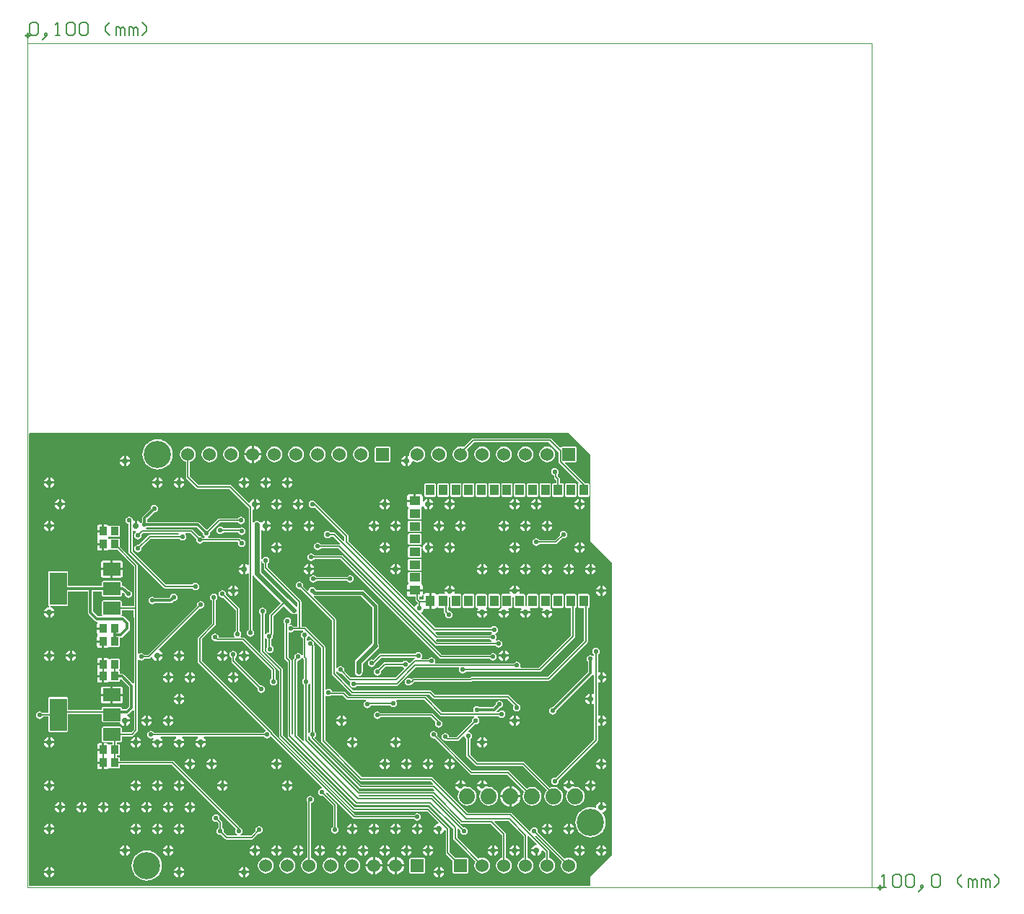
<source format=gbl>
G04 Layer_Physical_Order=2*
G04 Layer_Color=16711680*
%FSLAX25Y25*%
%MOIN*%
G70*
G01*
G75*
%ADD16R,0.03543X0.03937*%
%ADD29C,0.02400*%
%ADD30C,0.00600*%
%ADD31C,0.01200*%
%ADD32C,0.01500*%
%ADD33C,0.07400*%
%ADD34R,0.06000X0.06000*%
%ADD35C,0.06000*%
%ADD36C,0.12598*%
%ADD37C,0.02900*%
%ADD38C,0.02200*%
%ADD39C,0.00200*%
%ADD40C,0.01000*%
%ADD41R,0.07874X0.14961*%
%ADD42R,0.07874X0.05905*%
%ADD43R,0.05118X0.03937*%
%ADD44R,0.03937X0.05118*%
G36*
X260000Y200000D02*
Y160000D01*
X270000Y150000D01*
Y15000D01*
X260000Y5000D01*
Y867D01*
X259668Y801D01*
X259538Y714D01*
X714D01*
Y209538D01*
X801Y209668D01*
X867Y210000D01*
X250000D01*
X260000Y200000D01*
D02*
G37*
%LPC*%
G36*
X199500Y49398D02*
X199044Y49308D01*
X198234Y48766D01*
X197692Y47956D01*
X197601Y47500D01*
X199500D01*
Y49398D01*
D02*
G37*
G36*
X200500D02*
Y47500D01*
X202398D01*
X202308Y47956D01*
X201766Y48766D01*
X200956Y49308D01*
X200500Y49398D01*
D02*
G37*
G36*
X119500D02*
X119044Y49308D01*
X118234Y48766D01*
X117692Y47956D01*
X117602Y47500D01*
X119500D01*
Y49398D01*
D02*
G37*
G36*
X120500D02*
Y47500D01*
X122398D01*
X122308Y47956D01*
X121766Y48766D01*
X120956Y49308D01*
X120500Y49398D01*
D02*
G37*
G36*
X209500D02*
X209044Y49308D01*
X208234Y48766D01*
X207692Y47956D01*
X207601Y47500D01*
X209500D01*
Y49398D01*
D02*
G37*
G36*
X250500D02*
Y47500D01*
X252398D01*
X252308Y47956D01*
X251766Y48766D01*
X250956Y49308D01*
X250500Y49398D01*
D02*
G37*
G36*
X259500D02*
X259044Y49308D01*
X258234Y48766D01*
X257692Y47956D01*
X257601Y47500D01*
X259500D01*
Y49398D01*
D02*
G37*
G36*
X210500D02*
Y47500D01*
X212399D01*
X212308Y47956D01*
X211766Y48766D01*
X210956Y49308D01*
X210500Y49398D01*
D02*
G37*
G36*
X249500D02*
X249044Y49308D01*
X248234Y48766D01*
X247692Y47956D01*
X247602Y47500D01*
X249500D01*
Y49398D01*
D02*
G37*
G36*
X50500D02*
Y47500D01*
X52399D01*
X52308Y47956D01*
X51766Y48766D01*
X50956Y49308D01*
X50500Y49398D01*
D02*
G37*
G36*
X59500D02*
X59044Y49308D01*
X58234Y48766D01*
X57692Y47956D01*
X57601Y47500D01*
X59500D01*
Y49398D01*
D02*
G37*
G36*
X10500D02*
Y47500D01*
X12398D01*
X12308Y47956D01*
X11766Y48766D01*
X10956Y49308D01*
X10500Y49398D01*
D02*
G37*
G36*
X49500D02*
X49044Y49308D01*
X48234Y48766D01*
X47692Y47956D01*
X47602Y47500D01*
X49500D01*
Y49398D01*
D02*
G37*
G36*
X60500D02*
Y47500D01*
X62398D01*
X62308Y47956D01*
X61766Y48766D01*
X60956Y49308D01*
X60500Y49398D01*
D02*
G37*
G36*
X89500D02*
X89044Y49308D01*
X88234Y48766D01*
X87692Y47956D01*
X87602Y47500D01*
X89500D01*
Y49398D01*
D02*
G37*
G36*
X90500D02*
Y47500D01*
X92399D01*
X92308Y47956D01*
X91766Y48766D01*
X90956Y49308D01*
X90500Y49398D01*
D02*
G37*
G36*
X69500D02*
X69044Y49308D01*
X68234Y48766D01*
X67692Y47956D01*
X67602Y47500D01*
X69500D01*
Y49398D01*
D02*
G37*
G36*
X70500D02*
Y47500D01*
X72399D01*
X72308Y47956D01*
X71766Y48766D01*
X70956Y49308D01*
X70500Y49398D01*
D02*
G37*
G36*
X260500D02*
Y47500D01*
X262399D01*
X262308Y47956D01*
X261766Y48766D01*
X260956Y49308D01*
X260500Y49398D01*
D02*
G37*
G36*
X184500Y56500D02*
X182601D01*
X182692Y56044D01*
X183234Y55234D01*
X184044Y54692D01*
X184500Y54602D01*
Y56500D01*
D02*
G37*
G36*
X187399D02*
X185500D01*
Y54602D01*
X185956Y54692D01*
X186766Y55234D01*
X187308Y56044D01*
X187399Y56500D01*
D02*
G37*
G36*
X174500D02*
X172601D01*
X172692Y56044D01*
X173234Y55234D01*
X174044Y54692D01*
X174500Y54602D01*
Y56500D01*
D02*
G37*
G36*
X177399D02*
X175500D01*
Y54602D01*
X175956Y54692D01*
X176766Y55234D01*
X177308Y56044D01*
X177399Y56500D01*
D02*
G37*
G36*
X194500D02*
X192602D01*
X192692Y56044D01*
X193234Y55234D01*
X194044Y54692D01*
X194500Y54602D01*
Y56500D01*
D02*
G37*
G36*
X267399D02*
X265500D01*
Y54602D01*
X265956Y54692D01*
X266766Y55234D01*
X267308Y56044D01*
X267399Y56500D01*
D02*
G37*
G36*
X74500Y59399D02*
X74044Y59308D01*
X73234Y58766D01*
X72692Y57956D01*
X72601Y57500D01*
X74500D01*
Y59399D01*
D02*
G37*
G36*
X197398Y56500D02*
X195500D01*
Y54602D01*
X195956Y54692D01*
X196766Y55234D01*
X197308Y56044D01*
X197398Y56500D01*
D02*
G37*
G36*
X264500D02*
X262601D01*
X262692Y56044D01*
X263234Y55234D01*
X264044Y54692D01*
X264500Y54602D01*
Y56500D01*
D02*
G37*
G36*
X77399D02*
X75500D01*
Y54602D01*
X75956Y54692D01*
X76766Y55234D01*
X77308Y56044D01*
X77399Y56500D01*
D02*
G37*
G36*
X84500D02*
X82601D01*
X82692Y56044D01*
X83234Y55234D01*
X84044Y54692D01*
X84500Y54602D01*
Y56500D01*
D02*
G37*
G36*
X34366Y57000D02*
X32075D01*
Y55532D01*
X32153Y55141D01*
X32373Y54811D01*
X32704Y54589D01*
X33094Y54512D01*
X34366D01*
Y57000D01*
D02*
G37*
G36*
X74500Y56500D02*
X72601D01*
X72692Y56044D01*
X73234Y55234D01*
X74044Y54692D01*
X74500Y54602D01*
Y56500D01*
D02*
G37*
G36*
X87398D02*
X85500D01*
Y54602D01*
X85956Y54692D01*
X86766Y55234D01*
X87308Y56044D01*
X87398Y56500D01*
D02*
G37*
G36*
X164500D02*
X162601D01*
X162692Y56044D01*
X163234Y55234D01*
X164044Y54692D01*
X164500Y54602D01*
Y56500D01*
D02*
G37*
G36*
X167399D02*
X165500D01*
Y54602D01*
X165956Y54692D01*
X166766Y55234D01*
X167308Y56044D01*
X167399Y56500D01*
D02*
G37*
G36*
X114500D02*
X112601D01*
X112692Y56044D01*
X113234Y55234D01*
X114044Y54692D01*
X114500Y54602D01*
Y56500D01*
D02*
G37*
G36*
X117399D02*
X115500D01*
Y54602D01*
X115956Y54692D01*
X116766Y55234D01*
X117308Y56044D01*
X117399Y56500D01*
D02*
G37*
G36*
X64500Y39399D02*
X64044Y39308D01*
X63234Y38766D01*
X62692Y37956D01*
X62602Y37500D01*
X64500D01*
Y39399D01*
D02*
G37*
G36*
X65500D02*
Y37500D01*
X67399D01*
X67308Y37956D01*
X66766Y38766D01*
X65956Y39308D01*
X65500Y39399D01*
D02*
G37*
G36*
X54500D02*
X54044Y39308D01*
X53234Y38766D01*
X52692Y37956D01*
X52601Y37500D01*
X54500D01*
Y39399D01*
D02*
G37*
G36*
X55500D02*
Y37500D01*
X57398D01*
X57308Y37956D01*
X56766Y38766D01*
X55956Y39308D01*
X55500Y39399D01*
D02*
G37*
G36*
X74500D02*
X74044Y39308D01*
X73234Y38766D01*
X72692Y37956D01*
X72601Y37500D01*
X74500D01*
Y39399D01*
D02*
G37*
G36*
X202594Y46500D02*
X197601D01*
X197692Y46044D01*
X198234Y45234D01*
X199025Y44705D01*
X199125Y44618D01*
X199262Y44256D01*
X199234Y44145D01*
X198811Y43123D01*
X198663Y42000D01*
X198811Y40878D01*
X199244Y39832D01*
X199933Y38933D01*
X200831Y38244D01*
X201877Y37811D01*
X203000Y37663D01*
X204122Y37811D01*
X205169Y38244D01*
X206067Y38933D01*
X206756Y39832D01*
X207189Y40878D01*
X207337Y42000D01*
X207189Y43123D01*
X206756Y44168D01*
X206067Y45067D01*
X205169Y45756D01*
X204122Y46189D01*
X203000Y46337D01*
X202775Y46307D01*
X202594Y46500D01*
D02*
G37*
G36*
X212594D02*
X207601D01*
X207692Y46044D01*
X208234Y45234D01*
X209025Y44705D01*
X209125Y44618D01*
X209261Y44256D01*
X209234Y44145D01*
X208811Y43123D01*
X208663Y42000D01*
X208811Y40878D01*
X209244Y39832D01*
X209933Y38933D01*
X210831Y38244D01*
X211877Y37811D01*
X213000Y37663D01*
X214123Y37811D01*
X215169Y38244D01*
X216067Y38933D01*
X216756Y39832D01*
X217189Y40878D01*
X217337Y42000D01*
X217189Y43123D01*
X216756Y44168D01*
X216067Y45067D01*
X215169Y45756D01*
X214123Y46189D01*
X213000Y46337D01*
X212775Y46307D01*
X212594Y46500D01*
D02*
G37*
G36*
X75500Y39399D02*
Y37500D01*
X77399D01*
X77308Y37956D01*
X76766Y38766D01*
X75956Y39308D01*
X75500Y39399D01*
D02*
G37*
G36*
X265500D02*
Y37500D01*
X267399D01*
X267308Y37956D01*
X266766Y38766D01*
X265956Y39308D01*
X265500Y39399D01*
D02*
G37*
G36*
X15500D02*
Y37500D01*
X17399D01*
X17308Y37956D01*
X16766Y38766D01*
X15956Y39308D01*
X15500Y39399D01*
D02*
G37*
G36*
X24500D02*
X24044Y39308D01*
X23234Y38766D01*
X22692Y37956D01*
X22602Y37500D01*
X24500D01*
Y39399D01*
D02*
G37*
G36*
X227675Y41500D02*
X223500D01*
Y37325D01*
X224227Y37421D01*
X225370Y37894D01*
X226352Y38648D01*
X227105Y39630D01*
X227579Y40773D01*
X227675Y41500D01*
D02*
G37*
G36*
X14500Y39399D02*
X14044Y39308D01*
X13234Y38766D01*
X12692Y37956D01*
X12601Y37500D01*
X14500D01*
Y39399D01*
D02*
G37*
G36*
X25500D02*
Y37500D01*
X27398D01*
X27308Y37956D01*
X26766Y38766D01*
X25956Y39308D01*
X25500Y39399D01*
D02*
G37*
G36*
X44500D02*
X44044Y39308D01*
X43234Y38766D01*
X42692Y37956D01*
X42601Y37500D01*
X44500D01*
Y39399D01*
D02*
G37*
G36*
X45500D02*
Y37500D01*
X47398D01*
X47308Y37956D01*
X46766Y38766D01*
X45956Y39308D01*
X45500Y39399D01*
D02*
G37*
G36*
X34500D02*
X34044Y39308D01*
X33234Y38766D01*
X32692Y37956D01*
X32601Y37500D01*
X34500D01*
Y39399D01*
D02*
G37*
G36*
X35500D02*
Y37500D01*
X37398D01*
X37308Y37956D01*
X36766Y38766D01*
X35956Y39308D01*
X35500Y39399D01*
D02*
G37*
G36*
X187500Y72233D02*
X186837Y72101D01*
X186274Y71726D01*
X185899Y71163D01*
X185767Y70500D01*
X185899Y69837D01*
X186274Y69274D01*
X186837Y68899D01*
X187500Y68767D01*
X187863Y68839D01*
X204351Y52351D01*
X204649Y52152D01*
X205000Y52082D01*
X221620D01*
X229370Y44333D01*
X229244Y44168D01*
X228811Y43123D01*
X228663Y42000D01*
X228811Y40878D01*
X229244Y39832D01*
X229933Y38933D01*
X230831Y38244D01*
X231877Y37811D01*
X233000Y37663D01*
X234122Y37811D01*
X235169Y38244D01*
X236067Y38933D01*
X236756Y39832D01*
X237189Y40878D01*
X237337Y42000D01*
X237189Y43123D01*
X236756Y44168D01*
X236067Y45067D01*
X235169Y45756D01*
X234122Y46189D01*
X233000Y46337D01*
X231877Y46189D01*
X230831Y45756D01*
X230667Y45630D01*
X222649Y53649D01*
X222351Y53848D01*
X222000Y53918D01*
X205380D01*
X189161Y70137D01*
X189233Y70500D01*
X189101Y71163D01*
X188726Y71726D01*
X188163Y72101D01*
X187500Y72233D01*
D02*
G37*
G36*
X89500Y46500D02*
X87602D01*
X87692Y46044D01*
X88234Y45234D01*
X89044Y44692D01*
X89500Y44602D01*
Y46500D01*
D02*
G37*
G36*
X92399D02*
X90500D01*
Y44602D01*
X90956Y44692D01*
X91766Y45234D01*
X92308Y46044D01*
X92399Y46500D01*
D02*
G37*
G36*
X69500D02*
X67602D01*
X67692Y46044D01*
X68234Y45234D01*
X69044Y44692D01*
X69500Y44602D01*
Y46500D01*
D02*
G37*
G36*
X72399D02*
X70500D01*
Y44602D01*
X70956Y44692D01*
X71766Y45234D01*
X72308Y46044D01*
X72399Y46500D01*
D02*
G37*
G36*
X119500D02*
X117602D01*
X117692Y46044D01*
X118234Y45234D01*
X119044Y44692D01*
X119500Y44602D01*
Y46500D01*
D02*
G37*
G36*
X262399D02*
X260500D01*
Y44602D01*
X260956Y44692D01*
X261766Y45234D01*
X262308Y46044D01*
X262399Y46500D01*
D02*
G37*
G36*
X9500Y49398D02*
X9044Y49308D01*
X8234Y48766D01*
X7692Y47956D01*
X7602Y47500D01*
X9500D01*
Y49398D01*
D02*
G37*
G36*
X122398Y46500D02*
X120500D01*
Y44602D01*
X120956Y44692D01*
X121766Y45234D01*
X122308Y46044D01*
X122398Y46500D01*
D02*
G37*
G36*
X259500D02*
X257601D01*
X257692Y46044D01*
X258234Y45234D01*
X259044Y44692D01*
X259500Y44602D01*
Y46500D01*
D02*
G37*
G36*
X223500Y46675D02*
Y42500D01*
X227675D01*
X227579Y43227D01*
X227105Y44370D01*
X226352Y45352D01*
X225370Y46106D01*
X224227Y46579D01*
X223500Y46675D01*
D02*
G37*
G36*
X9500Y46500D02*
X7602D01*
X7692Y46044D01*
X8234Y45234D01*
X9044Y44692D01*
X9500Y44602D01*
Y46500D01*
D02*
G37*
G36*
X252594D02*
X247602D01*
X247692Y46044D01*
X248234Y45234D01*
X249025Y44705D01*
X249125Y44618D01*
X249261Y44256D01*
X249234Y44145D01*
X248811Y43123D01*
X248663Y42000D01*
X248811Y40878D01*
X249244Y39832D01*
X249933Y38933D01*
X250831Y38244D01*
X251877Y37811D01*
X253000Y37663D01*
X254122Y37811D01*
X255169Y38244D01*
X256067Y38933D01*
X256756Y39832D01*
X257189Y40878D01*
X257337Y42000D01*
X257189Y43123D01*
X256756Y44168D01*
X256067Y45067D01*
X255169Y45756D01*
X254122Y46189D01*
X253000Y46337D01*
X252775Y46307D01*
X252594Y46500D01*
D02*
G37*
G36*
X222500Y46675D02*
X221773Y46579D01*
X220630Y46106D01*
X219648Y45352D01*
X218895Y44370D01*
X218421Y43227D01*
X218325Y42500D01*
X222500D01*
Y46675D01*
D02*
G37*
G36*
X12398Y46500D02*
X10500D01*
Y44602D01*
X10956Y44692D01*
X11766Y45234D01*
X12308Y46044D01*
X12398Y46500D01*
D02*
G37*
G36*
X59500D02*
X57601D01*
X57692Y46044D01*
X58234Y45234D01*
X59044Y44692D01*
X59500Y44602D01*
Y46500D01*
D02*
G37*
G36*
X62398D02*
X60500D01*
Y44602D01*
X60956Y44692D01*
X61766Y45234D01*
X62308Y46044D01*
X62398Y46500D01*
D02*
G37*
G36*
X49500D02*
X47602D01*
X47692Y46044D01*
X48234Y45234D01*
X49044Y44692D01*
X49500Y44602D01*
Y46500D01*
D02*
G37*
G36*
X52399D02*
X50500D01*
Y44602D01*
X50956Y44692D01*
X51766Y45234D01*
X52308Y46044D01*
X52399Y46500D01*
D02*
G37*
G36*
X67399Y76500D02*
X65500D01*
Y74602D01*
X65956Y74692D01*
X66766Y75234D01*
X67308Y76044D01*
X67399Y76500D01*
D02*
G37*
G36*
X144500D02*
X142602D01*
X142692Y76044D01*
X143234Y75234D01*
X144044Y74692D01*
X144500Y74602D01*
Y76500D01*
D02*
G37*
G36*
X57398D02*
X55500D01*
Y74602D01*
X55956Y74692D01*
X56766Y75234D01*
X57308Y76044D01*
X57398Y76500D01*
D02*
G37*
G36*
X64500D02*
X62602D01*
X62692Y76044D01*
X63234Y75234D01*
X64044Y74692D01*
X64500Y74602D01*
Y76500D01*
D02*
G37*
G36*
X147398D02*
X145500D01*
Y74602D01*
X145956Y74692D01*
X146766Y75234D01*
X147308Y76044D01*
X147398Y76500D01*
D02*
G37*
G36*
X267399D02*
X265500D01*
Y74602D01*
X265956Y74692D01*
X266766Y75234D01*
X267308Y76044D01*
X267399Y76500D01*
D02*
G37*
G36*
X54500Y79399D02*
X54044Y79308D01*
X53234Y78766D01*
X52692Y77956D01*
X52601Y77500D01*
X54500D01*
Y79399D01*
D02*
G37*
G36*
X224500Y76500D02*
X222602D01*
X222692Y76044D01*
X223234Y75234D01*
X224044Y74692D01*
X224500Y74602D01*
Y76500D01*
D02*
G37*
G36*
X227398D02*
X225500D01*
Y74602D01*
X225956Y74692D01*
X226766Y75234D01*
X227308Y76044D01*
X227398Y76500D01*
D02*
G37*
G36*
X170500Y69398D02*
Y67500D01*
X172398D01*
X172308Y67956D01*
X171766Y68766D01*
X170956Y69308D01*
X170500Y69398D01*
D02*
G37*
G36*
X209500D02*
X209044Y69308D01*
X208234Y68766D01*
X207692Y67956D01*
X207601Y67500D01*
X209500D01*
Y69398D01*
D02*
G37*
G36*
X150500D02*
Y67500D01*
X152399D01*
X152308Y67956D01*
X151766Y68766D01*
X150956Y69308D01*
X150500Y69398D01*
D02*
G37*
G36*
X169500D02*
X169044Y69308D01*
X168234Y68766D01*
X167692Y67956D01*
X167602Y67500D01*
X169500D01*
Y69398D01*
D02*
G37*
G36*
X210500D02*
Y67500D01*
X212399D01*
X212308Y67956D01*
X211766Y68766D01*
X210956Y69308D01*
X210500Y69398D01*
D02*
G37*
G36*
X47398Y76500D02*
X45500D01*
Y74602D01*
X45956Y74692D01*
X46766Y75234D01*
X47308Y76044D01*
X47398Y76500D01*
D02*
G37*
G36*
X54500D02*
X52601D01*
X52692Y76044D01*
X53234Y75234D01*
X54044Y74692D01*
X54500Y74602D01*
Y76500D01*
D02*
G37*
G36*
X86000Y135733D02*
X85337Y135601D01*
X84774Y135226D01*
X84399Y134663D01*
X84267Y134000D01*
X84399Y133337D01*
X84774Y132774D01*
X85082Y132569D01*
Y121880D01*
X78851Y115649D01*
X78652Y115351D01*
X78582Y115000D01*
Y104328D01*
X78652Y103977D01*
X78851Y103680D01*
X109948Y72582D01*
X109768Y72056D01*
X109274Y71726D01*
X109069Y71418D01*
X58431D01*
X58226Y71726D01*
X57663Y72101D01*
X57000Y72233D01*
X56337Y72101D01*
X55774Y71726D01*
X55399Y71163D01*
X55267Y70500D01*
X55399Y69837D01*
X55774Y69274D01*
X56337Y68899D01*
X57000Y68767D01*
X57663Y68899D01*
X57767Y68968D01*
X58127Y68607D01*
X57692Y67956D01*
X57601Y67500D01*
X62398D01*
X62308Y67956D01*
X61766Y68766D01*
X61293Y69082D01*
X61445Y69582D01*
X68555D01*
X68707Y69082D01*
X68234Y68766D01*
X67692Y67956D01*
X67602Y67500D01*
X72399D01*
X72308Y67956D01*
X71766Y68766D01*
X71293Y69082D01*
X71445Y69582D01*
X78555D01*
X78707Y69082D01*
X78234Y68766D01*
X77692Y67956D01*
X77601Y67500D01*
X82398D01*
X82308Y67956D01*
X81766Y68766D01*
X81293Y69082D01*
X81445Y69582D01*
X109069D01*
X109274Y69274D01*
X109837Y68899D01*
X110500Y68767D01*
X111163Y68899D01*
X111726Y69274D01*
X111924Y69571D01*
X112538Y69664D01*
X135997Y46205D01*
X135801Y45694D01*
X135337Y45601D01*
X134774Y45226D01*
X134399Y44663D01*
X134267Y44000D01*
X134399Y43337D01*
X134774Y42774D01*
X135337Y42399D01*
X136000Y42267D01*
X136363Y42339D01*
X141082Y37620D01*
Y27931D01*
X140774Y27726D01*
X140399Y27163D01*
X140267Y26500D01*
X140399Y25837D01*
X140774Y25274D01*
X141337Y24899D01*
X142000Y24767D01*
X142663Y24899D01*
X143226Y25274D01*
X143601Y25837D01*
X143733Y26500D01*
X143601Y27163D01*
X143226Y27726D01*
X142918Y27931D01*
Y38000D01*
X142848Y38351D01*
X142649Y38649D01*
X137938Y43360D01*
X137973Y43522D01*
X138518Y43684D01*
X150351Y31851D01*
X150649Y31652D01*
X151000Y31582D01*
X178569D01*
X178774Y31274D01*
X179337Y30899D01*
X180000Y30767D01*
X180663Y30899D01*
X181226Y31274D01*
X181601Y31837D01*
X181733Y32500D01*
X181601Y33163D01*
X181226Y33726D01*
X180663Y34101D01*
X180000Y34233D01*
X179337Y34101D01*
X178774Y33726D01*
X178569Y33418D01*
X151380D01*
X113405Y71393D01*
X113348Y71680D01*
X113149Y71977D01*
X80418Y104709D01*
Y114620D01*
X86649Y120851D01*
X86848Y121149D01*
X86918Y121500D01*
Y132569D01*
X87226Y132774D01*
X87601Y133337D01*
X87733Y134000D01*
X87601Y134663D01*
X87226Y135226D01*
X86663Y135601D01*
X86000Y135733D01*
D02*
G37*
G36*
X161500Y81233D02*
X160837Y81101D01*
X160274Y80726D01*
X159899Y80163D01*
X159767Y79500D01*
X159899Y78837D01*
X160274Y78274D01*
X160837Y77899D01*
X161500Y77767D01*
X162163Y77899D01*
X162726Y78274D01*
X162931Y78582D01*
X186120D01*
X188455Y76247D01*
X188399Y76163D01*
X188267Y75500D01*
X188399Y74837D01*
X188774Y74274D01*
X189337Y73899D01*
X190000Y73767D01*
X190663Y73899D01*
X191226Y74274D01*
X191601Y74837D01*
X191733Y75500D01*
X191601Y76163D01*
X191226Y76726D01*
X190663Y77101D01*
X190080Y77217D01*
X187149Y80149D01*
X186851Y80348D01*
X186500Y80418D01*
X162931D01*
X162726Y80726D01*
X162163Y81101D01*
X161500Y81233D01*
D02*
G37*
G36*
X55500Y79399D02*
Y77500D01*
X57398D01*
X57308Y77956D01*
X56766Y78766D01*
X55956Y79308D01*
X55500Y79399D01*
D02*
G37*
G36*
X43858Y88327D02*
X39402D01*
Y84854D01*
X42839D01*
X43229Y84932D01*
X43560Y85153D01*
X43781Y85484D01*
X43858Y85874D01*
Y88327D01*
D02*
G37*
G36*
X69500Y89398D02*
X69044Y89308D01*
X68234Y88766D01*
X67692Y87956D01*
X67602Y87500D01*
X69500D01*
Y89398D01*
D02*
G37*
G36*
X259500Y86500D02*
X257601D01*
X257692Y86044D01*
X258234Y85234D01*
X259044Y84692D01*
X259500Y84601D01*
Y86500D01*
D02*
G37*
G36*
X38402Y88327D02*
X33945D01*
Y85874D01*
X34023Y85484D01*
X34244Y85153D01*
X34574Y84932D01*
X34965Y84854D01*
X38402D01*
Y88327D01*
D02*
G37*
G36*
X70500Y89398D02*
Y87500D01*
X72399D01*
X72308Y87956D01*
X71766Y88766D01*
X70956Y89308D01*
X70500Y89398D01*
D02*
G37*
G36*
X42839Y92799D02*
X39402D01*
Y89327D01*
X43858D01*
Y91780D01*
X43781Y92170D01*
X43560Y92501D01*
X43229Y92721D01*
X42839Y92799D01*
D02*
G37*
G36*
X95000Y109233D02*
X94337Y109101D01*
X93774Y108726D01*
X93399Y108163D01*
X93267Y107500D01*
X93399Y106837D01*
X93774Y106274D01*
X94082Y106069D01*
Y104500D01*
X94152Y104149D01*
X94351Y103851D01*
X106339Y91863D01*
X106267Y91500D01*
X106399Y90837D01*
X106774Y90274D01*
X107337Y89899D01*
X108000Y89767D01*
X108663Y89899D01*
X109226Y90274D01*
X109601Y90837D01*
X109733Y91500D01*
X109601Y92163D01*
X109226Y92726D01*
X108663Y93101D01*
X108000Y93233D01*
X107637Y93161D01*
X95918Y104880D01*
Y106069D01*
X96226Y106274D01*
X96601Y106837D01*
X96733Y107500D01*
X96601Y108163D01*
X96226Y108726D01*
X95663Y109101D01*
X95000Y109233D01*
D02*
G37*
G36*
X259500Y89398D02*
X259044Y89308D01*
X258234Y88766D01*
X257692Y87956D01*
X257601Y87500D01*
X259500D01*
Y89398D01*
D02*
G37*
G36*
X38402Y92799D02*
X34965D01*
X34574Y92721D01*
X34244Y92501D01*
X34023Y92170D01*
X33945Y91780D01*
Y89327D01*
X38402D01*
Y92799D01*
D02*
G37*
G36*
X144500Y79399D02*
X144044Y79308D01*
X143234Y78766D01*
X142692Y77956D01*
X142602Y77500D01*
X144500D01*
Y79399D01*
D02*
G37*
G36*
X145500D02*
Y77500D01*
X147398D01*
X147308Y77956D01*
X146766Y78766D01*
X145956Y79308D01*
X145500Y79399D01*
D02*
G37*
G36*
X64500D02*
X64044Y79308D01*
X63234Y78766D01*
X62692Y77956D01*
X62602Y77500D01*
X64500D01*
Y79399D01*
D02*
G37*
G36*
X65500D02*
Y77500D01*
X67399D01*
X67308Y77956D01*
X66766Y78766D01*
X65956Y79308D01*
X65500Y79399D01*
D02*
G37*
G36*
X224500D02*
X224044Y79308D01*
X223234Y78766D01*
X222692Y77956D01*
X222602Y77500D01*
X224500D01*
Y79399D01*
D02*
G37*
G36*
X69500Y86500D02*
X67602D01*
X67692Y86044D01*
X68234Y85234D01*
X69044Y84692D01*
X69500Y84601D01*
Y86500D01*
D02*
G37*
G36*
X72399D02*
X70500D01*
Y84601D01*
X70956Y84692D01*
X71766Y85234D01*
X72308Y86044D01*
X72399Y86500D01*
D02*
G37*
G36*
X225500Y79399D02*
Y77500D01*
X227398D01*
X227308Y77956D01*
X226766Y78766D01*
X225956Y79308D01*
X225500Y79399D01*
D02*
G37*
G36*
X265500D02*
Y77500D01*
X267399D01*
X267308Y77956D01*
X266766Y78766D01*
X265956Y79308D01*
X265500Y79399D01*
D02*
G37*
G36*
X194500Y59399D02*
X194044Y59308D01*
X193234Y58766D01*
X192692Y57956D01*
X192602Y57500D01*
X194500D01*
Y59399D01*
D02*
G37*
G36*
X195500D02*
Y57500D01*
X197398D01*
X197308Y57956D01*
X196766Y58766D01*
X195956Y59308D01*
X195500Y59399D01*
D02*
G37*
G36*
X184500D02*
X184044Y59308D01*
X183234Y58766D01*
X182692Y57956D01*
X182601Y57500D01*
X184500D01*
Y59399D01*
D02*
G37*
G36*
X185500D02*
Y57500D01*
X187399D01*
X187308Y57956D01*
X186766Y58766D01*
X185956Y59308D01*
X185500Y59399D01*
D02*
G37*
G36*
X264500D02*
X264044Y59308D01*
X263234Y58766D01*
X262692Y57956D01*
X262601Y57500D01*
X264500D01*
Y59399D01*
D02*
G37*
G36*
X9500Y66500D02*
X7602D01*
X7692Y66044D01*
X8234Y65234D01*
X9044Y64692D01*
X9500Y64601D01*
Y66500D01*
D02*
G37*
G36*
X12398D02*
X10500D01*
Y64601D01*
X10956Y64692D01*
X11766Y65234D01*
X12308Y66044D01*
X12398Y66500D01*
D02*
G37*
G36*
X265500Y59399D02*
Y57500D01*
X267399D01*
X267308Y57956D01*
X266766Y58766D01*
X265956Y59308D01*
X265500Y59399D01*
D02*
G37*
G36*
X34366Y66488D02*
X33094D01*
X32704Y66410D01*
X32373Y66189D01*
X32153Y65859D01*
X32075Y65469D01*
Y64000D01*
X34366D01*
Y66488D01*
D02*
G37*
G36*
X85500Y59399D02*
Y57500D01*
X87398D01*
X87308Y57956D01*
X86766Y58766D01*
X85956Y59308D01*
X85500Y59399D01*
D02*
G37*
G36*
X114500D02*
X114044Y59308D01*
X113234Y58766D01*
X112692Y57956D01*
X112601Y57500D01*
X114500D01*
Y59399D01*
D02*
G37*
G36*
X75500D02*
Y57500D01*
X77399D01*
X77308Y57956D01*
X76766Y58766D01*
X75956Y59308D01*
X75500Y59399D01*
D02*
G37*
G36*
X84500D02*
X84044Y59308D01*
X83234Y58766D01*
X82692Y57956D01*
X82601Y57500D01*
X84500D01*
Y59399D01*
D02*
G37*
G36*
X115500D02*
Y57500D01*
X117399D01*
X117308Y57956D01*
X116766Y58766D01*
X115956Y59308D01*
X115500Y59399D01*
D02*
G37*
G36*
X174500D02*
X174044Y59308D01*
X173234Y58766D01*
X172692Y57956D01*
X172601Y57500D01*
X174500D01*
Y59399D01*
D02*
G37*
G36*
X175500D02*
Y57500D01*
X177399D01*
X177308Y57956D01*
X176766Y58766D01*
X175956Y59308D01*
X175500Y59399D01*
D02*
G37*
G36*
X164500D02*
X164044Y59308D01*
X163234Y58766D01*
X162692Y57956D01*
X162601Y57500D01*
X164500D01*
Y59399D01*
D02*
G37*
G36*
X165500D02*
Y57500D01*
X167399D01*
X167308Y57956D01*
X166766Y58766D01*
X165956Y59308D01*
X165500Y59399D01*
D02*
G37*
G36*
X49500Y66500D02*
X47602D01*
X47692Y66044D01*
X48234Y65234D01*
X49044Y64692D01*
X49500Y64601D01*
Y66500D01*
D02*
G37*
G36*
X209500D02*
X207601D01*
X207692Y66044D01*
X208234Y65234D01*
X209044Y64692D01*
X209500Y64601D01*
Y66500D01*
D02*
G37*
G36*
X212399D02*
X210500D01*
Y64601D01*
X210956Y64692D01*
X211766Y65234D01*
X212308Y66044D01*
X212399Y66500D01*
D02*
G37*
G36*
X169500D02*
X167602D01*
X167692Y66044D01*
X168234Y65234D01*
X169044Y64692D01*
X169500Y64601D01*
Y66500D01*
D02*
G37*
G36*
X172398D02*
X170500D01*
Y64601D01*
X170956Y64692D01*
X171766Y65234D01*
X172308Y66044D01*
X172398Y66500D01*
D02*
G37*
G36*
X9500Y69398D02*
X9044Y69308D01*
X8234Y68766D01*
X7692Y67956D01*
X7602Y67500D01*
X9500D01*
Y69398D01*
D02*
G37*
G36*
X50500D02*
Y67500D01*
X52399D01*
X52308Y67956D01*
X51766Y68766D01*
X50956Y69308D01*
X50500Y69398D01*
D02*
G37*
G36*
X149500D02*
X149044Y69308D01*
X148234Y68766D01*
X147692Y67956D01*
X147601Y67500D01*
X149500D01*
Y69398D01*
D02*
G37*
G36*
X10500D02*
Y67500D01*
X12398D01*
X12308Y67956D01*
X11766Y68766D01*
X10956Y69308D01*
X10500Y69398D01*
D02*
G37*
G36*
X49500D02*
X49044Y69308D01*
X48234Y68766D01*
X47692Y67956D01*
X47602Y67500D01*
X49500D01*
Y69398D01*
D02*
G37*
G36*
X62398Y66500D02*
X60500D01*
Y64601D01*
X60956Y64692D01*
X61766Y65234D01*
X62308Y66044D01*
X62398Y66500D01*
D02*
G37*
G36*
X69500D02*
X67602D01*
X67692Y66044D01*
X68234Y65234D01*
X69044Y64692D01*
X69500Y64601D01*
Y66500D01*
D02*
G37*
G36*
X52399D02*
X50500D01*
Y64601D01*
X50956Y64692D01*
X51766Y65234D01*
X52308Y66044D01*
X52399Y66500D01*
D02*
G37*
G36*
X59500D02*
X57601D01*
X57692Y66044D01*
X58234Y65234D01*
X59044Y64692D01*
X59500Y64601D01*
Y66500D01*
D02*
G37*
G36*
X72399D02*
X70500D01*
Y64601D01*
X70956Y64692D01*
X71766Y65234D01*
X72308Y66044D01*
X72399Y66500D01*
D02*
G37*
G36*
X149500D02*
X147601D01*
X147692Y66044D01*
X148234Y65234D01*
X149044Y64692D01*
X149500Y64601D01*
Y66500D01*
D02*
G37*
G36*
X152399D02*
X150500D01*
Y64601D01*
X150956Y64692D01*
X151766Y65234D01*
X152308Y66044D01*
X152399Y66500D01*
D02*
G37*
G36*
X79500D02*
X77601D01*
X77692Y66044D01*
X78234Y65234D01*
X79044Y64692D01*
X79500Y64601D01*
Y66500D01*
D02*
G37*
G36*
X82398D02*
X80500D01*
Y64601D01*
X80956Y64692D01*
X81766Y65234D01*
X82308Y66044D01*
X82398Y66500D01*
D02*
G37*
G36*
X222500Y41500D02*
X218325D01*
X218421Y40773D01*
X218895Y39630D01*
X219648Y38648D01*
X220630Y37894D01*
X221773Y37421D01*
X222500Y37325D01*
Y41500D01*
D02*
G37*
G36*
X174500Y16500D02*
X172601D01*
X172692Y16044D01*
X173234Y15234D01*
X174044Y14692D01*
X174500Y14602D01*
Y16500D01*
D02*
G37*
G36*
X177399D02*
X175500D01*
Y14602D01*
X175956Y14692D01*
X176766Y15234D01*
X177308Y16044D01*
X177399Y16500D01*
D02*
G37*
G36*
X164500D02*
X162601D01*
X162692Y16044D01*
X163234Y15234D01*
X164044Y14692D01*
X164500Y14602D01*
Y16500D01*
D02*
G37*
G36*
X167399D02*
X165500D01*
Y14602D01*
X165956Y14692D01*
X166766Y15234D01*
X167308Y16044D01*
X167399Y16500D01*
D02*
G37*
G36*
X184500D02*
X182601D01*
X182692Y16044D01*
X183234Y15234D01*
X184044Y14692D01*
X184500Y14602D01*
Y16500D01*
D02*
G37*
G36*
X217399D02*
X215500D01*
Y14602D01*
X215956Y14692D01*
X216766Y15234D01*
X217308Y16044D01*
X217399Y16500D01*
D02*
G37*
G36*
X224500D02*
X222602D01*
X222692Y16044D01*
X223234Y15234D01*
X224044Y14692D01*
X224500Y14602D01*
Y16500D01*
D02*
G37*
G36*
X187399D02*
X185500D01*
Y14602D01*
X185956Y14692D01*
X186766Y15234D01*
X187308Y16044D01*
X187399Y16500D01*
D02*
G37*
G36*
X214500D02*
X212601D01*
X212692Y16044D01*
X213234Y15234D01*
X214044Y14692D01*
X214500Y14602D01*
Y16500D01*
D02*
G37*
G36*
X127399D02*
X125500D01*
Y14602D01*
X125956Y14692D01*
X126766Y15234D01*
X127308Y16044D01*
X127399Y16500D01*
D02*
G37*
G36*
X134500D02*
X132601D01*
X132692Y16044D01*
X133234Y15234D01*
X134044Y14692D01*
X134500Y14602D01*
Y16500D01*
D02*
G37*
G36*
X117399D02*
X115500D01*
Y14602D01*
X115956Y14692D01*
X116766Y15234D01*
X117308Y16044D01*
X117399Y16500D01*
D02*
G37*
G36*
X124500D02*
X122601D01*
X122692Y16044D01*
X123234Y15234D01*
X124044Y14692D01*
X124500Y14602D01*
Y16500D01*
D02*
G37*
G36*
X137399D02*
X135500D01*
Y14602D01*
X135956Y14692D01*
X136766Y15234D01*
X137308Y16044D01*
X137399Y16500D01*
D02*
G37*
G36*
X154500D02*
X152602D01*
X152692Y16044D01*
X153234Y15234D01*
X154044Y14692D01*
X154500Y14602D01*
Y16500D01*
D02*
G37*
G36*
X157398D02*
X155500D01*
Y14602D01*
X155956Y14692D01*
X156766Y15234D01*
X157308Y16044D01*
X157398Y16500D01*
D02*
G37*
G36*
X144500D02*
X142602D01*
X142692Y16044D01*
X143234Y15234D01*
X144044Y14692D01*
X144500Y14602D01*
Y16500D01*
D02*
G37*
G36*
X147398D02*
X145500D01*
Y14602D01*
X145956Y14692D01*
X146766Y15234D01*
X147308Y16044D01*
X147398Y16500D01*
D02*
G37*
G36*
X227398D02*
X225500D01*
Y14602D01*
X225956Y14692D01*
X226766Y15234D01*
X227308Y16044D01*
X227398Y16500D01*
D02*
G37*
G36*
X105500Y19399D02*
Y17500D01*
X107398D01*
X107308Y17956D01*
X106766Y18766D01*
X105956Y19308D01*
X105500Y19399D01*
D02*
G37*
G36*
X114500D02*
X114044Y19308D01*
X113234Y18766D01*
X112692Y17956D01*
X112601Y17500D01*
X114500D01*
Y19399D01*
D02*
G37*
G36*
X65500D02*
Y17500D01*
X67399D01*
X67308Y17956D01*
X66766Y18766D01*
X65956Y19308D01*
X65500Y19399D01*
D02*
G37*
G36*
X104500D02*
X104044Y19308D01*
X103234Y18766D01*
X102692Y17956D01*
X102602Y17500D01*
X104500D01*
Y19399D01*
D02*
G37*
G36*
X115500D02*
Y17500D01*
X117399D01*
X117308Y17956D01*
X116766Y18766D01*
X115956Y19308D01*
X115500Y19399D01*
D02*
G37*
G36*
X134500D02*
X134044Y19308D01*
X133234Y18766D01*
X132692Y17956D01*
X132601Y17500D01*
X134500D01*
Y19399D01*
D02*
G37*
G36*
X135500D02*
Y17500D01*
X137399D01*
X137308Y17956D01*
X136766Y18766D01*
X135956Y19308D01*
X135500Y19399D01*
D02*
G37*
G36*
X124500D02*
X124044Y19308D01*
X123234Y18766D01*
X122692Y17956D01*
X122601Y17500D01*
X124500D01*
Y19399D01*
D02*
G37*
G36*
X125500D02*
Y17500D01*
X127399D01*
X127308Y17956D01*
X126766Y18766D01*
X125956Y19308D01*
X125500Y19399D01*
D02*
G37*
G36*
X257399Y16500D02*
X255500D01*
Y14602D01*
X255956Y14692D01*
X256766Y15234D01*
X257308Y16044D01*
X257399Y16500D01*
D02*
G37*
G36*
X264500D02*
X262601D01*
X262692Y16044D01*
X263234Y15234D01*
X264044Y14692D01*
X264500Y14602D01*
Y16500D01*
D02*
G37*
G36*
X234500D02*
X232601D01*
X232692Y16044D01*
X233234Y15234D01*
X234044Y14692D01*
X234500Y14602D01*
Y16500D01*
D02*
G37*
G36*
X254500D02*
X252602D01*
X252692Y16044D01*
X253234Y15234D01*
X254044Y14692D01*
X254500Y14602D01*
Y16500D01*
D02*
G37*
G36*
X267399D02*
X265500D01*
Y14602D01*
X265956Y14692D01*
X266766Y15234D01*
X267308Y16044D01*
X267399Y16500D01*
D02*
G37*
G36*
X45500Y19399D02*
Y17500D01*
X47398D01*
X47308Y17956D01*
X46766Y18766D01*
X45956Y19308D01*
X45500Y19399D01*
D02*
G37*
G36*
X64500D02*
X64044Y19308D01*
X63234Y18766D01*
X62692Y17956D01*
X62602Y17500D01*
X64500D01*
Y19399D01*
D02*
G37*
G36*
X55000Y16979D02*
X54969Y16966D01*
X54936Y16976D01*
X53702Y16854D01*
X53643Y16823D01*
X53577Y16829D01*
X52389Y16469D01*
X52338Y16427D01*
X52272Y16421D01*
X51177Y15836D01*
X51135Y15784D01*
X51071Y15765D01*
X50112Y14978D01*
X50081Y14919D01*
X50022Y14888D01*
X49235Y13929D01*
X49216Y13865D01*
X49164Y13823D01*
X48579Y12728D01*
X48573Y12662D01*
X48531Y12611D01*
X48171Y11423D01*
X48177Y11357D01*
X48146Y11299D01*
X48024Y10064D01*
X48043Y10000D01*
X48024Y9936D01*
X48146Y8702D01*
X48177Y8643D01*
X48171Y8577D01*
X48531Y7389D01*
X48573Y7338D01*
X48579Y7272D01*
X49164Y6177D01*
X49216Y6135D01*
X49235Y6071D01*
X50022Y5112D01*
X50081Y5081D01*
X50112Y5022D01*
X51071Y4235D01*
X51135Y4216D01*
X51177Y4164D01*
X52272Y3579D01*
X52338Y3573D01*
X52389Y3531D01*
X53577Y3170D01*
X53643Y3177D01*
X53702Y3146D01*
X54936Y3024D01*
X54969Y3034D01*
X55000Y3021D01*
X55031Y3034D01*
X55064Y3024D01*
X56299Y3146D01*
X56357Y3177D01*
X56423Y3170D01*
X57611Y3531D01*
X57662Y3573D01*
X57728Y3579D01*
X58823Y4164D01*
X58865Y4216D01*
X58929Y4235D01*
X59888Y5022D01*
X59919Y5081D01*
X59978Y5112D01*
X60765Y6071D01*
X60784Y6135D01*
X60836Y6177D01*
X61421Y7272D01*
X61427Y7338D01*
X61469Y7389D01*
X61830Y8577D01*
X61823Y8643D01*
X61854Y8702D01*
X61976Y9936D01*
X61957Y10000D01*
X61976Y10064D01*
X61854Y11299D01*
X61823Y11357D01*
X61830Y11423D01*
X61469Y12611D01*
X61427Y12662D01*
X61421Y12728D01*
X60836Y13823D01*
X60784Y13865D01*
X60765Y13929D01*
X59978Y14888D01*
X59919Y14919D01*
X59888Y14978D01*
X58929Y15765D01*
X58865Y15784D01*
X58823Y15836D01*
X57728Y16421D01*
X57662Y16427D01*
X57611Y16469D01*
X56423Y16829D01*
X56357Y16823D01*
X56299Y16854D01*
X55064Y16976D01*
X55031Y16966D01*
X55000Y16979D01*
D02*
G37*
G36*
X44500Y19399D02*
X44044Y19308D01*
X43234Y18766D01*
X42692Y17956D01*
X42601Y17500D01*
X44500D01*
Y19399D01*
D02*
G37*
G36*
X173969Y9500D02*
X170500D01*
Y6031D01*
X171044Y6103D01*
X172017Y6506D01*
X172853Y7147D01*
X173494Y7983D01*
X173897Y8956D01*
X173969Y9500D01*
D02*
G37*
G36*
X183000Y13649D02*
X177000D01*
X176541Y13459D01*
X176351Y13000D01*
Y7000D01*
X176541Y6541D01*
X177000Y6351D01*
X183000D01*
X183459Y6541D01*
X183649Y7000D01*
Y13000D01*
X183459Y13459D01*
X183000Y13649D01*
D02*
G37*
G36*
X169500Y9500D02*
X166031D01*
X166103Y8956D01*
X166506Y7983D01*
X167147Y7147D01*
X167983Y6506D01*
X168956Y6103D01*
X169500Y6031D01*
Y9500D01*
D02*
G37*
G36*
X163969D02*
X160500D01*
Y6031D01*
X161044Y6103D01*
X162017Y6506D01*
X162853Y7147D01*
X163494Y7983D01*
X163897Y8956D01*
X163969Y9500D01*
D02*
G37*
G36*
X110000Y13631D02*
X109060Y13507D01*
X108185Y13145D01*
X107432Y12567D01*
X106855Y11816D01*
X106493Y10940D01*
X106369Y10000D01*
X106493Y9060D01*
X106855Y8185D01*
X107432Y7433D01*
X108185Y6855D01*
X109060Y6493D01*
X110000Y6369D01*
X110940Y6493D01*
X111816Y6855D01*
X112568Y7433D01*
X113145Y8185D01*
X113507Y9060D01*
X113631Y10000D01*
X113507Y10940D01*
X113145Y11816D01*
X112568Y12567D01*
X111816Y13145D01*
X110940Y13507D01*
X110000Y13631D01*
D02*
G37*
G36*
X140000D02*
X139060Y13507D01*
X138184Y13145D01*
X137432Y12567D01*
X136855Y11816D01*
X136493Y10940D01*
X136369Y10000D01*
X136493Y9060D01*
X136855Y8185D01*
X137432Y7433D01*
X138184Y6855D01*
X139060Y6493D01*
X140000Y6369D01*
X140940Y6493D01*
X141815Y6855D01*
X142568Y7433D01*
X143145Y8185D01*
X143507Y9060D01*
X143631Y10000D01*
X143507Y10940D01*
X143145Y11816D01*
X142568Y12567D01*
X141815Y13145D01*
X140940Y13507D01*
X140000Y13631D01*
D02*
G37*
G36*
X150000D02*
X149060Y13507D01*
X148185Y13145D01*
X147432Y12567D01*
X146855Y11816D01*
X146493Y10940D01*
X146369Y10000D01*
X146493Y9060D01*
X146855Y8185D01*
X147432Y7433D01*
X148185Y6855D01*
X149060Y6493D01*
X150000Y6369D01*
X150940Y6493D01*
X151815Y6855D01*
X152568Y7433D01*
X153145Y8185D01*
X153507Y9060D01*
X153631Y10000D01*
X153507Y10940D01*
X153145Y11816D01*
X152568Y12567D01*
X151815Y13145D01*
X150940Y13507D01*
X150000Y13631D01*
D02*
G37*
G36*
X120000D02*
X119060Y13507D01*
X118184Y13145D01*
X117432Y12567D01*
X116855Y11816D01*
X116493Y10940D01*
X116369Y10000D01*
X116493Y9060D01*
X116855Y8185D01*
X117432Y7433D01*
X118184Y6855D01*
X119060Y6493D01*
X120000Y6369D01*
X120940Y6493D01*
X121816Y6855D01*
X122568Y7433D01*
X123145Y8185D01*
X123507Y9060D01*
X123631Y10000D01*
X123507Y10940D01*
X123145Y11816D01*
X122568Y12567D01*
X121816Y13145D01*
X120940Y13507D01*
X120000Y13631D01*
D02*
G37*
G36*
X130500Y42233D02*
X129837Y42101D01*
X129274Y41726D01*
X128899Y41163D01*
X128767Y40500D01*
X128899Y39837D01*
X129082Y39562D01*
Y13510D01*
X129060Y13507D01*
X128184Y13145D01*
X127432Y12567D01*
X126855Y11816D01*
X126493Y10940D01*
X126369Y10000D01*
X126493Y9060D01*
X126855Y8185D01*
X127432Y7433D01*
X128184Y6855D01*
X129060Y6493D01*
X130000Y6369D01*
X130940Y6493D01*
X131816Y6855D01*
X132568Y7433D01*
X133145Y8185D01*
X133507Y9060D01*
X133631Y10000D01*
X133507Y10940D01*
X133145Y11816D01*
X132568Y12567D01*
X131816Y13145D01*
X130940Y13507D01*
X130918Y13510D01*
Y38850D01*
X131163Y38899D01*
X131726Y39274D01*
X132101Y39837D01*
X132233Y40500D01*
X132101Y41163D01*
X131726Y41726D01*
X131163Y42101D01*
X130500Y42233D01*
D02*
G37*
G36*
X69500Y6500D02*
X67602D01*
X67692Y6044D01*
X68234Y5234D01*
X69044Y4692D01*
X69500Y4602D01*
Y6500D01*
D02*
G37*
G36*
X72399D02*
X70500D01*
Y4602D01*
X70956Y4692D01*
X71766Y5234D01*
X72308Y6044D01*
X72399Y6500D01*
D02*
G37*
G36*
X9500D02*
X7602D01*
X7692Y6044D01*
X8234Y5234D01*
X9044Y4692D01*
X9500Y4602D01*
Y6500D01*
D02*
G37*
G36*
X12398D02*
X10500D01*
Y4602D01*
X10956Y4692D01*
X11766Y5234D01*
X12308Y6044D01*
X12398Y6500D01*
D02*
G37*
G36*
X99500D02*
X97601D01*
X97692Y6044D01*
X98234Y5234D01*
X99044Y4692D01*
X99500Y4602D01*
Y6500D01*
D02*
G37*
G36*
X192399D02*
X190500D01*
Y4602D01*
X190956Y4692D01*
X191766Y5234D01*
X192308Y6044D01*
X192399Y6500D01*
D02*
G37*
G36*
X159500Y9500D02*
X156031D01*
X156103Y8956D01*
X156506Y7983D01*
X157147Y7147D01*
X157983Y6506D01*
X158956Y6103D01*
X159500Y6031D01*
Y9500D01*
D02*
G37*
G36*
X102399Y6500D02*
X100500D01*
Y4602D01*
X100956Y4692D01*
X101766Y5234D01*
X102308Y6044D01*
X102399Y6500D01*
D02*
G37*
G36*
X189500D02*
X187601D01*
X187692Y6044D01*
X188234Y5234D01*
X189044Y4692D01*
X189500Y4602D01*
Y6500D01*
D02*
G37*
G36*
X9500Y9398D02*
X9044Y9308D01*
X8234Y8766D01*
X7692Y7956D01*
X7602Y7500D01*
X9500D01*
Y9398D01*
D02*
G37*
G36*
X44500Y16500D02*
X42601D01*
X42692Y16044D01*
X43234Y15234D01*
X44044Y14692D01*
X44500Y14602D01*
Y16500D01*
D02*
G37*
G36*
X47398D02*
X45500D01*
Y14602D01*
X45956Y14692D01*
X46766Y15234D01*
X47308Y16044D01*
X47398Y16500D01*
D02*
G37*
G36*
X160500Y13969D02*
Y10500D01*
X163969D01*
X163897Y11044D01*
X163494Y12017D01*
X162853Y12853D01*
X162017Y13494D01*
X161044Y13897D01*
X160500Y13969D01*
D02*
G37*
G36*
X170500D02*
Y10500D01*
X173969D01*
X173897Y11044D01*
X173494Y12017D01*
X172853Y12853D01*
X172017Y13494D01*
X171044Y13897D01*
X170500Y13969D01*
D02*
G37*
G36*
X64500Y16500D02*
X62602D01*
X62692Y16044D01*
X63234Y15234D01*
X64044Y14692D01*
X64500Y14602D01*
Y16500D01*
D02*
G37*
G36*
X107398D02*
X105500D01*
Y14602D01*
X105956Y14692D01*
X106766Y15234D01*
X107308Y16044D01*
X107398Y16500D01*
D02*
G37*
G36*
X114500D02*
X112601D01*
X112692Y16044D01*
X113234Y15234D01*
X114044Y14692D01*
X114500Y14602D01*
Y16500D01*
D02*
G37*
G36*
X67399D02*
X65500D01*
Y14602D01*
X65956Y14692D01*
X66766Y15234D01*
X67308Y16044D01*
X67399Y16500D01*
D02*
G37*
G36*
X104500D02*
X102602D01*
X102692Y16044D01*
X103234Y15234D01*
X104044Y14692D01*
X104500Y14602D01*
Y16500D01*
D02*
G37*
G36*
X70500Y9398D02*
Y7500D01*
X72399D01*
X72308Y7956D01*
X71766Y8766D01*
X70956Y9308D01*
X70500Y9398D01*
D02*
G37*
G36*
X99500D02*
X99044Y9308D01*
X98234Y8766D01*
X97692Y7956D01*
X97601Y7500D01*
X99500D01*
Y9398D01*
D02*
G37*
G36*
X10500D02*
Y7500D01*
X12398D01*
X12308Y7956D01*
X11766Y8766D01*
X10956Y9308D01*
X10500Y9398D01*
D02*
G37*
G36*
X69500D02*
X69044Y9308D01*
X68234Y8766D01*
X67692Y7956D01*
X67602Y7500D01*
X69500D01*
Y9398D01*
D02*
G37*
G36*
X100500D02*
Y7500D01*
X102399D01*
X102308Y7956D01*
X101766Y8766D01*
X100956Y9308D01*
X100500Y9398D01*
D02*
G37*
G36*
X159500Y13969D02*
X158956Y13897D01*
X157983Y13494D01*
X157147Y12853D01*
X156506Y12017D01*
X156103Y11044D01*
X156031Y10500D01*
X159500D01*
Y13969D01*
D02*
G37*
G36*
X169500D02*
X168956Y13897D01*
X167983Y13494D01*
X167147Y12853D01*
X166506Y12017D01*
X166103Y11044D01*
X166031Y10500D01*
X169500D01*
Y13969D01*
D02*
G37*
G36*
X189500Y9398D02*
X189044Y9308D01*
X188234Y8766D01*
X187692Y7956D01*
X187601Y7500D01*
X189500D01*
Y9398D01*
D02*
G37*
G36*
X190500D02*
Y7500D01*
X192399D01*
X192308Y7956D01*
X191766Y8766D01*
X190956Y9308D01*
X190500Y9398D01*
D02*
G37*
G36*
X150500Y29399D02*
Y27500D01*
X152399D01*
X152308Y27956D01*
X151766Y28766D01*
X150956Y29308D01*
X150500Y29399D01*
D02*
G37*
G36*
X159500D02*
X159044Y29308D01*
X158234Y28766D01*
X157692Y27956D01*
X157601Y27500D01*
X159500D01*
Y29399D01*
D02*
G37*
G36*
X70500D02*
Y27500D01*
X72399D01*
X72308Y27956D01*
X71766Y28766D01*
X70956Y29308D01*
X70500Y29399D01*
D02*
G37*
G36*
X149500D02*
X149044Y29308D01*
X148234Y28766D01*
X147692Y27956D01*
X147601Y27500D01*
X149500D01*
Y29399D01*
D02*
G37*
G36*
X160500D02*
Y27500D01*
X162399D01*
X162308Y27956D01*
X161766Y28766D01*
X160956Y29308D01*
X160500Y29399D01*
D02*
G37*
G36*
X179500D02*
X179044Y29308D01*
X178234Y28766D01*
X177692Y27956D01*
X177602Y27500D01*
X179500D01*
Y29399D01*
D02*
G37*
G36*
X180500D02*
Y27500D01*
X182398D01*
X182308Y27956D01*
X181766Y28766D01*
X180956Y29308D01*
X180500Y29399D01*
D02*
G37*
G36*
X169500D02*
X169044Y29308D01*
X168234Y28766D01*
X167692Y27956D01*
X167602Y27500D01*
X169500D01*
Y29399D01*
D02*
G37*
G36*
X170500D02*
Y27500D01*
X172398D01*
X172308Y27956D01*
X171766Y28766D01*
X170956Y29308D01*
X170500Y29399D01*
D02*
G37*
G36*
X9500D02*
X9044Y29308D01*
X8234Y28766D01*
X7692Y27956D01*
X7602Y27500D01*
X9500D01*
Y29399D01*
D02*
G37*
G36*
X10500D02*
Y27500D01*
X12398D01*
X12308Y27956D01*
X11766Y28766D01*
X10956Y29308D01*
X10500Y29399D01*
D02*
G37*
G36*
X249500Y26500D02*
X247602D01*
X247692Y26044D01*
X248234Y25234D01*
X249044Y24692D01*
X249500Y24601D01*
Y26500D01*
D02*
G37*
G36*
X252398D02*
X250500D01*
Y24601D01*
X250956Y24692D01*
X251766Y25234D01*
X252308Y26044D01*
X252398Y26500D01*
D02*
G37*
G36*
X49500Y29399D02*
X49044Y29308D01*
X48234Y28766D01*
X47692Y27956D01*
X47602Y27500D01*
X49500D01*
Y29399D01*
D02*
G37*
G36*
X60500D02*
Y27500D01*
X62398D01*
X62308Y27956D01*
X61766Y28766D01*
X60956Y29308D01*
X60500Y29399D01*
D02*
G37*
G36*
X69500D02*
X69044Y29308D01*
X68234Y28766D01*
X67692Y27956D01*
X67602Y27500D01*
X69500D01*
Y29399D01*
D02*
G37*
G36*
X50500D02*
Y27500D01*
X52399D01*
X52308Y27956D01*
X51766Y28766D01*
X50956Y29308D01*
X50500Y29399D01*
D02*
G37*
G36*
X59500D02*
X59044Y29308D01*
X58234Y28766D01*
X57692Y27956D01*
X57601Y27500D01*
X59500D01*
Y29399D01*
D02*
G37*
G36*
X239500D02*
X239044Y29308D01*
X238234Y28766D01*
X237692Y27956D01*
X237601Y27500D01*
X239500D01*
Y29399D01*
D02*
G37*
G36*
X54500Y36500D02*
X52601D01*
X52692Y36044D01*
X53234Y35234D01*
X54044Y34692D01*
X54500Y34602D01*
Y36500D01*
D02*
G37*
G36*
X57398D02*
X55500D01*
Y34602D01*
X55956Y34692D01*
X56766Y35234D01*
X57308Y36044D01*
X57398Y36500D01*
D02*
G37*
G36*
X44500D02*
X42601D01*
X42692Y36044D01*
X43234Y35234D01*
X44044Y34692D01*
X44500Y34602D01*
Y36500D01*
D02*
G37*
G36*
X47398D02*
X45500D01*
Y34602D01*
X45956Y34692D01*
X46766Y35234D01*
X47308Y36044D01*
X47398Y36500D01*
D02*
G37*
G36*
X64500D02*
X62602D01*
X62692Y36044D01*
X63234Y35234D01*
X64044Y34692D01*
X64500Y34602D01*
Y36500D01*
D02*
G37*
G36*
X77399D02*
X75500D01*
Y34602D01*
X75956Y34692D01*
X76766Y35234D01*
X77308Y36044D01*
X77399Y36500D01*
D02*
G37*
G36*
X264500Y39399D02*
X264044Y39308D01*
X263234Y38766D01*
X262692Y37956D01*
X262507Y37023D01*
X262466Y36905D01*
X262142Y36612D01*
X261423Y36830D01*
X261357Y36823D01*
X261298Y36854D01*
X260064Y36976D01*
X260031Y36966D01*
X260000Y36979D01*
X259969Y36966D01*
X259936Y36976D01*
X258701Y36854D01*
X258643Y36823D01*
X258577Y36830D01*
X257389Y36469D01*
X257338Y36427D01*
X257272Y36421D01*
X256177Y35836D01*
X256135Y35784D01*
X256071Y35765D01*
X255112Y34978D01*
X255081Y34919D01*
X255022Y34888D01*
X254235Y33929D01*
X254216Y33865D01*
X254164Y33823D01*
X253579Y32728D01*
X253573Y32662D01*
X253531Y32611D01*
X253170Y31423D01*
X253177Y31357D01*
X253146Y31299D01*
X253024Y30064D01*
X253043Y30000D01*
X253024Y29936D01*
X253146Y28701D01*
X253177Y28643D01*
X253170Y28577D01*
X253531Y27389D01*
X253573Y27338D01*
X253579Y27272D01*
X254164Y26177D01*
X254216Y26135D01*
X254235Y26071D01*
X255022Y25112D01*
X255081Y25081D01*
X255112Y25022D01*
X256071Y24235D01*
X256135Y24216D01*
X256177Y24164D01*
X257272Y23579D01*
X257338Y23573D01*
X257389Y23531D01*
X258577Y23170D01*
X258643Y23177D01*
X258701Y23146D01*
X259936Y23024D01*
X259969Y23034D01*
X260000Y23021D01*
X260031Y23034D01*
X260064Y23024D01*
X261298Y23146D01*
X261357Y23177D01*
X261423Y23170D01*
X262611Y23531D01*
X262662Y23573D01*
X262728Y23579D01*
X263823Y24164D01*
X263865Y24216D01*
X263929Y24235D01*
X264888Y25022D01*
X264919Y25081D01*
X264978Y25112D01*
X265765Y26071D01*
X265784Y26135D01*
X265836Y26177D01*
X266421Y27272D01*
X266427Y27338D01*
X266469Y27389D01*
X266829Y28577D01*
X266823Y28643D01*
X266854Y28701D01*
X266976Y29936D01*
X266957Y30000D01*
X266976Y30064D01*
X266854Y31299D01*
X266823Y31357D01*
X266829Y31423D01*
X266469Y32611D01*
X266427Y32662D01*
X266421Y32728D01*
X265836Y33823D01*
X265784Y33865D01*
X265765Y33929D01*
X265562Y34176D01*
X265730Y34647D01*
X265956Y34692D01*
X266766Y35234D01*
X267308Y36044D01*
X267399Y36500D01*
X265000D01*
Y37000D01*
X264500D01*
Y39399D01*
D02*
G37*
G36*
X67399Y36500D02*
X65500D01*
Y34602D01*
X65956Y34692D01*
X66766Y35234D01*
X67308Y36044D01*
X67399Y36500D01*
D02*
G37*
G36*
X74500D02*
X72601D01*
X72692Y36044D01*
X73234Y35234D01*
X74044Y34692D01*
X74500Y34602D01*
Y36500D01*
D02*
G37*
G36*
X250500Y29399D02*
Y27500D01*
X252398D01*
X252308Y27956D01*
X251766Y28766D01*
X250956Y29308D01*
X250500Y29399D01*
D02*
G37*
G36*
X14500Y36500D02*
X12601D01*
X12692Y36044D01*
X13234Y35234D01*
X14044Y34692D01*
X14500Y34602D01*
Y36500D01*
D02*
G37*
G36*
X240500Y29399D02*
Y27500D01*
X242399D01*
X242308Y27956D01*
X241766Y28766D01*
X240956Y29308D01*
X240500Y29399D01*
D02*
G37*
G36*
X249500D02*
X249044Y29308D01*
X248234Y28766D01*
X247692Y27956D01*
X247602Y27500D01*
X249500D01*
Y29399D01*
D02*
G37*
G36*
X17399Y36500D02*
X15500D01*
Y34602D01*
X15956Y34692D01*
X16766Y35234D01*
X17308Y36044D01*
X17399Y36500D01*
D02*
G37*
G36*
X34500D02*
X32601D01*
X32692Y36044D01*
X33234Y35234D01*
X34044Y34692D01*
X34500Y34602D01*
Y36500D01*
D02*
G37*
G36*
X37398D02*
X35500D01*
Y34602D01*
X35956Y34692D01*
X36766Y35234D01*
X37308Y36044D01*
X37398Y36500D01*
D02*
G37*
G36*
X24500D02*
X22602D01*
X22692Y36044D01*
X23234Y35234D01*
X24044Y34692D01*
X24500Y34602D01*
Y36500D01*
D02*
G37*
G36*
X27398D02*
X25500D01*
Y34602D01*
X25956Y34692D01*
X26766Y35234D01*
X27308Y36044D01*
X27398Y36500D01*
D02*
G37*
G36*
X215500Y19399D02*
Y17500D01*
X217399D01*
X217308Y17956D01*
X216766Y18766D01*
X215956Y19308D01*
X215500Y19399D01*
D02*
G37*
G36*
X224500D02*
X224044Y19308D01*
X223234Y18766D01*
X222692Y17956D01*
X222602Y17500D01*
X224500D01*
Y19399D01*
D02*
G37*
G36*
X185500D02*
Y17500D01*
X187399D01*
X187308Y17956D01*
X186766Y18766D01*
X185956Y19308D01*
X185500Y19399D01*
D02*
G37*
G36*
X214500D02*
X214044Y19308D01*
X213234Y18766D01*
X212692Y17956D01*
X212601Y17500D01*
X214500D01*
Y19399D01*
D02*
G37*
G36*
X225500D02*
Y17500D01*
X227398D01*
X227308Y17956D01*
X226766Y18766D01*
X225956Y19308D01*
X225500Y19399D01*
D02*
G37*
G36*
X264500D02*
X264044Y19308D01*
X263234Y18766D01*
X262692Y17956D01*
X262601Y17500D01*
X264500D01*
Y19399D01*
D02*
G37*
G36*
X265500D02*
Y17500D01*
X267399D01*
X267308Y17956D01*
X266766Y18766D01*
X265956Y19308D01*
X265500Y19399D01*
D02*
G37*
G36*
X254500D02*
X254044Y19308D01*
X253234Y18766D01*
X252692Y17956D01*
X252602Y17500D01*
X254500D01*
Y19399D01*
D02*
G37*
G36*
X255500D02*
Y17500D01*
X257399D01*
X257308Y17956D01*
X256766Y18766D01*
X255956Y19308D01*
X255500Y19399D01*
D02*
G37*
G36*
X154500D02*
X154044Y19308D01*
X153234Y18766D01*
X152692Y17956D01*
X152602Y17500D01*
X154500D01*
Y19399D01*
D02*
G37*
G36*
X155500D02*
Y17500D01*
X157398D01*
X157308Y17956D01*
X156766Y18766D01*
X155956Y19308D01*
X155500Y19399D01*
D02*
G37*
G36*
X144500D02*
X144044Y19308D01*
X143234Y18766D01*
X142692Y17956D01*
X142602Y17500D01*
X144500D01*
Y19399D01*
D02*
G37*
G36*
X145500D02*
Y17500D01*
X147398D01*
X147308Y17956D01*
X146766Y18766D01*
X145956Y19308D01*
X145500Y19399D01*
D02*
G37*
G36*
X164500D02*
X164044Y19308D01*
X163234Y18766D01*
X162692Y17956D01*
X162601Y17500D01*
X164500D01*
Y19399D01*
D02*
G37*
G36*
X175500D02*
Y17500D01*
X177399D01*
X177308Y17956D01*
X176766Y18766D01*
X175956Y19308D01*
X175500Y19399D01*
D02*
G37*
G36*
X184500D02*
X184044Y19308D01*
X183234Y18766D01*
X182692Y17956D01*
X182601Y17500D01*
X184500D01*
Y19399D01*
D02*
G37*
G36*
X165500D02*
Y17500D01*
X167399D01*
X167308Y17956D01*
X166766Y18766D01*
X165956Y19308D01*
X165500Y19399D01*
D02*
G37*
G36*
X174500D02*
X174044Y19308D01*
X173234Y18766D01*
X172692Y17956D01*
X172601Y17500D01*
X174500D01*
Y19399D01*
D02*
G37*
G36*
X9500Y26500D02*
X7602D01*
X7692Y26044D01*
X8234Y25234D01*
X9044Y24692D01*
X9500Y24601D01*
Y26500D01*
D02*
G37*
G36*
X169500D02*
X167602D01*
X167692Y26044D01*
X168234Y25234D01*
X169044Y24692D01*
X169500Y24601D01*
Y26500D01*
D02*
G37*
G36*
X172398D02*
X170500D01*
Y24601D01*
X170956Y24692D01*
X171766Y25234D01*
X172308Y26044D01*
X172398Y26500D01*
D02*
G37*
G36*
X159500D02*
X157601D01*
X157692Y26044D01*
X158234Y25234D01*
X159044Y24692D01*
X159500Y24601D01*
Y26500D01*
D02*
G37*
G36*
X162399D02*
X160500D01*
Y24601D01*
X160956Y24692D01*
X161766Y25234D01*
X162308Y26044D01*
X162399Y26500D01*
D02*
G37*
G36*
X179500D02*
X177602D01*
X177692Y26044D01*
X178234Y25234D01*
X179044Y24692D01*
X179500Y24601D01*
Y26500D01*
D02*
G37*
G36*
X239500D02*
X237601D01*
X237692Y26044D01*
X238234Y25234D01*
X239044Y24692D01*
X239500Y24601D01*
Y26500D01*
D02*
G37*
G36*
X242399D02*
X240500D01*
Y24601D01*
X240956Y24692D01*
X241766Y25234D01*
X242308Y26044D01*
X242399Y26500D01*
D02*
G37*
G36*
X182398D02*
X180500D01*
Y24601D01*
X180956Y24692D01*
X181766Y25234D01*
X182308Y26044D01*
X182398Y26500D01*
D02*
G37*
G36*
X189500D02*
X187601D01*
X187692Y26044D01*
X188234Y25234D01*
X189044Y24692D01*
X189500Y24601D01*
Y26500D01*
D02*
G37*
G36*
X52399D02*
X50500D01*
Y24601D01*
X50956Y24692D01*
X51766Y25234D01*
X52308Y26044D01*
X52399Y26500D01*
D02*
G37*
G36*
X59500D02*
X57601D01*
X57692Y26044D01*
X58234Y25234D01*
X59044Y24692D01*
X59500Y24601D01*
Y26500D01*
D02*
G37*
G36*
X12398D02*
X10500D01*
Y24601D01*
X10956Y24692D01*
X11766Y25234D01*
X12308Y26044D01*
X12398Y26500D01*
D02*
G37*
G36*
X49500D02*
X47602D01*
X47692Y26044D01*
X48234Y25234D01*
X49044Y24692D01*
X49500Y24601D01*
Y26500D01*
D02*
G37*
G36*
X62398D02*
X60500D01*
Y24601D01*
X60956Y24692D01*
X61766Y25234D01*
X62308Y26044D01*
X62398Y26500D01*
D02*
G37*
G36*
X149500D02*
X147601D01*
X147692Y26044D01*
X148234Y25234D01*
X149044Y24692D01*
X149500Y24601D01*
Y26500D01*
D02*
G37*
G36*
X152399D02*
X150500D01*
Y24601D01*
X150956Y24692D01*
X151766Y25234D01*
X152308Y26044D01*
X152399Y26500D01*
D02*
G37*
G36*
X69500D02*
X67602D01*
X67692Y26044D01*
X68234Y25234D01*
X69044Y24692D01*
X69500Y24601D01*
Y26500D01*
D02*
G37*
G36*
X72399D02*
X70500D01*
Y24601D01*
X70956Y24692D01*
X71766Y25234D01*
X72308Y26044D01*
X72399Y26500D01*
D02*
G37*
G36*
X34366Y97000D02*
X32075D01*
Y95531D01*
X32153Y95141D01*
X32373Y94810D01*
X32704Y94590D01*
X33094Y94512D01*
X34366D01*
Y97000D01*
D02*
G37*
G36*
X14500Y176500D02*
X12601D01*
X12692Y176044D01*
X13234Y175234D01*
X14044Y174692D01*
X14500Y174601D01*
Y176500D01*
D02*
G37*
G36*
X17399D02*
X15500D01*
Y174601D01*
X15956Y174692D01*
X16766Y175234D01*
X17308Y176044D01*
X17399Y176500D01*
D02*
G37*
G36*
X240500Y169398D02*
Y167500D01*
X242399D01*
X242308Y167956D01*
X241766Y168766D01*
X240956Y169308D01*
X240500Y169398D01*
D02*
G37*
G36*
X58500Y176733D02*
X57837Y176601D01*
X57274Y176226D01*
X56899Y175663D01*
X56767Y175000D01*
X56767Y174997D01*
X53135Y171365D01*
X52870Y170968D01*
X52776Y170500D01*
Y168727D01*
X52774Y168726D01*
X52585Y168442D01*
X51983D01*
X51766Y168766D01*
X50956Y169308D01*
X50500Y169398D01*
Y167000D01*
X49500D01*
Y169398D01*
X49211Y169341D01*
X49104Y169377D01*
X48783Y169587D01*
X48698Y169678D01*
X48601Y170163D01*
X48226Y170726D01*
X47663Y171101D01*
X47000Y171233D01*
X46337Y171101D01*
X45774Y170726D01*
X45399Y170163D01*
X45267Y169500D01*
X45399Y168837D01*
X45774Y168274D01*
X46337Y167899D01*
X46582Y167850D01*
Y155000D01*
X46652Y154649D01*
X46851Y154351D01*
X62851Y138351D01*
X63149Y138152D01*
X63500Y138082D01*
X76069D01*
X76274Y137774D01*
X76837Y137399D01*
X77500Y137267D01*
X78163Y137399D01*
X78726Y137774D01*
X79101Y138337D01*
X79233Y139000D01*
X79101Y139663D01*
X78726Y140226D01*
X78163Y140601D01*
X77500Y140733D01*
X76837Y140601D01*
X76274Y140226D01*
X76069Y139918D01*
X63880D01*
X48418Y155380D01*
Y164580D01*
X48859Y164816D01*
X49044Y164692D01*
X49951Y164512D01*
X50029Y164365D01*
X50104Y164013D01*
X49674Y163726D01*
X49299Y163163D01*
X49167Y162500D01*
X49299Y161837D01*
X49674Y161274D01*
X50237Y160899D01*
X50900Y160767D01*
X51563Y160899D01*
X52126Y161274D01*
X52501Y161837D01*
X52633Y162500D01*
X52561Y162863D01*
X53280Y163582D01*
X69551D01*
X69817Y163082D01*
X69706Y162918D01*
X56500D01*
X56149Y162848D01*
X55851Y162649D01*
X51363Y158161D01*
X51000Y158233D01*
X50337Y158101D01*
X49774Y157726D01*
X49399Y157163D01*
X49267Y156500D01*
X49399Y155837D01*
X49774Y155274D01*
X50337Y154899D01*
X51000Y154767D01*
X51663Y154899D01*
X52226Y155274D01*
X52601Y155837D01*
X52733Y156500D01*
X52661Y156863D01*
X56880Y161082D01*
X70069D01*
X70274Y160774D01*
X70837Y160399D01*
X71500Y160267D01*
X72163Y160399D01*
X72726Y160774D01*
X73101Y161337D01*
X73233Y162000D01*
X73101Y162663D01*
X72821Y163082D01*
X73023Y163582D01*
X75120D01*
X77839Y160863D01*
X77767Y160500D01*
X77899Y159837D01*
X78274Y159274D01*
X78837Y158899D01*
X79500Y158767D01*
X80163Y158899D01*
X80726Y159274D01*
X80931Y159582D01*
X96930D01*
X97298Y159156D01*
X97267Y159000D01*
X97399Y158337D01*
X97774Y157774D01*
X98337Y157399D01*
X99000Y157267D01*
X99663Y157399D01*
X100226Y157774D01*
X100601Y158337D01*
X100733Y159000D01*
X100601Y159663D01*
X100226Y160226D01*
X99663Y160601D01*
X99000Y160733D01*
X98637Y160661D01*
X98149Y161149D01*
X97851Y161348D01*
X97500Y161418D01*
X83425D01*
X83186Y161881D01*
X83192Y161918D01*
X83726Y162274D01*
X84101Y162837D01*
X84233Y163500D01*
X84161Y163863D01*
X88880Y168582D01*
X97069D01*
X97274Y168274D01*
X97837Y167899D01*
X98500Y167767D01*
X99163Y167899D01*
X99726Y168274D01*
X100101Y168837D01*
X100233Y169500D01*
X100101Y170163D01*
X99726Y170726D01*
X99163Y171101D01*
X98500Y171233D01*
X97837Y171101D01*
X97274Y170726D01*
X97069Y170418D01*
X88500D01*
X88149Y170348D01*
X87851Y170149D01*
X82863Y165161D01*
X82500Y165233D01*
X82498Y165233D01*
X79365Y168365D01*
X78968Y168630D01*
X78500Y168723D01*
X55227D01*
X55226Y168726D01*
X55224Y168727D01*
Y169993D01*
X58498Y173267D01*
X58500Y173267D01*
X59163Y173399D01*
X59726Y173774D01*
X60101Y174337D01*
X60233Y175000D01*
X60101Y175663D01*
X59726Y176226D01*
X59163Y176601D01*
X58500Y176733D01*
D02*
G37*
G36*
X74000Y203631D02*
X73060Y203507D01*
X72184Y203145D01*
X71432Y202568D01*
X70855Y201816D01*
X70493Y200940D01*
X70369Y200000D01*
X70493Y199060D01*
X70855Y198185D01*
X71432Y197432D01*
X72184Y196855D01*
X73060Y196493D01*
X73082Y196490D01*
Y189500D01*
X73152Y189149D01*
X73351Y188851D01*
X77851Y184351D01*
X78149Y184152D01*
X78500Y184082D01*
X93120D01*
X102082Y175120D01*
Y149125D01*
X101582Y148889D01*
X100956Y149308D01*
X100500Y149399D01*
Y147000D01*
Y144602D01*
X100956Y144692D01*
X101582Y145111D01*
X102082Y144875D01*
Y118931D01*
X101774Y118726D01*
X101399Y118163D01*
X101267Y117500D01*
X101399Y116837D01*
X101774Y116274D01*
X102337Y115899D01*
X103000Y115767D01*
X103663Y115899D01*
X104226Y116274D01*
X104601Y116837D01*
X104733Y117500D01*
X104601Y118163D01*
X104226Y118726D01*
X103918Y118931D01*
Y143977D01*
X104418Y144128D01*
X104702Y143702D01*
X117053Y131351D01*
X111851Y126149D01*
X111652Y125851D01*
X111582Y125500D01*
Y117801D01*
X111500Y117733D01*
X110837Y117601D01*
X110274Y117226D01*
X109918Y116692D01*
X109881Y116686D01*
X109418Y116925D01*
Y126069D01*
X109726Y126274D01*
X110101Y126837D01*
X110233Y127500D01*
X110101Y128163D01*
X109726Y128726D01*
X109163Y129101D01*
X108500Y129233D01*
X107837Y129101D01*
X107274Y128726D01*
X106899Y128163D01*
X106767Y127500D01*
X106899Y126837D01*
X107274Y126274D01*
X107582Y126069D01*
Y109000D01*
X107652Y108649D01*
X107851Y108351D01*
X116082Y100120D01*
Y70000D01*
X116152Y69649D01*
X116351Y69351D01*
X150351Y35351D01*
X150649Y35152D01*
X151000Y35082D01*
X184620D01*
X189745Y29957D01*
X189581Y29415D01*
X189044Y29308D01*
X188234Y28766D01*
X187692Y27956D01*
X187601Y27500D01*
X190000D01*
Y27000D01*
X190500D01*
Y24601D01*
X190956Y24692D01*
X191766Y25234D01*
X192308Y26044D01*
X192338Y26195D01*
X192890Y26406D01*
X193082Y26261D01*
Y16000D01*
X193152Y15649D01*
X193351Y15351D01*
X196351Y12352D01*
Y7000D01*
X196541Y6541D01*
X197000Y6351D01*
X203000D01*
X203459Y6541D01*
X203649Y7000D01*
Y13000D01*
X203459Y13459D01*
X203000Y13649D01*
X197648D01*
X194918Y16380D01*
Y27000D01*
X194848Y27351D01*
X194649Y27649D01*
X185649Y36649D01*
X185351Y36848D01*
X185000Y36918D01*
X151380D01*
X117918Y70380D01*
Y100500D01*
X117848Y100851D01*
X117649Y101149D01*
X109418Y109380D01*
Y115075D01*
X109881Y115314D01*
X109918Y115308D01*
X110274Y114774D01*
X110582Y114569D01*
Y110938D01*
X110399Y110663D01*
X110267Y110000D01*
X110399Y109337D01*
X110774Y108774D01*
X111337Y108399D01*
X112000Y108267D01*
X112663Y108399D01*
X113226Y108774D01*
X113601Y109337D01*
X113733Y110000D01*
X113601Y110663D01*
X113226Y111226D01*
X112663Y111601D01*
X112418Y111650D01*
Y114569D01*
X112726Y114774D01*
X113101Y115337D01*
X113233Y116000D01*
X113160Y116368D01*
X113348Y116649D01*
X113418Y117000D01*
Y125120D01*
X118351Y130053D01*
X121702Y126702D01*
X122298Y126304D01*
X123000Y126165D01*
X123702Y126304D01*
X124082Y126558D01*
X124582Y126297D01*
Y120418D01*
X122931D01*
X122726Y120726D01*
X122163Y121101D01*
X121500Y121233D01*
X121238Y121181D01*
X121043Y121652D01*
X121226Y121774D01*
X121601Y122337D01*
X121733Y123000D01*
X121601Y123663D01*
X121226Y124226D01*
X120663Y124601D01*
X120000Y124733D01*
X119337Y124601D01*
X118774Y124226D01*
X118399Y123663D01*
X118267Y123000D01*
X118399Y122337D01*
X118582Y122062D01*
Y106000D01*
X118652Y105649D01*
X118851Y105351D01*
X120082Y104120D01*
Y70000D01*
X120152Y69649D01*
X120351Y69351D01*
X151351Y38351D01*
X151649Y38152D01*
X152000Y38082D01*
X185620D01*
X196582Y27120D01*
Y22500D01*
X196652Y22149D01*
X196851Y21851D01*
X206869Y11833D01*
X206855Y11816D01*
X206493Y10940D01*
X206369Y10000D01*
X206493Y9060D01*
X206855Y8185D01*
X207433Y7433D01*
X208185Y6855D01*
X209060Y6493D01*
X210000Y6369D01*
X210940Y6493D01*
X211816Y6855D01*
X212567Y7433D01*
X213145Y8185D01*
X213507Y9060D01*
X213631Y10000D01*
X213507Y10940D01*
X213145Y11816D01*
X212567Y12567D01*
X211816Y13145D01*
X210940Y13507D01*
X210000Y13631D01*
X209060Y13507D01*
X208185Y13145D01*
X208167Y13131D01*
X198418Y22880D01*
Y27077D01*
X198918Y27285D01*
X199839Y26363D01*
X199767Y26000D01*
X199899Y25337D01*
X200274Y24774D01*
X200837Y24399D01*
X201500Y24267D01*
X202163Y24399D01*
X202726Y24774D01*
X203101Y25337D01*
X203233Y26000D01*
X203101Y26663D01*
X202726Y27226D01*
X202163Y27601D01*
X201500Y27733D01*
X201137Y27661D01*
X187149Y41649D01*
X186851Y41848D01*
X186500Y41918D01*
X153105D01*
X152985Y42088D01*
X153250Y42582D01*
X187120D01*
X200051Y29651D01*
X200349Y29452D01*
X200700Y29382D01*
X213820D01*
X219082Y24120D01*
Y13510D01*
X219060Y13507D01*
X218184Y13145D01*
X217432Y12567D01*
X216855Y11816D01*
X216493Y10940D01*
X216369Y10000D01*
X216493Y9060D01*
X216855Y8185D01*
X217432Y7433D01*
X218184Y6855D01*
X219060Y6493D01*
X220000Y6369D01*
X220940Y6493D01*
X221815Y6855D01*
X222568Y7433D01*
X223145Y8185D01*
X223507Y9060D01*
X223631Y10000D01*
X223507Y10940D01*
X223145Y11816D01*
X222568Y12567D01*
X221815Y13145D01*
X220940Y13507D01*
X220918Y13510D01*
Y24500D01*
X220848Y24851D01*
X220649Y25149D01*
X215677Y30120D01*
X215869Y30582D01*
X222120D01*
X229082Y23620D01*
Y13510D01*
X229060Y13507D01*
X228185Y13145D01*
X227432Y12567D01*
X226855Y11816D01*
X226493Y10940D01*
X226369Y10000D01*
X226493Y9060D01*
X226855Y8185D01*
X227432Y7433D01*
X228185Y6855D01*
X229060Y6493D01*
X230000Y6369D01*
X230940Y6493D01*
X231816Y6855D01*
X232568Y7433D01*
X233145Y8185D01*
X233507Y9060D01*
X233631Y10000D01*
X233507Y10940D01*
X233145Y11816D01*
X232568Y12567D01*
X231816Y13145D01*
X230940Y13507D01*
X230918Y13510D01*
Y23577D01*
X231418Y23785D01*
X235270Y19932D01*
X235034Y19491D01*
X235000Y19498D01*
X234044Y19308D01*
X233234Y18766D01*
X232692Y17956D01*
X232601Y17500D01*
X235000D01*
Y17000D01*
X235500D01*
Y14602D01*
X235956Y14692D01*
X236766Y15234D01*
X237308Y16044D01*
X237498Y17000D01*
X237491Y17034D01*
X237932Y17270D01*
X239082Y16120D01*
Y13510D01*
X239060Y13507D01*
X238184Y13145D01*
X237433Y12567D01*
X236855Y11816D01*
X236493Y10940D01*
X236369Y10000D01*
X236493Y9060D01*
X236855Y8185D01*
X237433Y7433D01*
X238184Y6855D01*
X239060Y6493D01*
X240000Y6369D01*
X240940Y6493D01*
X241815Y6855D01*
X242567Y7433D01*
X243145Y8185D01*
X243507Y9060D01*
X243631Y10000D01*
X243507Y10940D01*
X243145Y11816D01*
X242567Y12567D01*
X241815Y13145D01*
X240940Y13507D01*
X240918Y13510D01*
Y16500D01*
X240848Y16851D01*
X240649Y17149D01*
X234316Y23482D01*
X234478Y24027D01*
X234640Y24062D01*
X246869Y11833D01*
X246855Y11816D01*
X246493Y10940D01*
X246369Y10000D01*
X246493Y9060D01*
X246855Y8185D01*
X247432Y7433D01*
X248184Y6855D01*
X249060Y6493D01*
X250000Y6369D01*
X250940Y6493D01*
X251816Y6855D01*
X252568Y7433D01*
X253145Y8185D01*
X253507Y9060D01*
X253631Y10000D01*
X253507Y10940D01*
X253145Y11816D01*
X252568Y12567D01*
X251816Y13145D01*
X250940Y13507D01*
X250000Y13631D01*
X249060Y13507D01*
X248184Y13145D01*
X248167Y13131D01*
X235661Y25637D01*
X235733Y26000D01*
X235601Y26663D01*
X235226Y27226D01*
X234663Y27601D01*
X234000Y27733D01*
X233337Y27601D01*
X232774Y27226D01*
X232399Y26663D01*
X232306Y26199D01*
X231795Y26002D01*
X223649Y34149D01*
X223351Y34348D01*
X223000Y34418D01*
X203380D01*
X187149Y50649D01*
X186851Y50848D01*
X186500Y50918D01*
X154380D01*
X137418Y67880D01*
Y88477D01*
X137918Y88679D01*
X138337Y88399D01*
X139000Y88267D01*
X139663Y88399D01*
X139938Y88582D01*
X145620D01*
X147351Y86851D01*
X147649Y86652D01*
X148000Y86582D01*
X156075D01*
X156314Y86119D01*
X156308Y86082D01*
X155774Y85726D01*
X155399Y85163D01*
X155267Y84500D01*
X155399Y83837D01*
X155774Y83274D01*
X156337Y82899D01*
X157000Y82767D01*
X157663Y82899D01*
X158226Y83274D01*
X158601Y83837D01*
X158650Y84082D01*
X167569D01*
X167774Y83774D01*
X168337Y83399D01*
X169000Y83267D01*
X169663Y83399D01*
X170226Y83774D01*
X170601Y84337D01*
X170733Y85000D01*
X170601Y85663D01*
X170321Y86082D01*
X170523Y86582D01*
X183120D01*
X190351Y79351D01*
X190649Y79152D01*
X191000Y79082D01*
X206075D01*
X206314Y78619D01*
X206308Y78582D01*
X205774Y78226D01*
X205399Y77663D01*
X205267Y77000D01*
X205339Y76637D01*
X198120Y69418D01*
X194801D01*
X194733Y69500D01*
X194601Y70163D01*
X194226Y70726D01*
X193663Y71101D01*
X193000Y71233D01*
X192337Y71101D01*
X191774Y70726D01*
X191399Y70163D01*
X191267Y69500D01*
X191399Y68837D01*
X191774Y68274D01*
X192337Y67899D01*
X193000Y67767D01*
X193368Y67840D01*
X193649Y67652D01*
X194000Y67582D01*
X198500D01*
X198851Y67652D01*
X199149Y67851D01*
X201295Y69998D01*
X201806Y69801D01*
X201899Y69337D01*
X202274Y68774D01*
X202582Y68569D01*
Y61000D01*
X202652Y60649D01*
X202851Y60351D01*
X206851Y56351D01*
X207149Y56152D01*
X207500Y56082D01*
X228620D01*
X239804Y44898D01*
X239244Y44168D01*
X238811Y43123D01*
X238663Y42000D01*
X238811Y40878D01*
X239244Y39832D01*
X239933Y38933D01*
X240831Y38244D01*
X241878Y37811D01*
X243000Y37663D01*
X244123Y37811D01*
X245169Y38244D01*
X246067Y38933D01*
X246756Y39832D01*
X247189Y40878D01*
X247337Y42000D01*
X247189Y43123D01*
X246756Y44168D01*
X246067Y45067D01*
X245169Y45756D01*
X244123Y46189D01*
X243000Y46337D01*
X241878Y46189D01*
X241334Y45964D01*
X229649Y57649D01*
X229351Y57848D01*
X229000Y57918D01*
X207880D01*
X204418Y61380D01*
Y68569D01*
X204726Y68774D01*
X205101Y69337D01*
X205233Y70000D01*
X205101Y70663D01*
X204726Y71226D01*
X204163Y71601D01*
X203699Y71694D01*
X203502Y72205D01*
X206637Y75339D01*
X207000Y75267D01*
X207663Y75399D01*
X208226Y75774D01*
X208601Y76337D01*
X208733Y77000D01*
X208601Y77663D01*
X208226Y78226D01*
X207692Y78582D01*
X207686Y78619D01*
X207925Y79082D01*
X217569D01*
X217774Y78774D01*
X218337Y78399D01*
X219000Y78267D01*
X219663Y78399D01*
X220226Y78774D01*
X220601Y79337D01*
X220733Y80000D01*
X220601Y80663D01*
X220226Y81226D01*
X219663Y81601D01*
X219000Y81733D01*
X218337Y81601D01*
X217774Y81226D01*
X217569Y80918D01*
X216855D01*
X216648Y81418D01*
X217998Y82767D01*
X218000Y82767D01*
X218663Y82899D01*
X219226Y83274D01*
X219601Y83837D01*
X219733Y84500D01*
X219601Y85163D01*
X219226Y85726D01*
X218663Y86101D01*
X218000Y86233D01*
X217337Y86101D01*
X216774Y85726D01*
X216399Y85163D01*
X216267Y84500D01*
X216267Y84497D01*
X214993Y83223D01*
X208727D01*
X208726Y83226D01*
X208163Y83601D01*
X207500Y83733D01*
X206837Y83601D01*
X206274Y83226D01*
X205899Y82663D01*
X205767Y82000D01*
X205883Y81418D01*
X205638Y80918D01*
X191380D01*
X184149Y88149D01*
X183851Y88348D01*
X183500Y88418D01*
X148380D01*
X146649Y90149D01*
X146351Y90348D01*
X146000Y90418D01*
X140650D01*
X140601Y90663D01*
X140226Y91226D01*
X139663Y91601D01*
X139000Y91733D01*
X138337Y91601D01*
X137918Y91321D01*
X137418Y91523D01*
Y111000D01*
X137348Y111351D01*
X137149Y111649D01*
X128649Y120149D01*
X128351Y120348D01*
X128000Y120418D01*
X126418D01*
Y132000D01*
X126348Y132351D01*
X126149Y132649D01*
X110918Y147880D01*
Y149569D01*
X111226Y149774D01*
X111601Y150337D01*
X111733Y151000D01*
X111601Y151663D01*
X111226Y152226D01*
X110663Y152601D01*
X110000Y152733D01*
X109337Y152601D01*
X108774Y152226D01*
X108399Y151663D01*
X108335Y151345D01*
X107835Y151394D01*
Y164998D01*
X108335Y165166D01*
X109044Y164692D01*
X109500Y164602D01*
Y167000D01*
Y169398D01*
X109044Y169308D01*
X108234Y168766D01*
X108077Y168532D01*
X107475D01*
X107298Y168798D01*
X106702Y169196D01*
X106000Y169335D01*
X105298Y169196D01*
X104702Y168798D01*
X104418Y168372D01*
X103918Y168523D01*
Y174221D01*
X104418Y174618D01*
X104500Y174601D01*
Y177000D01*
Y179399D01*
X104044Y179308D01*
X103234Y178766D01*
X102692Y177956D01*
X102655Y177767D01*
X102176Y177622D01*
X94149Y185649D01*
X93851Y185848D01*
X93500Y185918D01*
X78880D01*
X74918Y189880D01*
Y196490D01*
X74940Y196493D01*
X75815Y196855D01*
X76568Y197432D01*
X77145Y198185D01*
X77507Y199060D01*
X77631Y200000D01*
X77507Y200940D01*
X77145Y201816D01*
X76568Y202568D01*
X75815Y203145D01*
X74940Y203507D01*
X74000Y203631D01*
D02*
G37*
G36*
X117399Y176500D02*
X115500D01*
Y174601D01*
X115956Y174692D01*
X116766Y175234D01*
X117308Y176044D01*
X117399Y176500D01*
D02*
G37*
G36*
X124500D02*
X122601D01*
X122692Y176044D01*
X123234Y175234D01*
X124044Y174692D01*
X124500Y174601D01*
Y176500D01*
D02*
G37*
G36*
X107398D02*
X105500D01*
Y174601D01*
X105956Y174692D01*
X106766Y175234D01*
X107308Y176044D01*
X107398Y176500D01*
D02*
G37*
G36*
X114500D02*
X112601D01*
X112692Y176044D01*
X113234Y175234D01*
X114044Y174692D01*
X114500Y174601D01*
Y176500D01*
D02*
G37*
G36*
X199500Y169398D02*
X199044Y169308D01*
X198234Y168766D01*
X197692Y167956D01*
X197601Y167500D01*
X199500D01*
Y169398D01*
D02*
G37*
G36*
X200500D02*
Y167500D01*
X202398D01*
X202308Y167956D01*
X201766Y168766D01*
X200956Y169308D01*
X200500Y169398D01*
D02*
G37*
G36*
X189500D02*
X189044Y169308D01*
X188234Y168766D01*
X187692Y167956D01*
X187601Y167500D01*
X189500D01*
Y169398D01*
D02*
G37*
G36*
X190500D02*
Y167500D01*
X192399D01*
X192308Y167956D01*
X191766Y168766D01*
X190956Y169308D01*
X190500Y169398D01*
D02*
G37*
G36*
X219500D02*
X219044Y169308D01*
X218234Y168766D01*
X217692Y167956D01*
X217601Y167500D01*
X219500D01*
Y169398D01*
D02*
G37*
G36*
X230500D02*
Y167500D01*
X232399D01*
X232308Y167956D01*
X231766Y168766D01*
X230956Y169308D01*
X230500Y169398D01*
D02*
G37*
G36*
X239500D02*
X239044Y169308D01*
X238234Y168766D01*
X237692Y167956D01*
X237601Y167500D01*
X239500D01*
Y169398D01*
D02*
G37*
G36*
X220500D02*
Y167500D01*
X222398D01*
X222308Y167956D01*
X221766Y168766D01*
X220956Y169308D01*
X220500Y169398D01*
D02*
G37*
G36*
X229500D02*
X229044Y169308D01*
X228234Y168766D01*
X227692Y167956D01*
X227602Y167500D01*
X229500D01*
Y169398D01*
D02*
G37*
G36*
X127399Y176500D02*
X125500D01*
Y174601D01*
X125956Y174692D01*
X126766Y175234D01*
X127308Y176044D01*
X127399Y176500D01*
D02*
G37*
G36*
X257399D02*
X255500D01*
Y174601D01*
X255956Y174692D01*
X256766Y175234D01*
X257308Y176044D01*
X257399Y176500D01*
D02*
G37*
G36*
X14500Y179399D02*
X14044Y179308D01*
X13234Y178766D01*
X12692Y177956D01*
X12601Y177500D01*
X14500D01*
Y179399D01*
D02*
G37*
G36*
X237399Y176500D02*
X235500D01*
Y174601D01*
X235956Y174692D01*
X236766Y175234D01*
X237308Y176044D01*
X237399Y176500D01*
D02*
G37*
G36*
X254500D02*
X252602D01*
X252692Y176044D01*
X253234Y175234D01*
X254044Y174692D01*
X254500Y174601D01*
Y176500D01*
D02*
G37*
G36*
X15500Y179399D02*
Y177500D01*
X17399D01*
X17308Y177956D01*
X16766Y178766D01*
X15956Y179308D01*
X15500Y179399D01*
D02*
G37*
G36*
X115500D02*
Y177500D01*
X117399D01*
X117308Y177956D01*
X116766Y178766D01*
X115956Y179308D01*
X115500Y179399D01*
D02*
G37*
G36*
X124500D02*
X124044Y179308D01*
X123234Y178766D01*
X122692Y177956D01*
X122601Y177500D01*
X124500D01*
Y179399D01*
D02*
G37*
G36*
X105500D02*
Y177500D01*
X107398D01*
X107308Y177956D01*
X106766Y178766D01*
X105956Y179308D01*
X105500Y179399D01*
D02*
G37*
G36*
X114500D02*
X114044Y179308D01*
X113234Y178766D01*
X112692Y177956D01*
X112601Y177500D01*
X114500D01*
Y179399D01*
D02*
G37*
G36*
X181417Y181567D02*
X179358D01*
Y178579D01*
X178858D01*
Y178079D01*
X175280D01*
Y176610D01*
X175357Y176220D01*
X175578Y175889D01*
X175909Y175668D01*
X175956Y175149D01*
X175840Y175101D01*
X175650Y174642D01*
Y170705D01*
X175840Y170246D01*
X176299Y170055D01*
X181417D01*
X181877Y170246D01*
X182067Y170705D01*
Y174642D01*
X181877Y175101D01*
X181760Y175149D01*
X181807Y175668D01*
X182138Y175889D01*
X182196Y175976D01*
X182360Y175998D01*
X182768Y175931D01*
X183234Y175234D01*
X184044Y174692D01*
X184500Y174601D01*
Y177000D01*
Y179399D01*
X184044Y179308D01*
X183234Y178766D01*
X182937Y178322D01*
X182437Y178474D01*
Y180547D01*
X182359Y180937D01*
X182138Y181268D01*
X181807Y181489D01*
X181417Y181567D01*
D02*
G37*
G36*
X187399Y176500D02*
X185500D01*
Y174601D01*
X185956Y174692D01*
X186766Y175234D01*
X187308Y176044D01*
X187399Y176500D01*
D02*
G37*
G36*
X164500D02*
X162601D01*
X162692Y176044D01*
X163234Y175234D01*
X164044Y174692D01*
X164500Y174601D01*
Y176500D01*
D02*
G37*
G36*
X167399D02*
X165500D01*
Y174601D01*
X165956Y174692D01*
X166766Y175234D01*
X167308Y176044D01*
X167399Y176500D01*
D02*
G37*
G36*
X194500D02*
X192602D01*
X192692Y176044D01*
X193234Y175234D01*
X194044Y174692D01*
X194500Y174601D01*
Y176500D01*
D02*
G37*
G36*
X227398D02*
X225500D01*
Y174601D01*
X225956Y174692D01*
X226766Y175234D01*
X227308Y176044D01*
X227398Y176500D01*
D02*
G37*
G36*
X234500D02*
X232601D01*
X232692Y176044D01*
X233234Y175234D01*
X234044Y174692D01*
X234500Y174601D01*
Y176500D01*
D02*
G37*
G36*
X197398D02*
X195500D01*
Y174601D01*
X195956Y174692D01*
X196766Y175234D01*
X197308Y176044D01*
X197398Y176500D01*
D02*
G37*
G36*
X224500D02*
X222602D01*
X222692Y176044D01*
X223234Y175234D01*
X224044Y174692D01*
X224500Y174601D01*
Y176500D01*
D02*
G37*
G36*
X170500Y169398D02*
Y167500D01*
X172398D01*
X172308Y167956D01*
X171766Y168766D01*
X170956Y169308D01*
X170500Y169398D01*
D02*
G37*
G36*
X132398Y166500D02*
X130500D01*
Y164602D01*
X130956Y164692D01*
X131766Y165234D01*
X132308Y166044D01*
X132398Y166500D01*
D02*
G37*
G36*
X159500D02*
X157601D01*
X157692Y166044D01*
X158234Y165234D01*
X159044Y164692D01*
X159500Y164602D01*
Y166500D01*
D02*
G37*
G36*
X122398D02*
X120500D01*
Y164602D01*
X120956Y164692D01*
X121766Y165234D01*
X122308Y166044D01*
X122398Y166500D01*
D02*
G37*
G36*
X129500D02*
X127602D01*
X127692Y166044D01*
X128234Y165234D01*
X129044Y164692D01*
X129500Y164602D01*
Y166500D01*
D02*
G37*
G36*
X162399D02*
X160500D01*
Y164602D01*
X160956Y164692D01*
X161766Y165234D01*
X162308Y166044D01*
X162399Y166500D01*
D02*
G37*
G36*
X189500D02*
X187601D01*
X187692Y166044D01*
X188234Y165234D01*
X189044Y164692D01*
X189500Y164602D01*
Y166500D01*
D02*
G37*
G36*
X192399D02*
X190500D01*
Y164602D01*
X190956Y164692D01*
X191766Y165234D01*
X192308Y166044D01*
X192399Y166500D01*
D02*
G37*
G36*
X169500D02*
X167602D01*
X167692Y166044D01*
X168234Y165234D01*
X169044Y164692D01*
X169500Y164602D01*
Y166500D01*
D02*
G37*
G36*
X172398D02*
X170500D01*
Y164602D01*
X170956Y164692D01*
X171766Y165234D01*
X172308Y166044D01*
X172398Y166500D01*
D02*
G37*
G36*
X36638Y167488D02*
X35366D01*
Y164500D01*
X34866D01*
Y164000D01*
X32075D01*
Y162531D01*
X32153Y162141D01*
X32373Y161811D01*
X32388Y161801D01*
Y161199D01*
X32373Y161189D01*
X32153Y160859D01*
X32075Y160468D01*
Y159000D01*
X34866D01*
Y158500D01*
X35366D01*
Y155512D01*
X36638D01*
X37028Y155589D01*
X37359Y155810D01*
X37457Y155957D01*
X37910Y156063D01*
X38059Y156027D01*
X38409Y155882D01*
X41501D01*
X49082Y148301D01*
Y129862D01*
X43488D01*
Y131898D01*
X43298Y132357D01*
X42839Y132547D01*
X34965D01*
X34505Y132357D01*
X34315Y131898D01*
Y125992D01*
X34426Y125724D01*
X34161Y125224D01*
X32507D01*
X30224Y127507D01*
Y136776D01*
X34315D01*
Y135047D01*
X34505Y134588D01*
X34965Y134398D01*
X42839D01*
X43298Y134588D01*
X43488Y135047D01*
Y136075D01*
X43988Y136282D01*
X44767Y135503D01*
X44767Y135500D01*
X44899Y134837D01*
X45274Y134274D01*
X45837Y133899D01*
X46500Y133767D01*
X47163Y133899D01*
X47726Y134274D01*
X48101Y134837D01*
X48233Y135500D01*
X48101Y136163D01*
X47726Y136726D01*
X47163Y137101D01*
X46500Y137233D01*
X46497Y137233D01*
X44865Y138865D01*
X44468Y139130D01*
X44000Y139224D01*
X43488D01*
Y140953D01*
X43298Y141412D01*
X42839Y141602D01*
X34965D01*
X34505Y141412D01*
X34315Y140953D01*
Y139224D01*
X18685D01*
Y145480D01*
X18495Y145940D01*
X18035Y146130D01*
X10161D01*
X9702Y145940D01*
X9512Y145480D01*
Y130520D01*
X9702Y130061D01*
X9885Y129985D01*
X9833Y129465D01*
X9044Y129308D01*
X8234Y128766D01*
X7692Y127956D01*
X7602Y127500D01*
X12398D01*
X12308Y127956D01*
X11766Y128766D01*
X10956Y129308D01*
X10642Y129370D01*
X10691Y129870D01*
X18035D01*
X18495Y130061D01*
X18685Y130520D01*
Y136776D01*
X27777D01*
Y127000D01*
X27870Y126532D01*
X28135Y126135D01*
X31135Y123135D01*
X31532Y122870D01*
X32000Y122776D01*
X32329D01*
X32480Y122276D01*
X32350Y122189D01*
X32129Y121859D01*
X32051Y121468D01*
Y120000D01*
X34843D01*
Y119000D01*
X32051D01*
Y117532D01*
X32129Y117141D01*
X32350Y116811D01*
X32365Y116801D01*
Y116199D01*
X32350Y116190D01*
X32129Y115859D01*
X32051Y115469D01*
Y114000D01*
X34843D01*
Y113500D01*
X35342D01*
Y110512D01*
X36614D01*
X37004Y110590D01*
X37335Y110810D01*
X37433Y110957D01*
X37886Y111063D01*
X38036Y111027D01*
X38386Y110882D01*
X41929D01*
X42388Y111072D01*
X42579Y111531D01*
Y115277D01*
X43000D01*
X43468Y115370D01*
X43865Y115635D01*
X46865Y118635D01*
X47130Y119032D01*
X47223Y119500D01*
Y122000D01*
X47130Y122468D01*
X46865Y122865D01*
X44865Y124865D01*
X44468Y125130D01*
X44000Y125224D01*
X43642D01*
X43377Y125724D01*
X43488Y125992D01*
Y128027D01*
X49027D01*
Y125055D01*
X49082Y124778D01*
Y94355D01*
X48582Y94148D01*
X44365Y98365D01*
X43968Y98630D01*
X43500Y98724D01*
X42602D01*
Y99468D01*
X42412Y99928D01*
X42287Y99979D01*
Y100521D01*
X42412Y100572D01*
X42602Y101031D01*
Y104969D01*
X42412Y105428D01*
X41953Y105618D01*
X38409D01*
X38059Y105473D01*
X37910Y105437D01*
X37457Y105543D01*
X37359Y105690D01*
X37028Y105911D01*
X36638Y105988D01*
X35366D01*
Y103000D01*
X34866D01*
Y102500D01*
X32075D01*
Y101031D01*
X32153Y100641D01*
X32344Y100250D01*
X32153Y99859D01*
X32075Y99468D01*
Y98000D01*
X34866D01*
Y97500D01*
X35366D01*
Y94512D01*
X36638D01*
X37028Y94590D01*
X37359Y94810D01*
X37457Y94957D01*
X37910Y95063D01*
X38059Y95027D01*
X38409Y94882D01*
X41953D01*
X42412Y95072D01*
X42602Y95531D01*
Y96013D01*
X43102Y96167D01*
X46777Y92493D01*
Y83507D01*
X45493Y82223D01*
X43488D01*
Y82724D01*
X43298Y83184D01*
X42839Y83374D01*
X34965D01*
X34505Y83184D01*
X34315Y82724D01*
Y81918D01*
X18685D01*
Y87252D01*
X18495Y87711D01*
X18035Y87901D01*
X10161D01*
X9702Y87711D01*
X9512Y87252D01*
Y80689D01*
X6750D01*
X6726Y80726D01*
X6163Y81101D01*
X5500Y81233D01*
X4837Y81101D01*
X4274Y80726D01*
X3899Y80163D01*
X3767Y79500D01*
X3899Y78837D01*
X4274Y78274D01*
X4837Y77899D01*
X5500Y77767D01*
X6163Y77899D01*
X6726Y78274D01*
X7101Y78837D01*
X7105Y78854D01*
X9512D01*
Y72291D01*
X9702Y71832D01*
X10161Y71642D01*
X18035D01*
X18495Y71832D01*
X18685Y72291D01*
Y80082D01*
X34315D01*
Y76819D01*
X34505Y76360D01*
X34965Y76170D01*
X42667D01*
X42692Y76044D01*
X43234Y75234D01*
X44044Y74692D01*
X44500Y74602D01*
Y77000D01*
X45000D01*
Y77500D01*
X47398D01*
X47308Y77956D01*
X46766Y78766D01*
X46002Y79277D01*
X45981Y79578D01*
X46000Y79777D01*
X46468Y79870D01*
X46865Y80135D01*
X48582Y81852D01*
X49082Y81645D01*
Y72880D01*
X47836Y71634D01*
X43488D01*
Y73669D01*
X43298Y74129D01*
X42839Y74319D01*
X34965D01*
X34505Y74129D01*
X34315Y73669D01*
Y67764D01*
X34505Y67305D01*
X34965Y67114D01*
X39263D01*
Y66118D01*
X38409D01*
X38059Y65973D01*
X37910Y65937D01*
X37457Y66043D01*
X37359Y66189D01*
X37028Y66410D01*
X36638Y66488D01*
X35366D01*
Y63500D01*
X34866D01*
Y63000D01*
X32075D01*
Y61532D01*
X32153Y61141D01*
X32373Y60811D01*
X32388Y60801D01*
Y60199D01*
X32373Y60189D01*
X32153Y59859D01*
X32075Y59469D01*
Y58000D01*
X34866D01*
Y57500D01*
X35366D01*
Y54512D01*
X36638D01*
X37028Y54589D01*
X37359Y54811D01*
X37457Y54957D01*
X37910Y55063D01*
X38059Y55027D01*
X38409Y54882D01*
X41953D01*
X42412Y55072D01*
X42602Y55532D01*
Y56582D01*
X66448D01*
X96086Y26944D01*
X95899Y26663D01*
X95767Y26000D01*
X95899Y25337D01*
X96274Y24774D01*
X96808Y24418D01*
X96814Y24381D01*
X96575Y23918D01*
X92380D01*
X90661Y25637D01*
X90733Y26000D01*
X90601Y26663D01*
X90226Y27226D01*
X89918Y27431D01*
Y30000D01*
X89848Y30351D01*
X89649Y30649D01*
X88661Y31637D01*
X88733Y32000D01*
X88601Y32663D01*
X88226Y33226D01*
X87663Y33601D01*
X87000Y33733D01*
X86337Y33601D01*
X85774Y33226D01*
X85399Y32663D01*
X85267Y32000D01*
X85399Y31337D01*
X85774Y30774D01*
X86337Y30399D01*
X87000Y30267D01*
X87363Y30339D01*
X88082Y29620D01*
Y27431D01*
X87774Y27226D01*
X87399Y26663D01*
X87267Y26000D01*
X87399Y25337D01*
X87774Y24774D01*
X88337Y24399D01*
X89000Y24267D01*
X89363Y24339D01*
X91351Y22351D01*
X91649Y22152D01*
X92000Y22082D01*
X103500D01*
X103851Y22152D01*
X104149Y22351D01*
X106637Y24839D01*
X107000Y24767D01*
X107663Y24899D01*
X108226Y25274D01*
X108601Y25837D01*
X108733Y26500D01*
X108601Y27163D01*
X108226Y27726D01*
X107663Y28101D01*
X107000Y28233D01*
X106337Y28101D01*
X105774Y27726D01*
X105399Y27163D01*
X105267Y26500D01*
X105339Y26137D01*
X103120Y23918D01*
X98425D01*
X98186Y24381D01*
X98192Y24418D01*
X98726Y24774D01*
X99101Y25337D01*
X99233Y26000D01*
X99101Y26663D01*
X98726Y27226D01*
X98163Y27601D01*
X97990Y27636D01*
X67477Y58149D01*
X67180Y58348D01*
X66828Y58418D01*
X42602D01*
Y59469D01*
X42412Y59928D01*
X41953Y60118D01*
X41099D01*
Y60882D01*
X41953D01*
X42412Y61072D01*
X42602Y61532D01*
Y65469D01*
X42412Y65928D01*
X41953Y66118D01*
X41099D01*
Y67114D01*
X42839D01*
X43298Y67305D01*
X43488Y67764D01*
Y69799D01*
X48217D01*
X48568Y69869D01*
X48865Y70068D01*
X50649Y71851D01*
X50848Y72149D01*
X50918Y72500D01*
Y104977D01*
X51418Y105179D01*
X51837Y104899D01*
X52500Y104767D01*
X53163Y104899D01*
X53726Y105274D01*
X53931Y105582D01*
X56000D01*
X56351Y105652D01*
X56649Y105851D01*
X57176Y106378D01*
X57655Y106233D01*
X57692Y106044D01*
X58234Y105234D01*
X59044Y104692D01*
X59500Y104602D01*
Y107000D01*
X60000D01*
Y107500D01*
X62398D01*
X62308Y107956D01*
X61766Y108766D01*
X60956Y109308D01*
X60767Y109345D01*
X60622Y109824D01*
X79637Y128839D01*
X80000Y128767D01*
X80663Y128899D01*
X81226Y129274D01*
X81601Y129837D01*
X81733Y130500D01*
X81601Y131163D01*
X81226Y131726D01*
X80663Y132101D01*
X80000Y132233D01*
X79337Y132101D01*
X78774Y131726D01*
X78399Y131163D01*
X78267Y130500D01*
X78339Y130137D01*
X55620Y107418D01*
X53931D01*
X53726Y107726D01*
X53163Y108101D01*
X52500Y108233D01*
X51837Y108101D01*
X51418Y107821D01*
X50918Y108023D01*
Y125000D01*
X50862Y125277D01*
Y128723D01*
X50918Y129000D01*
Y148681D01*
X50848Y149032D01*
X50649Y149330D01*
X42602Y157377D01*
Y160468D01*
X42412Y160928D01*
X41953Y161118D01*
X38409D01*
X38059Y160973D01*
X37910Y160937D01*
X37457Y161043D01*
X37359Y161189D01*
X37344Y161199D01*
Y161801D01*
X37359Y161811D01*
X37457Y161957D01*
X37910Y162063D01*
X38059Y162027D01*
X38409Y161882D01*
X41953D01*
X42412Y162072D01*
X42602Y162531D01*
Y166469D01*
X42412Y166928D01*
X41953Y167118D01*
X38409D01*
X38059Y166973D01*
X37910Y166937D01*
X37457Y167043D01*
X37359Y167190D01*
X37028Y167411D01*
X36638Y167488D01*
D02*
G37*
G36*
X89000Y166733D02*
X88337Y166601D01*
X87774Y166226D01*
X87399Y165663D01*
X87267Y165000D01*
X87399Y164337D01*
X87774Y163774D01*
X88337Y163399D01*
X89000Y163267D01*
X89663Y163399D01*
X90226Y163774D01*
X90431Y164082D01*
X97350D01*
X97399Y163837D01*
X97774Y163274D01*
X98337Y162899D01*
X99000Y162767D01*
X99663Y162899D01*
X100226Y163274D01*
X100601Y163837D01*
X100733Y164500D01*
X100601Y165163D01*
X100226Y165726D01*
X99663Y166101D01*
X99000Y166233D01*
X98337Y166101D01*
X98062Y165918D01*
X90431D01*
X90226Y166226D01*
X89663Y166601D01*
X89000Y166733D01*
D02*
G37*
G36*
X131500Y178733D02*
X130837Y178601D01*
X130274Y178226D01*
X129899Y177663D01*
X129767Y177000D01*
X129899Y176337D01*
X130274Y175774D01*
X130837Y175399D01*
X131500Y175267D01*
X132163Y175399D01*
X132547Y175655D01*
X146332Y161870D01*
Y160172D01*
X145832Y159965D01*
X142149Y163649D01*
X141851Y163848D01*
X141500Y163918D01*
X139931D01*
X139726Y164226D01*
X139163Y164601D01*
X138500Y164733D01*
X137837Y164601D01*
X137274Y164226D01*
X136899Y163663D01*
X136767Y163000D01*
X136899Y162337D01*
X137274Y161774D01*
X137837Y161399D01*
X138500Y161267D01*
X139163Y161399D01*
X139726Y161774D01*
X139931Y162082D01*
X141120D01*
X144343Y158859D01*
X144097Y158398D01*
X144000Y158418D01*
X135431D01*
X135226Y158726D01*
X134663Y159101D01*
X134000Y159233D01*
X133337Y159101D01*
X132774Y158726D01*
X132399Y158163D01*
X132267Y157500D01*
X132399Y156837D01*
X132774Y156274D01*
X133337Y155899D01*
X134000Y155767D01*
X134663Y155899D01*
X135226Y156274D01*
X135431Y156582D01*
X143620D01*
X188351Y111851D01*
X188649Y111652D01*
X189000Y111582D01*
X216069D01*
X216274Y111274D01*
X216837Y110899D01*
X217500Y110767D01*
X218163Y110899D01*
X218726Y111274D01*
X219101Y111837D01*
X219233Y112500D01*
X219101Y113163D01*
X218726Y113726D01*
X218163Y114101D01*
X217500Y114233D01*
X216837Y114101D01*
X216528Y113895D01*
X216226Y114274D01*
X216332Y114434D01*
X216601Y114837D01*
X216733Y115500D01*
X216601Y116163D01*
X216226Y116726D01*
X216023Y116861D01*
X216129Y117392D01*
X216163Y117399D01*
X216726Y117774D01*
X217101Y118337D01*
X217233Y119000D01*
X217101Y119663D01*
X216726Y120226D01*
X216163Y120601D01*
X215500Y120733D01*
X214837Y120601D01*
X214274Y120226D01*
X214069Y119918D01*
X188380D01*
X181759Y126539D01*
X181918Y127087D01*
X182514Y127486D01*
X182978Y128181D01*
X183056Y128571D01*
X183579Y128815D01*
X183614Y128812D01*
X183976Y128740D01*
X185445D01*
Y132319D01*
Y135898D01*
X183976D01*
X183586Y135820D01*
X183255Y135599D01*
X183034Y135268D01*
X182957Y134878D01*
Y132918D01*
X181380D01*
X180918Y133380D01*
Y134252D01*
X181417D01*
X181807Y134330D01*
X182138Y134551D01*
X182359Y134881D01*
X182437Y135272D01*
Y136740D01*
X175280D01*
Y135272D01*
X175357Y134881D01*
X175578Y134551D01*
X175909Y134330D01*
X176299Y134252D01*
X179082D01*
Y133000D01*
X179152Y132649D01*
X179351Y132351D01*
X180082Y131620D01*
Y130912D01*
X179486Y130514D01*
X179087Y129918D01*
X178539Y129759D01*
X148168Y160130D01*
Y162250D01*
X148098Y162601D01*
X147899Y162899D01*
X133149Y177649D01*
X133080Y177694D01*
X132726Y178226D01*
X132163Y178601D01*
X131500Y178733D01*
D02*
G37*
G36*
X247500Y164733D02*
X246837Y164601D01*
X246274Y164226D01*
X245899Y163663D01*
X245767Y163000D01*
X245839Y162637D01*
X243620Y160418D01*
X236431D01*
X236226Y160726D01*
X235663Y161101D01*
X235000Y161233D01*
X234337Y161101D01*
X233774Y160726D01*
X233399Y160163D01*
X233267Y159500D01*
X233399Y158837D01*
X233774Y158274D01*
X234337Y157899D01*
X235000Y157767D01*
X235663Y157899D01*
X236226Y158274D01*
X236431Y158582D01*
X244000D01*
X244351Y158652D01*
X244649Y158851D01*
X247137Y161339D01*
X247500Y161267D01*
X248163Y161399D01*
X248726Y161774D01*
X249101Y162337D01*
X249233Y163000D01*
X249101Y163663D01*
X248726Y164226D01*
X248163Y164601D01*
X247500Y164733D01*
D02*
G37*
G36*
X181417Y169386D02*
X176299D01*
X175840Y169195D01*
X175650Y168736D01*
Y164799D01*
X175840Y164340D01*
X176299Y164150D01*
X181417D01*
X181877Y164340D01*
X182067Y164799D01*
Y168736D01*
X181877Y169195D01*
X181417Y169386D01*
D02*
G37*
G36*
X112399Y166500D02*
X110500D01*
Y164602D01*
X110956Y164692D01*
X111766Y165234D01*
X112308Y166044D01*
X112399Y166500D01*
D02*
G37*
G36*
X119500D02*
X117602D01*
X117692Y166044D01*
X118234Y165234D01*
X119044Y164692D01*
X119500Y164602D01*
Y166500D01*
D02*
G37*
G36*
X9500D02*
X7602D01*
X7692Y166044D01*
X8234Y165234D01*
X9044Y164692D01*
X9500Y164602D01*
Y166500D01*
D02*
G37*
G36*
X12398D02*
X10500D01*
Y164602D01*
X10956Y164692D01*
X11766Y165234D01*
X12308Y166044D01*
X12398Y166500D01*
D02*
G37*
G36*
X199500D02*
X197601D01*
X197692Y166044D01*
X198234Y165234D01*
X199044Y164692D01*
X199500Y164602D01*
Y166500D01*
D02*
G37*
G36*
X119500Y169398D02*
X119044Y169308D01*
X118234Y168766D01*
X117692Y167956D01*
X117602Y167500D01*
X119500D01*
Y169398D01*
D02*
G37*
G36*
X120500D02*
Y167500D01*
X122398D01*
X122308Y167956D01*
X121766Y168766D01*
X120956Y169308D01*
X120500Y169398D01*
D02*
G37*
G36*
X10500D02*
Y167500D01*
X12398D01*
X12308Y167956D01*
X11766Y168766D01*
X10956Y169308D01*
X10500Y169398D01*
D02*
G37*
G36*
X110500D02*
Y167500D01*
X112399D01*
X112308Y167956D01*
X111766Y168766D01*
X110956Y169308D01*
X110500Y169398D01*
D02*
G37*
G36*
X129500D02*
X129044Y169308D01*
X128234Y168766D01*
X127692Y167956D01*
X127602Y167500D01*
X129500D01*
Y169398D01*
D02*
G37*
G36*
X160500D02*
Y167500D01*
X162399D01*
X162308Y167956D01*
X161766Y168766D01*
X160956Y169308D01*
X160500Y169398D01*
D02*
G37*
G36*
X169500D02*
X169044Y169308D01*
X168234Y168766D01*
X167692Y167956D01*
X167602Y167500D01*
X169500D01*
Y169398D01*
D02*
G37*
G36*
X130500D02*
Y167500D01*
X132398D01*
X132308Y167956D01*
X131766Y168766D01*
X130956Y169308D01*
X130500Y169398D01*
D02*
G37*
G36*
X159500D02*
X159044Y169308D01*
X158234Y168766D01*
X157692Y167956D01*
X157601Y167500D01*
X159500D01*
Y169398D01*
D02*
G37*
G36*
X222398Y166500D02*
X220500D01*
Y164602D01*
X220956Y164692D01*
X221766Y165234D01*
X222308Y166044D01*
X222398Y166500D01*
D02*
G37*
G36*
X229500D02*
X227602D01*
X227692Y166044D01*
X228234Y165234D01*
X229044Y164692D01*
X229500Y164602D01*
Y166500D01*
D02*
G37*
G36*
X202398D02*
X200500D01*
Y164602D01*
X200956Y164692D01*
X201766Y165234D01*
X202308Y166044D01*
X202398Y166500D01*
D02*
G37*
G36*
X219500D02*
X217601D01*
X217692Y166044D01*
X218234Y165234D01*
X219044Y164692D01*
X219500Y164602D01*
Y166500D01*
D02*
G37*
G36*
X232399D02*
X230500D01*
Y164602D01*
X230956Y164692D01*
X231766Y165234D01*
X232308Y166044D01*
X232399Y166500D01*
D02*
G37*
G36*
X34366Y167488D02*
X33094D01*
X32704Y167411D01*
X32373Y167190D01*
X32153Y166859D01*
X32075Y166469D01*
Y165000D01*
X34366D01*
Y167488D01*
D02*
G37*
G36*
X9500Y169398D02*
X9044Y169308D01*
X8234Y168766D01*
X7692Y167956D01*
X7602Y167500D01*
X9500D01*
Y169398D01*
D02*
G37*
G36*
X239500Y166500D02*
X237601D01*
X237692Y166044D01*
X238234Y165234D01*
X239044Y164692D01*
X239500Y164602D01*
Y166500D01*
D02*
G37*
G36*
X242399D02*
X240500D01*
Y164602D01*
X240956Y164692D01*
X241766Y165234D01*
X242308Y166044D01*
X242399Y166500D01*
D02*
G37*
G36*
X120500Y189399D02*
Y187500D01*
X122398D01*
X122308Y187956D01*
X121766Y188766D01*
X120956Y189308D01*
X120500Y189399D01*
D02*
G37*
G36*
X44500Y196500D02*
X42601D01*
X42692Y196044D01*
X43234Y195234D01*
X44044Y194692D01*
X44500Y194602D01*
Y196500D01*
D02*
G37*
G36*
X110500Y189399D02*
Y187500D01*
X112399D01*
X112308Y187956D01*
X111766Y188766D01*
X110956Y189308D01*
X110500Y189399D01*
D02*
G37*
G36*
X119500D02*
X119044Y189308D01*
X118234Y188766D01*
X117692Y187956D01*
X117602Y187500D01*
X119500D01*
Y189399D01*
D02*
G37*
G36*
X47398Y196500D02*
X45500D01*
Y194602D01*
X45956Y194692D01*
X46766Y195234D01*
X47308Y196044D01*
X47398Y196500D01*
D02*
G37*
G36*
X107969Y199500D02*
X104500D01*
Y196031D01*
X105044Y196103D01*
X106017Y196506D01*
X106853Y197147D01*
X107494Y197983D01*
X107897Y198956D01*
X107969Y199500D01*
D02*
G37*
G36*
X167000Y203649D02*
X161000D01*
X160541Y203459D01*
X160351Y203000D01*
Y197000D01*
X160541Y196541D01*
X161000Y196351D01*
X167000D01*
X167459Y196541D01*
X167649Y197000D01*
Y203000D01*
X167459Y203459D01*
X167000Y203649D01*
D02*
G37*
G36*
X174500Y196500D02*
X172601D01*
X172692Y196044D01*
X173234Y195234D01*
X174044Y194692D01*
X174500Y194602D01*
Y196500D01*
D02*
G37*
G36*
X103500Y199500D02*
X100031D01*
X100103Y198956D01*
X100506Y197983D01*
X101147Y197147D01*
X101983Y196506D01*
X102956Y196103D01*
X103500Y196031D01*
Y199500D01*
D02*
G37*
G36*
X59500Y189399D02*
X59044Y189308D01*
X58234Y188766D01*
X57692Y187956D01*
X57601Y187500D01*
X59500D01*
Y189399D01*
D02*
G37*
G36*
X60500D02*
Y187500D01*
X62398D01*
X62308Y187956D01*
X61766Y188766D01*
X60956Y189308D01*
X60500Y189399D01*
D02*
G37*
G36*
X9500D02*
X9044Y189308D01*
X8234Y188766D01*
X7692Y187956D01*
X7602Y187500D01*
X9500D01*
Y189399D01*
D02*
G37*
G36*
X10500D02*
Y187500D01*
X12398D01*
X12308Y187956D01*
X11766Y188766D01*
X10956Y189308D01*
X10500Y189399D01*
D02*
G37*
G36*
X69500D02*
X69044Y189308D01*
X68234Y188766D01*
X67692Y187956D01*
X67602Y187500D01*
X69500D01*
Y189399D01*
D02*
G37*
G36*
X100500D02*
Y187500D01*
X102399D01*
X102308Y187956D01*
X101766Y188766D01*
X100956Y189308D01*
X100500Y189399D01*
D02*
G37*
G36*
X109500D02*
X109044Y189308D01*
X108234Y188766D01*
X107692Y187956D01*
X107601Y187500D01*
X109500D01*
Y189399D01*
D02*
G37*
G36*
X70500D02*
Y187500D01*
X72399D01*
X72308Y187956D01*
X71766Y188766D01*
X70956Y189308D01*
X70500Y189399D01*
D02*
G37*
G36*
X99500D02*
X99044Y189308D01*
X98234Y188766D01*
X97692Y187956D01*
X97601Y187500D01*
X99500D01*
Y189399D01*
D02*
G37*
G36*
X84000Y203631D02*
X83060Y203507D01*
X82184Y203145D01*
X81432Y202568D01*
X80855Y201816D01*
X80493Y200940D01*
X80369Y200000D01*
X80493Y199060D01*
X80855Y198185D01*
X81432Y197432D01*
X82184Y196855D01*
X83060Y196493D01*
X84000Y196369D01*
X84940Y196493D01*
X85816Y196855D01*
X86568Y197432D01*
X87145Y198185D01*
X87507Y199060D01*
X87631Y200000D01*
X87507Y200940D01*
X87145Y201816D01*
X86568Y202568D01*
X85816Y203145D01*
X84940Y203507D01*
X84000Y203631D01*
D02*
G37*
G36*
X44500Y199399D02*
X44044Y199308D01*
X43234Y198766D01*
X42692Y197956D01*
X42601Y197500D01*
X44500D01*
Y199399D01*
D02*
G37*
G36*
X45500D02*
Y197500D01*
X47398D01*
X47308Y197956D01*
X46766Y198766D01*
X45956Y199308D01*
X45500Y199399D01*
D02*
G37*
G36*
X230000Y203631D02*
X229060Y203507D01*
X228185Y203145D01*
X227432Y202568D01*
X226855Y201816D01*
X226493Y200940D01*
X226369Y200000D01*
X226493Y199060D01*
X226855Y198185D01*
X227432Y197432D01*
X228185Y196855D01*
X229060Y196493D01*
X230000Y196369D01*
X230940Y196493D01*
X231816Y196855D01*
X232568Y197432D01*
X233145Y198185D01*
X233507Y199060D01*
X233631Y200000D01*
X233507Y200940D01*
X233145Y201816D01*
X232568Y202568D01*
X231816Y203145D01*
X230940Y203507D01*
X230000Y203631D01*
D02*
G37*
G36*
X240000D02*
X239060Y203507D01*
X238184Y203145D01*
X237433Y202568D01*
X236855Y201816D01*
X236493Y200940D01*
X236369Y200000D01*
X236493Y199060D01*
X236855Y198185D01*
X237433Y197432D01*
X238184Y196855D01*
X239060Y196493D01*
X240000Y196369D01*
X240940Y196493D01*
X241815Y196855D01*
X242567Y197432D01*
X243145Y198185D01*
X243507Y199060D01*
X243631Y200000D01*
X243507Y200940D01*
X243145Y201816D01*
X242567Y202568D01*
X241815Y203145D01*
X240940Y203507D01*
X240000Y203631D01*
D02*
G37*
G36*
X174500Y199399D02*
X174044Y199308D01*
X173234Y198766D01*
X172692Y197956D01*
X172601Y197500D01*
X174500D01*
Y199399D01*
D02*
G37*
G36*
X104500Y203969D02*
Y200500D01*
X107969D01*
X107897Y201044D01*
X107494Y202017D01*
X106853Y202853D01*
X106017Y203494D01*
X105044Y203897D01*
X104500Y203969D01*
D02*
G37*
G36*
X60000Y206979D02*
X59969Y206966D01*
X59936Y206976D01*
X58701Y206854D01*
X58643Y206823D01*
X58577Y206830D01*
X57389Y206469D01*
X57338Y206427D01*
X57272Y206421D01*
X56177Y205836D01*
X56135Y205784D01*
X56071Y205765D01*
X55112Y204978D01*
X55081Y204919D01*
X55022Y204888D01*
X54235Y203929D01*
X54216Y203865D01*
X54164Y203823D01*
X53579Y202728D01*
X53573Y202662D01*
X53531Y202611D01*
X53171Y201423D01*
X53177Y201357D01*
X53146Y201298D01*
X53024Y200064D01*
X53043Y200000D01*
X53024Y199936D01*
X53146Y198702D01*
X53177Y198643D01*
X53171Y198577D01*
X53531Y197389D01*
X53573Y197338D01*
X53579Y197272D01*
X54164Y196177D01*
X54216Y196135D01*
X54235Y196071D01*
X55022Y195112D01*
X55081Y195081D01*
X55112Y195022D01*
X56071Y194235D01*
X56135Y194216D01*
X56177Y194164D01*
X57272Y193579D01*
X57338Y193573D01*
X57389Y193531D01*
X58577Y193170D01*
X58643Y193177D01*
X58701Y193146D01*
X59936Y193024D01*
X59969Y193034D01*
X60000Y193021D01*
X60031Y193034D01*
X60064Y193024D01*
X61299Y193146D01*
X61357Y193177D01*
X61423Y193170D01*
X62611Y193531D01*
X62662Y193573D01*
X62728Y193579D01*
X63823Y194164D01*
X63865Y194216D01*
X63929Y194235D01*
X64888Y195022D01*
X64919Y195081D01*
X64978Y195112D01*
X65765Y196071D01*
X65784Y196135D01*
X65836Y196177D01*
X66421Y197272D01*
X66427Y197338D01*
X66469Y197389D01*
X66830Y198577D01*
X66823Y198643D01*
X66854Y198702D01*
X66976Y199936D01*
X66957Y200000D01*
X66976Y200064D01*
X66854Y201298D01*
X66823Y201357D01*
X66830Y201423D01*
X66469Y202611D01*
X66427Y202662D01*
X66421Y202728D01*
X65836Y203823D01*
X65784Y203865D01*
X65765Y203929D01*
X64978Y204888D01*
X64919Y204919D01*
X64888Y204978D01*
X63929Y205765D01*
X63865Y205784D01*
X63823Y205836D01*
X62728Y206421D01*
X62662Y206427D01*
X62611Y206469D01*
X61423Y206830D01*
X61357Y206823D01*
X61299Y206854D01*
X60064Y206976D01*
X60031Y206966D01*
X60000Y206979D01*
D02*
G37*
G36*
X180000Y203631D02*
X179060Y203507D01*
X178184Y203145D01*
X177432Y202568D01*
X176855Y201816D01*
X176493Y200940D01*
X176369Y200000D01*
X176422Y199598D01*
X175956Y199308D01*
X175500Y199399D01*
Y197000D01*
Y194602D01*
X175956Y194692D01*
X176766Y195234D01*
X177308Y196044D01*
X177455Y196785D01*
X177948Y197017D01*
X177973Y197018D01*
X178184Y196855D01*
X179060Y196493D01*
X180000Y196369D01*
X180940Y196493D01*
X181816Y196855D01*
X182568Y197432D01*
X183145Y198185D01*
X183507Y199060D01*
X183631Y200000D01*
X183507Y200940D01*
X183145Y201816D01*
X182568Y202568D01*
X181816Y203145D01*
X180940Y203507D01*
X180000Y203631D01*
D02*
G37*
G36*
X103500Y203969D02*
X102956Y203897D01*
X101983Y203494D01*
X101147Y202853D01*
X100506Y202017D01*
X100103Y201044D01*
X100031Y200500D01*
X103500D01*
Y203969D01*
D02*
G37*
G36*
X124000Y203631D02*
X123060Y203507D01*
X122185Y203145D01*
X121432Y202568D01*
X120855Y201816D01*
X120493Y200940D01*
X120369Y200000D01*
X120493Y199060D01*
X120855Y198185D01*
X121432Y197432D01*
X122185Y196855D01*
X123060Y196493D01*
X124000Y196369D01*
X124940Y196493D01*
X125815Y196855D01*
X126568Y197432D01*
X127145Y198185D01*
X127507Y199060D01*
X127631Y200000D01*
X127507Y200940D01*
X127145Y201816D01*
X126568Y202568D01*
X125815Y203145D01*
X124940Y203507D01*
X124000Y203631D01*
D02*
G37*
G36*
X134000D02*
X133060Y203507D01*
X132185Y203145D01*
X131432Y202568D01*
X130855Y201816D01*
X130493Y200940D01*
X130369Y200000D01*
X130493Y199060D01*
X130855Y198185D01*
X131432Y197432D01*
X132185Y196855D01*
X133060Y196493D01*
X134000Y196369D01*
X134940Y196493D01*
X135816Y196855D01*
X136568Y197432D01*
X137145Y198185D01*
X137507Y199060D01*
X137631Y200000D01*
X137507Y200940D01*
X137145Y201816D01*
X136568Y202568D01*
X135816Y203145D01*
X134940Y203507D01*
X134000Y203631D01*
D02*
G37*
G36*
X94000D02*
X93060Y203507D01*
X92185Y203145D01*
X91432Y202568D01*
X90855Y201816D01*
X90493Y200940D01*
X90369Y200000D01*
X90493Y199060D01*
X90855Y198185D01*
X91432Y197432D01*
X92185Y196855D01*
X93060Y196493D01*
X94000Y196369D01*
X94940Y196493D01*
X95815Y196855D01*
X96568Y197432D01*
X97145Y198185D01*
X97507Y199060D01*
X97631Y200000D01*
X97507Y200940D01*
X97145Y201816D01*
X96568Y202568D01*
X95815Y203145D01*
X94940Y203507D01*
X94000Y203631D01*
D02*
G37*
G36*
X114000D02*
X113060Y203507D01*
X112185Y203145D01*
X111432Y202568D01*
X110855Y201816D01*
X110493Y200940D01*
X110369Y200000D01*
X110493Y199060D01*
X110855Y198185D01*
X111432Y197432D01*
X112185Y196855D01*
X113060Y196493D01*
X114000Y196369D01*
X114940Y196493D01*
X115815Y196855D01*
X116568Y197432D01*
X117145Y198185D01*
X117507Y199060D01*
X117631Y200000D01*
X117507Y200940D01*
X117145Y201816D01*
X116568Y202568D01*
X115815Y203145D01*
X114940Y203507D01*
X114000Y203631D01*
D02*
G37*
G36*
X144000D02*
X143060Y203507D01*
X142184Y203145D01*
X141432Y202568D01*
X140855Y201816D01*
X140493Y200940D01*
X140369Y200000D01*
X140493Y199060D01*
X140855Y198185D01*
X141432Y197432D01*
X142184Y196855D01*
X143060Y196493D01*
X144000Y196369D01*
X144940Y196493D01*
X145816Y196855D01*
X146568Y197432D01*
X147145Y198185D01*
X147507Y199060D01*
X147631Y200000D01*
X147507Y200940D01*
X147145Y201816D01*
X146568Y202568D01*
X145816Y203145D01*
X144940Y203507D01*
X144000Y203631D01*
D02*
G37*
G36*
X210000D02*
X209060Y203507D01*
X208185Y203145D01*
X207433Y202568D01*
X206855Y201816D01*
X206493Y200940D01*
X206369Y200000D01*
X206493Y199060D01*
X206855Y198185D01*
X207433Y197432D01*
X208185Y196855D01*
X209060Y196493D01*
X210000Y196369D01*
X210940Y196493D01*
X211816Y196855D01*
X212567Y197432D01*
X213145Y198185D01*
X213507Y199060D01*
X213631Y200000D01*
X213507Y200940D01*
X213145Y201816D01*
X212567Y202568D01*
X211816Y203145D01*
X210940Y203507D01*
X210000Y203631D01*
D02*
G37*
G36*
X220000D02*
X219060Y203507D01*
X218184Y203145D01*
X217432Y202568D01*
X216855Y201816D01*
X216493Y200940D01*
X216369Y200000D01*
X216493Y199060D01*
X216855Y198185D01*
X217432Y197432D01*
X218184Y196855D01*
X219060Y196493D01*
X220000Y196369D01*
X220940Y196493D01*
X221815Y196855D01*
X222568Y197432D01*
X223145Y198185D01*
X223507Y199060D01*
X223631Y200000D01*
X223507Y200940D01*
X223145Y201816D01*
X222568Y202568D01*
X221815Y203145D01*
X220940Y203507D01*
X220000Y203631D01*
D02*
G37*
G36*
X154000D02*
X153060Y203507D01*
X152184Y203145D01*
X151432Y202568D01*
X150855Y201816D01*
X150493Y200940D01*
X150369Y200000D01*
X150493Y199060D01*
X150855Y198185D01*
X151432Y197432D01*
X152184Y196855D01*
X153060Y196493D01*
X154000Y196369D01*
X154940Y196493D01*
X155815Y196855D01*
X156568Y197432D01*
X157145Y198185D01*
X157507Y199060D01*
X157631Y200000D01*
X157507Y200940D01*
X157145Y201816D01*
X156568Y202568D01*
X155815Y203145D01*
X154940Y203507D01*
X154000Y203631D01*
D02*
G37*
G36*
X190000D02*
X189060Y203507D01*
X188184Y203145D01*
X187432Y202568D01*
X186855Y201816D01*
X186493Y200940D01*
X186369Y200000D01*
X186493Y199060D01*
X186855Y198185D01*
X187432Y197432D01*
X188184Y196855D01*
X189060Y196493D01*
X190000Y196369D01*
X190940Y196493D01*
X191815Y196855D01*
X192568Y197432D01*
X193145Y198185D01*
X193507Y199060D01*
X193631Y200000D01*
X193507Y200940D01*
X193145Y201816D01*
X192568Y202568D01*
X191815Y203145D01*
X190940Y203507D01*
X190000Y203631D01*
D02*
G37*
G36*
X122398Y186500D02*
X120500D01*
Y184601D01*
X120956Y184692D01*
X121766Y185234D01*
X122308Y186044D01*
X122398Y186500D01*
D02*
G37*
G36*
X255500Y179399D02*
Y177500D01*
X257399D01*
X257308Y177956D01*
X256766Y178766D01*
X255956Y179308D01*
X255500Y179399D01*
D02*
G37*
G36*
X178358Y181567D02*
X176299D01*
X175909Y181489D01*
X175578Y181268D01*
X175357Y180937D01*
X175280Y180547D01*
Y179079D01*
X178358D01*
Y181567D01*
D02*
G37*
G36*
X235500Y179399D02*
Y177500D01*
X237399D01*
X237308Y177956D01*
X236766Y178766D01*
X235956Y179308D01*
X235500Y179399D01*
D02*
G37*
G36*
X254500D02*
X254044Y179308D01*
X253234Y178766D01*
X252692Y177956D01*
X252602Y177500D01*
X254500D01*
Y179399D01*
D02*
G37*
G36*
X187913Y186708D02*
X183976D01*
X183517Y186518D01*
X183327Y186059D01*
Y180941D01*
X183517Y180482D01*
X183976Y180291D01*
X187913D01*
X188373Y180482D01*
X188563Y180941D01*
Y186059D01*
X188373Y186518D01*
X187913Y186708D01*
D02*
G37*
G36*
X205630D02*
X201693D01*
X201234Y186518D01*
X201044Y186059D01*
Y180941D01*
X201234Y180482D01*
X201693Y180291D01*
X205630D01*
X206089Y180482D01*
X206279Y180941D01*
Y186059D01*
X206089Y186518D01*
X205630Y186708D01*
D02*
G37*
G36*
X211535D02*
X207598D01*
X207139Y186518D01*
X206949Y186059D01*
Y180941D01*
X207139Y180482D01*
X207598Y180291D01*
X211535D01*
X211995Y180482D01*
X212185Y180941D01*
Y186059D01*
X211995Y186518D01*
X211535Y186708D01*
D02*
G37*
G36*
X193819D02*
X189882D01*
X189423Y186518D01*
X189233Y186059D01*
Y180941D01*
X189423Y180482D01*
X189882Y180291D01*
X193819D01*
X194278Y180482D01*
X194468Y180941D01*
Y186059D01*
X194278Y186518D01*
X193819Y186708D01*
D02*
G37*
G36*
X199724D02*
X195787D01*
X195328Y186518D01*
X195138Y186059D01*
Y180941D01*
X195328Y180482D01*
X195787Y180291D01*
X199724D01*
X200184Y180482D01*
X200374Y180941D01*
Y186059D01*
X200184Y186518D01*
X199724Y186708D01*
D02*
G37*
G36*
X165500Y179399D02*
Y177500D01*
X167399D01*
X167308Y177956D01*
X166766Y178766D01*
X165956Y179308D01*
X165500Y179399D01*
D02*
G37*
G36*
X185500D02*
Y177500D01*
X187399D01*
X187308Y177956D01*
X186766Y178766D01*
X185956Y179308D01*
X185500Y179399D01*
D02*
G37*
G36*
X125500D02*
Y177500D01*
X127399D01*
X127308Y177956D01*
X126766Y178766D01*
X125956Y179308D01*
X125500Y179399D01*
D02*
G37*
G36*
X164500D02*
X164044Y179308D01*
X163234Y178766D01*
X162692Y177956D01*
X162601Y177500D01*
X164500D01*
Y179399D01*
D02*
G37*
G36*
X194500D02*
X194044Y179308D01*
X193234Y178766D01*
X192692Y177956D01*
X192602Y177500D01*
X194500D01*
Y179399D01*
D02*
G37*
G36*
X225500D02*
Y177500D01*
X227398D01*
X227308Y177956D01*
X226766Y178766D01*
X225956Y179308D01*
X225500Y179399D01*
D02*
G37*
G36*
X234500D02*
X234044Y179308D01*
X233234Y178766D01*
X232692Y177956D01*
X232601Y177500D01*
X234500D01*
Y179399D01*
D02*
G37*
G36*
X195500D02*
Y177500D01*
X197398D01*
X197308Y177956D01*
X196766Y178766D01*
X195956Y179308D01*
X195500Y179399D01*
D02*
G37*
G36*
X224500D02*
X224044Y179308D01*
X223234Y178766D01*
X222692Y177956D01*
X222602Y177500D01*
X224500D01*
Y179399D01*
D02*
G37*
G36*
X217441Y186708D02*
X213504D01*
X213045Y186518D01*
X212855Y186059D01*
Y180941D01*
X213045Y180482D01*
X213504Y180291D01*
X217441D01*
X217900Y180482D01*
X218090Y180941D01*
Y186059D01*
X217900Y186518D01*
X217441Y186708D01*
D02*
G37*
G36*
X69500Y186500D02*
X67602D01*
X67692Y186044D01*
X68234Y185234D01*
X69044Y184692D01*
X69500Y184601D01*
Y186500D01*
D02*
G37*
G36*
X72399D02*
X70500D01*
Y184601D01*
X70956Y184692D01*
X71766Y185234D01*
X72308Y186044D01*
X72399Y186500D01*
D02*
G37*
G36*
X59500D02*
X57601D01*
X57692Y186044D01*
X58234Y185234D01*
X59044Y184692D01*
X59500Y184601D01*
Y186500D01*
D02*
G37*
G36*
X62398D02*
X60500D01*
Y184601D01*
X60956Y184692D01*
X61766Y185234D01*
X62308Y186044D01*
X62398Y186500D01*
D02*
G37*
G36*
X99500D02*
X97601D01*
X97692Y186044D01*
X98234Y185234D01*
X99044Y184692D01*
X99500Y184601D01*
Y186500D01*
D02*
G37*
G36*
X112399D02*
X110500D01*
Y184601D01*
X110956Y184692D01*
X111766Y185234D01*
X112308Y186044D01*
X112399Y186500D01*
D02*
G37*
G36*
X119500D02*
X117602D01*
X117692Y186044D01*
X118234Y185234D01*
X119044Y184692D01*
X119500Y184601D01*
Y186500D01*
D02*
G37*
G36*
X102399D02*
X100500D01*
Y184601D01*
X100956Y184692D01*
X101766Y185234D01*
X102308Y186044D01*
X102399Y186500D01*
D02*
G37*
G36*
X109500D02*
X107601D01*
X107692Y186044D01*
X108234Y185234D01*
X109044Y184692D01*
X109500Y184601D01*
Y186500D01*
D02*
G37*
G36*
X235157Y186708D02*
X231221D01*
X230761Y186518D01*
X230571Y186059D01*
Y180941D01*
X230761Y180482D01*
X231221Y180291D01*
X235157D01*
X235617Y180482D01*
X235807Y180941D01*
Y186059D01*
X235617Y186518D01*
X235157Y186708D01*
D02*
G37*
G36*
X241063D02*
X237126D01*
X236667Y186518D01*
X236476Y186059D01*
Y180941D01*
X236667Y180482D01*
X237126Y180291D01*
X241063D01*
X241522Y180482D01*
X241712Y180941D01*
Y186059D01*
X241522Y186518D01*
X241063Y186708D01*
D02*
G37*
G36*
X223346D02*
X219409D01*
X218950Y186518D01*
X218760Y186059D01*
Y180941D01*
X218950Y180482D01*
X219409Y180291D01*
X223346D01*
X223806Y180482D01*
X223996Y180941D01*
Y186059D01*
X223806Y186518D01*
X223346Y186708D01*
D02*
G37*
G36*
X229252D02*
X225315D01*
X224856Y186518D01*
X224665Y186059D01*
Y180941D01*
X224856Y180482D01*
X225315Y180291D01*
X229252D01*
X229711Y180482D01*
X229901Y180941D01*
Y186059D01*
X229711Y186518D01*
X229252Y186708D01*
D02*
G37*
G36*
X243500Y193733D02*
X242837Y193601D01*
X242274Y193226D01*
X241899Y192663D01*
X241767Y192000D01*
X241899Y191337D01*
X242274Y190774D01*
X242837Y190399D01*
X243082Y190350D01*
Y189500D01*
X243152Y189149D01*
X243351Y188851D01*
X244082Y188120D01*
Y186708D01*
X243032D01*
X242572Y186518D01*
X242382Y186059D01*
Y180941D01*
X242572Y180482D01*
X243032Y180291D01*
X246969D01*
X247428Y180482D01*
X247618Y180941D01*
Y186059D01*
X247428Y186518D01*
X246969Y186708D01*
X245918D01*
Y188500D01*
X245848Y188851D01*
X245649Y189149D01*
X244918Y189880D01*
Y191062D01*
X245101Y191337D01*
X245233Y192000D01*
X245101Y192663D01*
X244726Y193226D01*
X244163Y193601D01*
X243500Y193733D01*
D02*
G37*
G36*
X9500Y186500D02*
X7602D01*
X7692Y186044D01*
X8234Y185234D01*
X9044Y184692D01*
X9500Y184601D01*
Y186500D01*
D02*
G37*
G36*
X12398D02*
X10500D01*
Y184601D01*
X10956Y184692D01*
X11766Y185234D01*
X12308Y186044D01*
X12398Y186500D01*
D02*
G37*
G36*
X252874Y186708D02*
X248937D01*
X248478Y186518D01*
X248288Y186059D01*
Y180941D01*
X248478Y180482D01*
X248937Y180291D01*
X252874D01*
X253333Y180482D01*
X253523Y180941D01*
Y186059D01*
X253333Y186518D01*
X252874Y186708D01*
D02*
G37*
G36*
X241100Y207418D02*
X206000D01*
X205649Y207348D01*
X205351Y207149D01*
X201484Y203282D01*
X200940Y203507D01*
X200000Y203631D01*
X199060Y203507D01*
X198185Y203145D01*
X197432Y202568D01*
X196855Y201816D01*
X196493Y200940D01*
X196369Y200000D01*
X196493Y199060D01*
X196855Y198185D01*
X197432Y197432D01*
X198185Y196855D01*
X199060Y196493D01*
X200000Y196369D01*
X200940Y196493D01*
X201816Y196855D01*
X202568Y197432D01*
X203145Y198185D01*
X203507Y199060D01*
X203631Y200000D01*
X203507Y200940D01*
X203145Y201816D01*
X202914Y202116D01*
X206380Y205582D01*
X240720D01*
X245182Y201120D01*
Y196627D01*
X245252Y196276D01*
X245451Y195978D01*
X254471Y186959D01*
X254383Y186518D01*
X254193Y186059D01*
Y180941D01*
X254383Y180482D01*
X254842Y180291D01*
X258780D01*
X259239Y180482D01*
X259429Y180941D01*
Y186059D01*
X259239Y186518D01*
X258780Y186708D01*
X257316D01*
X248136Y195889D01*
X248328Y196351D01*
X253000D01*
X253459Y196541D01*
X253649Y197000D01*
Y203000D01*
X253459Y203459D01*
X253000Y203649D01*
X247000D01*
X246541Y203459D01*
X246425Y203180D01*
X245889Y203009D01*
X241749Y207149D01*
X241451Y207348D01*
X241100Y207418D01*
D02*
G37*
G36*
X12398Y126500D02*
X10500D01*
Y124601D01*
X10956Y124692D01*
X11766Y125234D01*
X12308Y126044D01*
X12398Y126500D01*
D02*
G37*
G36*
X209500D02*
X207601D01*
X207692Y126044D01*
X208234Y125234D01*
X209044Y124692D01*
X209500Y124601D01*
Y126500D01*
D02*
G37*
G36*
X90000Y137233D02*
X89337Y137101D01*
X88774Y136726D01*
X88399Y136163D01*
X88267Y135500D01*
X88399Y134837D01*
X88774Y134274D01*
X89337Y133899D01*
X90000Y133767D01*
X90363Y133839D01*
X96082Y128120D01*
Y118431D01*
X95774Y118226D01*
X95399Y117663D01*
X95267Y117000D01*
X95399Y116337D01*
X95679Y115918D01*
X95477Y115418D01*
X88301D01*
X88233Y115500D01*
X88101Y116163D01*
X87726Y116726D01*
X87163Y117101D01*
X86500Y117233D01*
X85837Y117101D01*
X85274Y116726D01*
X84899Y116163D01*
X84767Y115500D01*
X84899Y114837D01*
X85274Y114274D01*
X85837Y113899D01*
X86500Y113767D01*
X86868Y113840D01*
X87149Y113652D01*
X87500Y113582D01*
X99120D01*
X112582Y100120D01*
Y96431D01*
X112274Y96226D01*
X111899Y95663D01*
X111767Y95000D01*
X111899Y94337D01*
X112274Y93774D01*
X112837Y93399D01*
X113500Y93267D01*
X114163Y93399D01*
X114726Y93774D01*
X115101Y94337D01*
X115233Y95000D01*
X115101Y95663D01*
X114726Y96226D01*
X114418Y96431D01*
Y100500D01*
X114348Y100851D01*
X114149Y101149D01*
X100149Y115149D01*
X99851Y115348D01*
X99500Y115418D01*
X98523D01*
X98321Y115918D01*
X98601Y116337D01*
X98733Y117000D01*
X98601Y117663D01*
X98226Y118226D01*
X97918Y118431D01*
Y128500D01*
X97848Y128851D01*
X97649Y129149D01*
X91661Y135137D01*
X91733Y135500D01*
X91601Y136163D01*
X91226Y136726D01*
X90663Y137101D01*
X90000Y137233D01*
D02*
G37*
G36*
X9500Y126500D02*
X7602D01*
X7692Y126044D01*
X8234Y125234D01*
X9044Y124692D01*
X9500Y124601D01*
Y126500D01*
D02*
G37*
G36*
X212399D02*
X210500D01*
Y124601D01*
X210956Y124692D01*
X211766Y125234D01*
X212308Y126044D01*
X212399Y126500D01*
D02*
G37*
G36*
X229500D02*
X227602D01*
X227692Y126044D01*
X228234Y125234D01*
X229044Y124692D01*
X229500Y124601D01*
Y126500D01*
D02*
G37*
G36*
X232399D02*
X230500D01*
Y124601D01*
X230956Y124692D01*
X231766Y125234D01*
X232308Y126044D01*
X232399Y126500D01*
D02*
G37*
G36*
X219500D02*
X217601D01*
X217692Y126044D01*
X218234Y125234D01*
X219044Y124692D01*
X219500Y124601D01*
Y126500D01*
D02*
G37*
G36*
X222398D02*
X220500D01*
Y124601D01*
X220956Y124692D01*
X221766Y125234D01*
X222308Y126044D01*
X222398Y126500D01*
D02*
G37*
G36*
X89500Y109398D02*
X89044Y109308D01*
X88234Y108766D01*
X87692Y107956D01*
X87602Y107500D01*
X89500D01*
Y109398D01*
D02*
G37*
G36*
X90500D02*
Y107500D01*
X92399D01*
X92308Y107956D01*
X91766Y108766D01*
X90956Y109308D01*
X90500Y109398D01*
D02*
G37*
G36*
X69500D02*
X69044Y109308D01*
X68234Y108766D01*
X67692Y107956D01*
X67602Y107500D01*
X69500D01*
Y109398D01*
D02*
G37*
G36*
X70500D02*
Y107500D01*
X72399D01*
X72308Y107956D01*
X71766Y108766D01*
X70956Y109308D01*
X70500Y109398D01*
D02*
G37*
G36*
X99500D02*
X99044Y109308D01*
X98234Y108766D01*
X97692Y107956D01*
X97601Y107500D01*
X99500D01*
Y109398D01*
D02*
G37*
G36*
X220500D02*
Y107500D01*
X222398D01*
X222308Y107956D01*
X221766Y108766D01*
X220956Y109308D01*
X220500Y109398D01*
D02*
G37*
G36*
X34343Y113000D02*
X32051D01*
Y111531D01*
X32129Y111141D01*
X32350Y110810D01*
X32681Y110590D01*
X33071Y110512D01*
X34343D01*
Y113000D01*
D02*
G37*
G36*
X100500Y109398D02*
Y107500D01*
X102399D01*
X102308Y107956D01*
X101766Y108766D01*
X100956Y109308D01*
X100500Y109398D01*
D02*
G37*
G36*
X219500D02*
X219044Y109308D01*
X218234Y108766D01*
X217692Y107956D01*
X217601Y107500D01*
X219500D01*
Y109398D01*
D02*
G37*
G36*
X264500Y136500D02*
X262601D01*
X262692Y136044D01*
X263234Y135234D01*
X264044Y134692D01*
X264500Y134601D01*
Y136500D01*
D02*
G37*
G36*
X267399D02*
X265500D01*
Y134601D01*
X265956Y134692D01*
X266766Y135234D01*
X267308Y136044D01*
X267399Y136500D01*
D02*
G37*
G36*
X94500D02*
X92602D01*
X92692Y136044D01*
X93234Y135234D01*
X94044Y134692D01*
X94500Y134601D01*
Y136500D01*
D02*
G37*
G36*
X97399D02*
X95500D01*
Y134601D01*
X95956Y134692D01*
X96766Y135234D01*
X97308Y136044D01*
X97399Y136500D01*
D02*
G37*
G36*
X197398D02*
X192602D01*
X192692Y136044D01*
X192743Y135968D01*
X192507Y135527D01*
X189882D01*
X189423Y135337D01*
X189374Y135221D01*
X188855Y135268D01*
X188634Y135599D01*
X188304Y135820D01*
X187913Y135898D01*
X186445D01*
Y132319D01*
Y128740D01*
X187913D01*
X188304Y128818D01*
X188634Y129039D01*
X188855Y129370D01*
X189374Y129417D01*
X189423Y129301D01*
X189882Y129110D01*
X192271D01*
Y127311D01*
X192341Y126960D01*
X192540Y126662D01*
X192839Y126363D01*
X192767Y126000D01*
X192899Y125337D01*
X193274Y124774D01*
X193837Y124399D01*
X194500Y124267D01*
X195163Y124399D01*
X195726Y124774D01*
X196101Y125337D01*
X196233Y126000D01*
X196101Y126663D01*
X195726Y127226D01*
X195163Y127601D01*
X194500Y127733D01*
X194107Y128165D01*
Y129230D01*
X194278Y129301D01*
X194468Y129760D01*
Y133880D01*
X194968Y134197D01*
X195138Y134116D01*
Y129760D01*
X195328Y129301D01*
X195787Y129110D01*
X199724D01*
X200184Y129301D01*
X200374Y129760D01*
Y134878D01*
X200184Y135337D01*
X199724Y135527D01*
X197493D01*
X197257Y135968D01*
X197308Y136044D01*
X197398Y136500D01*
D02*
G37*
G36*
X194500Y139399D02*
X194044Y139308D01*
X193234Y138766D01*
X192692Y137956D01*
X192602Y137500D01*
X194500D01*
Y139399D01*
D02*
G37*
G36*
X195500D02*
Y137500D01*
X197398D01*
X197308Y137956D01*
X196766Y138766D01*
X195956Y139308D01*
X195500Y139399D01*
D02*
G37*
G36*
X94500D02*
X94044Y139308D01*
X93234Y138766D01*
X92692Y137956D01*
X92602Y137500D01*
X94500D01*
Y139399D01*
D02*
G37*
G36*
X95500D02*
Y137500D01*
X97399D01*
X97308Y137956D01*
X96766Y138766D01*
X95956Y139308D01*
X95500Y139399D01*
D02*
G37*
G36*
X211535Y135527D02*
X207598D01*
X207139Y135337D01*
X206949Y134878D01*
Y129760D01*
X207139Y129301D01*
X207598Y129110D01*
X207917D01*
X208129Y128610D01*
X207692Y127956D01*
X207601Y127500D01*
X212399D01*
X212308Y127956D01*
X211820Y128687D01*
X211856Y129067D01*
X211916Y129268D01*
X211995Y129301D01*
X212185Y129760D01*
Y134878D01*
X211995Y135337D01*
X211535Y135527D01*
D02*
G37*
G36*
X227398Y136500D02*
X222602D01*
X222692Y136044D01*
X222743Y135968D01*
X222507Y135527D01*
X219409D01*
X218950Y135337D01*
X218760Y134878D01*
Y129760D01*
X218950Y129301D01*
X218955Y129249D01*
X218234Y128766D01*
X217692Y127956D01*
X217601Y127500D01*
X222398D01*
X222308Y127956D01*
X221871Y128610D01*
X222083Y129110D01*
X223346D01*
X223806Y129301D01*
X223996Y129760D01*
Y133858D01*
X224496Y134175D01*
X224665Y134095D01*
Y129760D01*
X224856Y129301D01*
X225315Y129110D01*
X227917D01*
X228129Y128610D01*
X227692Y127956D01*
X227602Y127500D01*
X232399D01*
X232308Y127956D01*
X231871Y128610D01*
X232083Y129110D01*
X235157D01*
X235617Y129301D01*
X235807Y129760D01*
Y134878D01*
X235617Y135337D01*
X235157Y135527D01*
X231221D01*
X230761Y135337D01*
X230571Y134878D01*
Y130210D01*
X230092Y129845D01*
X229919Y129903D01*
X229901Y129988D01*
Y134878D01*
X229711Y135337D01*
X229252Y135527D01*
X227493D01*
X227257Y135968D01*
X227308Y136044D01*
X227398Y136500D01*
D02*
G37*
G36*
X239500Y126500D02*
X237601D01*
X237692Y126044D01*
X238234Y125234D01*
X239044Y124692D01*
X239500Y124601D01*
Y126500D01*
D02*
G37*
G36*
X242399D02*
X240500D01*
Y124601D01*
X240956Y124692D01*
X241766Y125234D01*
X242308Y126044D01*
X242399Y126500D01*
D02*
G37*
G36*
X241063Y135527D02*
X237126D01*
X236667Y135337D01*
X236476Y134878D01*
Y129760D01*
X236667Y129301D01*
X237126Y129110D01*
X237917D01*
X238129Y128610D01*
X237692Y127956D01*
X237601Y127500D01*
X242399D01*
X242308Y127956D01*
X241766Y128766D01*
X241488Y128952D01*
X241522Y129301D01*
X241712Y129760D01*
Y134878D01*
X241522Y135337D01*
X241063Y135527D01*
D02*
G37*
G36*
X246969D02*
X243032D01*
X242572Y135337D01*
X242382Y134878D01*
Y129760D01*
X242572Y129301D01*
X243032Y129110D01*
X246969D01*
X247428Y129301D01*
X247618Y129760D01*
Y134878D01*
X247428Y135337D01*
X246969Y135527D01*
D02*
G37*
G36*
X67500Y135733D02*
X66837Y135601D01*
X66274Y135226D01*
X65899Y134663D01*
X65767Y134000D01*
X65395Y133723D01*
X58727D01*
X58726Y133726D01*
X58163Y134101D01*
X57500Y134233D01*
X56837Y134101D01*
X56274Y133726D01*
X55899Y133163D01*
X55767Y132500D01*
X55899Y131837D01*
X56274Y131274D01*
X56837Y130899D01*
X57500Y130767D01*
X58163Y130899D01*
X58726Y131274D01*
X58727Y131277D01*
X66000D01*
X66468Y131370D01*
X66865Y131635D01*
X67497Y132267D01*
X67500Y132267D01*
X68163Y132399D01*
X68726Y132774D01*
X69101Y133337D01*
X69233Y134000D01*
X69101Y134663D01*
X68726Y135226D01*
X68163Y135601D01*
X67500Y135733D01*
D02*
G37*
G36*
X205630Y135527D02*
X201693D01*
X201234Y135337D01*
X201044Y134878D01*
Y129760D01*
X201234Y129301D01*
X201693Y129110D01*
X205630D01*
X206089Y129301D01*
X206279Y129760D01*
Y134878D01*
X206089Y135337D01*
X205630Y135527D01*
D02*
G37*
G36*
X217441D02*
X213504D01*
X213045Y135337D01*
X212855Y134878D01*
Y129760D01*
X213045Y129301D01*
X213504Y129110D01*
X217441D01*
X217900Y129301D01*
X218090Y129760D01*
Y134878D01*
X217900Y135337D01*
X217441Y135527D01*
D02*
G37*
G36*
X75500Y99398D02*
Y97500D01*
X77399D01*
X77308Y97956D01*
X76766Y98766D01*
X75956Y99308D01*
X75500Y99398D01*
D02*
G37*
G36*
X94500D02*
X94044Y99308D01*
X93234Y98766D01*
X92692Y97956D01*
X92602Y97500D01*
X94500D01*
Y99398D01*
D02*
G37*
G36*
X65500D02*
Y97500D01*
X67399D01*
X67308Y97956D01*
X66766Y98766D01*
X65956Y99308D01*
X65500Y99398D01*
D02*
G37*
G36*
X74500D02*
X74044Y99308D01*
X73234Y98766D01*
X72692Y97956D01*
X72601Y97500D01*
X74500D01*
Y99398D01*
D02*
G37*
G36*
X95500D02*
Y97500D01*
X97399D01*
X97308Y97956D01*
X96766Y98766D01*
X95956Y99308D01*
X95500Y99398D01*
D02*
G37*
G36*
X34366Y105988D02*
X33094D01*
X32704Y105911D01*
X32373Y105690D01*
X32153Y105359D01*
X32075Y104969D01*
Y103500D01*
X34366D01*
Y105988D01*
D02*
G37*
G36*
X9500Y106500D02*
X7602D01*
X7692Y106044D01*
X8234Y105234D01*
X9044Y104692D01*
X9500Y104602D01*
Y106500D01*
D02*
G37*
G36*
X265500Y99398D02*
Y97500D01*
X267399D01*
X267308Y97956D01*
X266766Y98766D01*
X265956Y99308D01*
X265500Y99398D01*
D02*
G37*
G36*
X125500Y141233D02*
X124837Y141101D01*
X124274Y140726D01*
X123899Y140163D01*
X123767Y139500D01*
X123899Y138837D01*
X124274Y138274D01*
X124837Y137899D01*
X125500Y137767D01*
X125863Y137839D01*
X140582Y123120D01*
Y98500D01*
X140652Y98149D01*
X140851Y97851D01*
X149351Y89351D01*
X149649Y89152D01*
X150000Y89082D01*
X185620D01*
X187351Y87351D01*
X187649Y87152D01*
X188000Y87082D01*
X221620D01*
X224655Y84047D01*
X224399Y83663D01*
X224267Y83000D01*
X224399Y82337D01*
X224774Y81774D01*
X225337Y81399D01*
X226000Y81267D01*
X226663Y81399D01*
X227226Y81774D01*
X227601Y82337D01*
X227733Y83000D01*
X227601Y83663D01*
X227226Y84226D01*
X226695Y84580D01*
X226649Y84649D01*
X222649Y88649D01*
X222351Y88848D01*
X222000Y88918D01*
X188380D01*
X186649Y90649D01*
X186351Y90848D01*
X186000Y90918D01*
X150380D01*
X142418Y98880D01*
Y99575D01*
X142881Y99814D01*
X142918Y99808D01*
X143274Y99274D01*
X143837Y98899D01*
X144500Y98767D01*
X144863Y98839D01*
X148351Y95351D01*
X148649Y95152D01*
X148899Y94663D01*
X148767Y94000D01*
X148899Y93337D01*
X149274Y92774D01*
X149837Y92399D01*
X150500Y92267D01*
X151163Y92399D01*
X151726Y92774D01*
X151931Y93082D01*
X170500D01*
X170851Y93152D01*
X171149Y93351D01*
X179380Y101582D01*
X199138D01*
X199382Y101082D01*
X199267Y100500D01*
X199399Y99837D01*
X199774Y99274D01*
X200337Y98899D01*
X201000Y98767D01*
X201663Y98899D01*
X202226Y99274D01*
X202431Y99582D01*
X236500D01*
X236851Y99652D01*
X237149Y99851D01*
X252593Y115295D01*
X252792Y115593D01*
X252862Y115944D01*
Y129110D01*
X252874D01*
X253333Y129301D01*
X253523Y129760D01*
Y134878D01*
X253333Y135337D01*
X252874Y135527D01*
X248937D01*
X248478Y135337D01*
X248288Y134878D01*
Y129760D01*
X248478Y129301D01*
X248937Y129110D01*
X251027D01*
Y116324D01*
X236120Y101418D01*
X227862D01*
X227618Y101918D01*
X227733Y102500D01*
X227601Y103163D01*
X227226Y103726D01*
X226663Y104101D01*
X226000Y104233D01*
X225337Y104101D01*
X224774Y103726D01*
X224569Y103418D01*
X188362D01*
X188118Y103918D01*
X188233Y104500D01*
X188101Y105163D01*
X187726Y105726D01*
X187163Y106101D01*
X186500Y106233D01*
X185837Y106101D01*
X185274Y105726D01*
X185069Y105418D01*
X182023D01*
X181821Y105918D01*
X182101Y106337D01*
X182233Y107000D01*
X182101Y107663D01*
X181726Y108226D01*
X181163Y108601D01*
X180500Y108733D01*
X179837Y108601D01*
X179274Y108226D01*
X179069Y107918D01*
X163000D01*
X162649Y107848D01*
X162351Y107649D01*
X159747Y105045D01*
X159663Y105101D01*
X159000Y105233D01*
X158337Y105101D01*
X157774Y104726D01*
X157399Y104163D01*
X157267Y103500D01*
X157399Y102837D01*
X157774Y102274D01*
X158337Y101899D01*
X159000Y101767D01*
X159663Y101899D01*
X160226Y102274D01*
X160601Y102837D01*
X160717Y103420D01*
X163380Y106082D01*
X178706D01*
X178820Y105914D01*
X178821Y105851D01*
X178584Y105369D01*
X178477Y105348D01*
X178180Y105149D01*
X176582Y103552D01*
X176056Y103732D01*
X175726Y104226D01*
X175163Y104601D01*
X174500Y104733D01*
X173837Y104601D01*
X173274Y104226D01*
X173069Y103918D01*
X165000D01*
X164649Y103848D01*
X164351Y103649D01*
X161863Y101161D01*
X161500Y101233D01*
X160837Y101101D01*
X160274Y100726D01*
X159899Y100163D01*
X159767Y99500D01*
X159899Y98837D01*
X160274Y98274D01*
X160837Y97899D01*
X161500Y97767D01*
X162163Y97899D01*
X162726Y98274D01*
X163101Y98837D01*
X163233Y99500D01*
X163161Y99863D01*
X165380Y102082D01*
X173069D01*
X173274Y101774D01*
X173768Y101444D01*
X173948Y100918D01*
X169948Y96918D01*
X149380D01*
X146161Y100137D01*
X146233Y100500D01*
X146101Y101163D01*
X145726Y101726D01*
X145163Y102101D01*
X144500Y102233D01*
X143837Y102101D01*
X143274Y101726D01*
X142918Y101192D01*
X142881Y101186D01*
X142418Y101425D01*
Y123500D01*
X142348Y123851D01*
X142149Y124149D01*
X132106Y134192D01*
X132352Y134653D01*
X132500Y134624D01*
X153930D01*
X159124Y129430D01*
Y112719D01*
X151702Y105298D01*
X151304Y104702D01*
X151165Y104000D01*
Y99500D01*
X151304Y98798D01*
X151702Y98202D01*
X152298Y97804D01*
X153000Y97665D01*
X153702Y97804D01*
X154298Y98202D01*
X154696Y98798D01*
X154835Y99500D01*
Y103240D01*
X161798Y110202D01*
X162196Y110798D01*
X162335Y111500D01*
X162196Y112202D01*
X161876Y112680D01*
Y130000D01*
X161772Y130527D01*
X161473Y130973D01*
X155473Y136973D01*
X155027Y137272D01*
X154500Y137376D01*
X133158D01*
X133101Y137663D01*
X132726Y138226D01*
X132163Y138601D01*
X131500Y138733D01*
X130837Y138601D01*
X130274Y138226D01*
X129899Y137663D01*
X129806Y137199D01*
X129295Y137003D01*
X127161Y139137D01*
X127233Y139500D01*
X127101Y140163D01*
X126726Y140726D01*
X126163Y141101D01*
X125500Y141233D01*
D02*
G37*
G36*
X74500Y96500D02*
X72601D01*
X72692Y96044D01*
X73234Y95234D01*
X74044Y94692D01*
X74500Y94602D01*
Y96500D01*
D02*
G37*
G36*
X77399D02*
X75500D01*
Y94602D01*
X75956Y94692D01*
X76766Y95234D01*
X77308Y96044D01*
X77399Y96500D01*
D02*
G37*
G36*
X64500D02*
X62602D01*
X62692Y96044D01*
X63234Y95234D01*
X64044Y94692D01*
X64500Y94602D01*
Y96500D01*
D02*
G37*
G36*
X67399D02*
X65500D01*
Y94602D01*
X65956Y94692D01*
X66766Y95234D01*
X67308Y96044D01*
X67399Y96500D01*
D02*
G37*
G36*
X94500D02*
X92602D01*
X92692Y96044D01*
X93234Y95234D01*
X94044Y94692D01*
X94500Y94602D01*
Y96500D01*
D02*
G37*
G36*
X258780Y135527D02*
X254842D01*
X254383Y135337D01*
X254193Y134878D01*
Y129760D01*
X254383Y129301D01*
X254842Y129110D01*
X256932D01*
Y113878D01*
X240296Y97242D01*
X205176D01*
X204825Y97172D01*
X204527Y96973D01*
X204296Y96742D01*
X178324D01*
X177973Y96672D01*
X177675Y96473D01*
X177410Y96207D01*
X177226Y96226D01*
X176663Y96601D01*
X176000Y96733D01*
X175337Y96601D01*
X174774Y96226D01*
X174399Y95663D01*
X174267Y95000D01*
X174399Y94337D01*
X174774Y93774D01*
X175337Y93399D01*
X176000Y93267D01*
X176663Y93399D01*
X177226Y93774D01*
X177431Y94082D01*
X177500D01*
X177851Y94152D01*
X178149Y94351D01*
X178704Y94907D01*
X204676D01*
X205027Y94976D01*
X205325Y95175D01*
X205556Y95407D01*
X240676D01*
X241027Y95476D01*
X241325Y95675D01*
X258499Y112849D01*
X258697Y113147D01*
X258767Y113498D01*
Y129110D01*
X258780D01*
X259239Y129301D01*
X259429Y129760D01*
Y134878D01*
X259239Y135337D01*
X258780Y135527D01*
D02*
G37*
G36*
X64500Y99398D02*
X64044Y99308D01*
X63234Y98766D01*
X62692Y97956D01*
X62602Y97500D01*
X64500D01*
Y99398D01*
D02*
G37*
G36*
X97399Y96500D02*
X95500D01*
Y94602D01*
X95956Y94692D01*
X96766Y95234D01*
X97308Y96044D01*
X97399Y96500D01*
D02*
G37*
G36*
X267399D02*
X265500D01*
Y94602D01*
X265956Y94692D01*
X266766Y95234D01*
X267308Y96044D01*
X267399Y96500D01*
D02*
G37*
G36*
X222398Y106500D02*
X220500D01*
Y104602D01*
X220956Y104692D01*
X221766Y105234D01*
X222308Y106044D01*
X222398Y106500D01*
D02*
G37*
G36*
X131000Y154233D02*
X130337Y154101D01*
X129774Y153726D01*
X129399Y153163D01*
X129267Y152500D01*
X129399Y151837D01*
X129774Y151274D01*
X130337Y150899D01*
X131000Y150767D01*
X131663Y150899D01*
X132226Y151274D01*
X132431Y151582D01*
X144620D01*
X190351Y105851D01*
X190649Y105652D01*
X191000Y105582D01*
X213569D01*
X213774Y105274D01*
X214337Y104899D01*
X215000Y104767D01*
X215663Y104899D01*
X216226Y105274D01*
X216601Y105837D01*
X216733Y106500D01*
X216601Y107163D01*
X216226Y107726D01*
X215663Y108101D01*
X215000Y108233D01*
X214337Y108101D01*
X213774Y107726D01*
X213569Y107418D01*
X191380D01*
X145649Y153149D01*
X145351Y153348D01*
X145000Y153418D01*
X132431D01*
X132226Y153726D01*
X131663Y154101D01*
X131000Y154233D01*
D02*
G37*
G36*
X102399Y106500D02*
X100500D01*
Y104602D01*
X100956Y104692D01*
X101766Y105234D01*
X102308Y106044D01*
X102399Y106500D01*
D02*
G37*
G36*
X219500D02*
X217601D01*
X217692Y106044D01*
X218234Y105234D01*
X219044Y104692D01*
X219500Y104602D01*
Y106500D01*
D02*
G37*
G36*
X262500Y110733D02*
X261837Y110601D01*
X261274Y110226D01*
X260899Y109663D01*
X260767Y109000D01*
X260899Y108337D01*
X261274Y107774D01*
X261582Y107569D01*
Y107023D01*
X261082Y106821D01*
X260663Y107101D01*
X260000Y107233D01*
X259337Y107101D01*
X258774Y106726D01*
X258399Y106163D01*
X258267Y105500D01*
X258399Y104837D01*
X258774Y104274D01*
X258776Y104273D01*
Y99507D01*
X242502Y83233D01*
X242500Y83233D01*
X241837Y83101D01*
X241274Y82726D01*
X240899Y82163D01*
X240767Y81500D01*
X240899Y80837D01*
X241274Y80274D01*
X241837Y79899D01*
X242500Y79767D01*
X243163Y79899D01*
X243726Y80274D01*
X244101Y80837D01*
X244233Y81500D01*
X244233Y81502D01*
X260865Y98135D01*
X261082Y98460D01*
X261381Y98446D01*
X261582Y98377D01*
Y89420D01*
X261141Y89184D01*
X260956Y89308D01*
X260500Y89398D01*
Y87000D01*
Y84601D01*
X260956Y84692D01*
X261141Y84816D01*
X261582Y84580D01*
Y68380D01*
X243863Y50661D01*
X243500Y50733D01*
X242837Y50601D01*
X242274Y50226D01*
X241899Y49663D01*
X241767Y49000D01*
X241899Y48337D01*
X242274Y47774D01*
X242837Y47399D01*
X243500Y47267D01*
X244163Y47399D01*
X244726Y47774D01*
X245101Y48337D01*
X245233Y49000D01*
X245161Y49363D01*
X263149Y67351D01*
X263348Y67649D01*
X263418Y68000D01*
Y74580D01*
X263859Y74816D01*
X264044Y74692D01*
X264500Y74602D01*
Y77000D01*
Y79399D01*
X264044Y79308D01*
X263859Y79184D01*
X263418Y79420D01*
Y94580D01*
X263859Y94816D01*
X264044Y94692D01*
X264500Y94602D01*
Y97000D01*
Y99398D01*
X264044Y99308D01*
X263859Y99184D01*
X263418Y99420D01*
Y107569D01*
X263726Y107774D01*
X264101Y108337D01*
X264233Y109000D01*
X264101Y109663D01*
X263726Y110226D01*
X263163Y110601D01*
X262500Y110733D01*
D02*
G37*
G36*
X19500Y109398D02*
X19044Y109308D01*
X18234Y108766D01*
X17692Y107956D01*
X17602Y107500D01*
X19500D01*
Y109398D01*
D02*
G37*
G36*
X20500D02*
Y107500D01*
X22399D01*
X22308Y107956D01*
X21766Y108766D01*
X20956Y109308D01*
X20500Y109398D01*
D02*
G37*
G36*
X9500D02*
X9044Y109308D01*
X8234Y108766D01*
X7692Y107956D01*
X7602Y107500D01*
X9500D01*
Y109398D01*
D02*
G37*
G36*
X10500D02*
Y107500D01*
X12398D01*
X12308Y107956D01*
X11766Y108766D01*
X10956Y109308D01*
X10500Y109398D01*
D02*
G37*
G36*
X22399Y106500D02*
X20500D01*
Y104602D01*
X20956Y104692D01*
X21766Y105234D01*
X22308Y106044D01*
X22399Y106500D01*
D02*
G37*
G36*
X62398D02*
X60500D01*
Y104602D01*
X60956Y104692D01*
X61766Y105234D01*
X62308Y106044D01*
X62398Y106500D01*
D02*
G37*
G36*
X12398D02*
X10500D01*
Y104602D01*
X10956Y104692D01*
X11766Y105234D01*
X12308Y106044D01*
X12398Y106500D01*
D02*
G37*
G36*
X19500D02*
X17602D01*
X17692Y106044D01*
X18234Y105234D01*
X19044Y104692D01*
X19500Y104602D01*
Y106500D01*
D02*
G37*
G36*
X69500D02*
X67602D01*
X67692Y106044D01*
X68234Y105234D01*
X69044Y104692D01*
X69500Y104602D01*
Y106500D01*
D02*
G37*
G36*
X92399D02*
X90500D01*
Y104602D01*
X90956Y104692D01*
X91766Y105234D01*
X92308Y106044D01*
X92399Y106500D01*
D02*
G37*
G36*
X99500D02*
X97601D01*
X97692Y106044D01*
X98234Y105234D01*
X99044Y104692D01*
X99500Y104602D01*
Y106500D01*
D02*
G37*
G36*
X72399D02*
X70500D01*
Y104602D01*
X70956Y104692D01*
X71766Y105234D01*
X72308Y106044D01*
X72399Y106500D01*
D02*
G37*
G36*
X89500D02*
X87602D01*
X87692Y106044D01*
X88234Y105234D01*
X89044Y104692D01*
X89500Y104602D01*
Y106500D01*
D02*
G37*
G36*
X224500Y139399D02*
X224044Y139308D01*
X223234Y138766D01*
X222692Y137956D01*
X222602Y137500D01*
X224500D01*
Y139399D01*
D02*
G37*
G36*
X259500Y149399D02*
X259044Y149308D01*
X258234Y148766D01*
X257692Y147956D01*
X257601Y147500D01*
X259500D01*
Y149399D01*
D02*
G37*
G36*
X195500Y159398D02*
Y157500D01*
X197398D01*
X197308Y157956D01*
X196766Y158766D01*
X195956Y159308D01*
X195500Y159398D01*
D02*
G37*
G36*
X250500Y149399D02*
Y147500D01*
X252398D01*
X252308Y147956D01*
X251766Y148766D01*
X250956Y149308D01*
X250500Y149399D01*
D02*
G37*
G36*
X224500Y159398D02*
X224044Y159308D01*
X223234Y158766D01*
X222692Y157956D01*
X222602Y157500D01*
X224500D01*
Y159398D01*
D02*
G37*
G36*
X42839Y151028D02*
X39402D01*
Y147555D01*
X43858D01*
Y150008D01*
X43781Y150398D01*
X43560Y150729D01*
X43229Y150950D01*
X42839Y151028D01*
D02*
G37*
G36*
X114500Y156500D02*
X112601D01*
X112692Y156044D01*
X113234Y155234D01*
X114044Y154692D01*
X114500Y154602D01*
Y156500D01*
D02*
G37*
G36*
X260500Y149399D02*
Y147500D01*
X262399D01*
X262308Y147956D01*
X261766Y148766D01*
X260956Y149308D01*
X260500Y149399D01*
D02*
G37*
G36*
X38402Y151028D02*
X34965D01*
X34574Y150950D01*
X34244Y150729D01*
X34023Y150398D01*
X33945Y150008D01*
Y147555D01*
X38402D01*
Y151028D01*
D02*
G37*
G36*
X249500Y149399D02*
X249044Y149308D01*
X248234Y148766D01*
X247692Y147956D01*
X247602Y147500D01*
X249500D01*
Y149399D01*
D02*
G37*
G36*
X220500D02*
Y147500D01*
X222398D01*
X222308Y147956D01*
X221766Y148766D01*
X220956Y149308D01*
X220500Y149399D01*
D02*
G37*
G36*
X225500Y159398D02*
Y157500D01*
X227398D01*
X227308Y157956D01*
X226766Y158766D01*
X225956Y159308D01*
X225500Y159398D01*
D02*
G37*
G36*
X210500Y149399D02*
Y147500D01*
X212399D01*
X212308Y147956D01*
X211766Y148766D01*
X210956Y149308D01*
X210500Y149399D01*
D02*
G37*
G36*
X219500D02*
X219044Y149308D01*
X218234Y148766D01*
X217692Y147956D01*
X217601Y147500D01*
X219500D01*
Y149399D01*
D02*
G37*
G36*
X239500D02*
X239044Y149308D01*
X238234Y148766D01*
X237692Y147956D01*
X237601Y147500D01*
X239500D01*
Y149399D01*
D02*
G37*
G36*
X240500D02*
Y147500D01*
X242399D01*
X242308Y147956D01*
X241766Y148766D01*
X240956Y149308D01*
X240500Y149399D01*
D02*
G37*
G36*
X229500D02*
X229044Y149308D01*
X228234Y148766D01*
X227692Y147956D01*
X227602Y147500D01*
X229500D01*
Y149399D01*
D02*
G37*
G36*
X230500D02*
Y147500D01*
X232399D01*
X232308Y147956D01*
X231766Y148766D01*
X230956Y149308D01*
X230500Y149399D01*
D02*
G37*
G36*
X117399Y156500D02*
X115500D01*
Y154602D01*
X115956Y154692D01*
X116766Y155234D01*
X117308Y156044D01*
X117399Y156500D01*
D02*
G37*
G36*
X184500Y159398D02*
X184044Y159308D01*
X183234Y158766D01*
X182692Y157956D01*
X182535Y157167D01*
X182526Y157122D01*
X182027Y157022D01*
X181991Y157108D01*
X181877Y157384D01*
X181417Y157575D01*
X176299D01*
X175840Y157384D01*
X175650Y156925D01*
Y152988D01*
X175840Y152529D01*
X176299Y152339D01*
X181417D01*
X181877Y152529D01*
X182067Y152988D01*
Y156543D01*
X182067Y156625D01*
X182567Y156674D01*
X182692Y156044D01*
X183234Y155234D01*
X184044Y154692D01*
X184500Y154602D01*
Y157000D01*
Y159398D01*
D02*
G37*
G36*
X114500D02*
X114044Y159308D01*
X113234Y158766D01*
X112692Y157956D01*
X112601Y157500D01*
X114500D01*
Y159398D01*
D02*
G37*
G36*
X257399Y156500D02*
X255500D01*
Y154602D01*
X255956Y154692D01*
X256766Y155234D01*
X257308Y156044D01*
X257399Y156500D01*
D02*
G37*
G36*
X34366Y158000D02*
X32075D01*
Y156532D01*
X32153Y156141D01*
X32373Y155810D01*
X32704Y155589D01*
X33094Y155512D01*
X34366D01*
Y158000D01*
D02*
G37*
G36*
X165500Y159398D02*
Y157500D01*
X167399D01*
X167308Y157956D01*
X166766Y158766D01*
X165956Y159308D01*
X165500Y159398D01*
D02*
G37*
G36*
X185500D02*
Y157500D01*
X187399D01*
X187308Y157956D01*
X186766Y158766D01*
X185956Y159308D01*
X185500Y159398D01*
D02*
G37*
G36*
X115500D02*
Y157500D01*
X117399D01*
X117308Y157956D01*
X116766Y158766D01*
X115956Y159308D01*
X115500Y159398D01*
D02*
G37*
G36*
X164500D02*
X164044Y159308D01*
X163234Y158766D01*
X162692Y157956D01*
X162601Y157500D01*
X164500D01*
Y159398D01*
D02*
G37*
G36*
X254500Y156500D02*
X252602D01*
X252692Y156044D01*
X253234Y155234D01*
X254044Y154692D01*
X254500Y154602D01*
Y156500D01*
D02*
G37*
G36*
X194500Y159398D02*
X194044Y159308D01*
X193234Y158766D01*
X192692Y157956D01*
X192602Y157500D01*
X194500D01*
Y159398D01*
D02*
G37*
G36*
X187399Y156500D02*
X185500D01*
Y154602D01*
X185956Y154692D01*
X186766Y155234D01*
X187308Y156044D01*
X187399Y156500D01*
D02*
G37*
G36*
X164500D02*
X162601D01*
X162692Y156044D01*
X163234Y155234D01*
X164044Y154692D01*
X164500Y154602D01*
Y156500D01*
D02*
G37*
G36*
X167399D02*
X165500D01*
Y154602D01*
X165956Y154692D01*
X166766Y155234D01*
X167308Y156044D01*
X167399Y156500D01*
D02*
G37*
G36*
X224500D02*
X222602D01*
X222692Y156044D01*
X223234Y155234D01*
X224044Y154692D01*
X224500Y154602D01*
Y156500D01*
D02*
G37*
G36*
X227398D02*
X225500D01*
Y154602D01*
X225956Y154692D01*
X226766Y155234D01*
X227308Y156044D01*
X227398Y156500D01*
D02*
G37*
G36*
X194500D02*
X192602D01*
X192692Y156044D01*
X193234Y155234D01*
X194044Y154692D01*
X194500Y154602D01*
Y156500D01*
D02*
G37*
G36*
X197398D02*
X195500D01*
Y154602D01*
X195956Y154692D01*
X196766Y155234D01*
X197308Y156044D01*
X197398Y156500D01*
D02*
G37*
G36*
X169500Y146500D02*
X167602D01*
X167692Y146044D01*
X168234Y145234D01*
X169044Y144692D01*
X169500Y144602D01*
Y146500D01*
D02*
G37*
G36*
X172398D02*
X170500D01*
Y144602D01*
X170956Y144692D01*
X171766Y145234D01*
X172308Y146044D01*
X172398Y146500D01*
D02*
G37*
G36*
X132398D02*
X130500D01*
Y144602D01*
X130956Y144692D01*
X131766Y145234D01*
X132308Y146044D01*
X132398Y146500D01*
D02*
G37*
G36*
X181417Y163480D02*
X176299D01*
X175840Y163290D01*
X175650Y162831D01*
Y158894D01*
X175840Y158434D01*
X176299Y158244D01*
X181417D01*
X181877Y158434D01*
X182067Y158894D01*
Y162831D01*
X181877Y163290D01*
X181417Y163480D01*
D02*
G37*
G36*
X219500Y146500D02*
X217601D01*
X217692Y146044D01*
X218234Y145234D01*
X219044Y144692D01*
X219500Y144602D01*
Y146500D01*
D02*
G37*
G36*
X222398D02*
X220500D01*
Y144602D01*
X220956Y144692D01*
X221766Y145234D01*
X222308Y146044D01*
X222398Y146500D01*
D02*
G37*
G36*
X209500D02*
X207601D01*
X207692Y146044D01*
X208234Y145234D01*
X209044Y144692D01*
X209500Y144602D01*
Y146500D01*
D02*
G37*
G36*
X212399D02*
X210500D01*
Y144602D01*
X210956Y144692D01*
X211766Y145234D01*
X212308Y146044D01*
X212399Y146500D01*
D02*
G37*
G36*
X129500D02*
X127602D01*
X127692Y146044D01*
X128234Y145234D01*
X129044Y144692D01*
X129500Y144602D01*
Y146500D01*
D02*
G37*
G36*
X265500Y139399D02*
Y137500D01*
X267399D01*
X267308Y137956D01*
X266766Y138766D01*
X265956Y139308D01*
X265500Y139399D01*
D02*
G37*
G36*
X181417Y145764D02*
X176299D01*
X175840Y145573D01*
X175650Y145114D01*
Y141177D01*
X175840Y140718D01*
X175956Y140670D01*
X175909Y140151D01*
X175578Y139930D01*
X175357Y139599D01*
X175280Y139209D01*
Y137740D01*
X182437D01*
Y139209D01*
X182359Y139599D01*
X182138Y139930D01*
X181807Y140151D01*
X181760Y140670D01*
X181877Y140718D01*
X182067Y141177D01*
Y145114D01*
X181877Y145573D01*
X181417Y145764D01*
D02*
G37*
G36*
X225500Y139399D02*
Y137500D01*
X227398D01*
X227308Y137956D01*
X226766Y138766D01*
X225956Y139308D01*
X225500Y139399D01*
D02*
G37*
G36*
X264500D02*
X264044Y139308D01*
X263234Y138766D01*
X262692Y137956D01*
X262601Y137500D01*
X264500D01*
Y139399D01*
D02*
G37*
G36*
X149000Y144233D02*
X148337Y144101D01*
X147774Y143726D01*
X147569Y143418D01*
X133431D01*
X133226Y143726D01*
X132663Y144101D01*
X132000Y144233D01*
X131337Y144101D01*
X130774Y143726D01*
X130399Y143163D01*
X130267Y142500D01*
X130399Y141837D01*
X130774Y141274D01*
X131337Y140899D01*
X132000Y140767D01*
X132663Y140899D01*
X133226Y141274D01*
X133431Y141582D01*
X147569D01*
X147774Y141274D01*
X148337Y140899D01*
X149000Y140767D01*
X149663Y140899D01*
X150226Y141274D01*
X150601Y141837D01*
X150733Y142500D01*
X150601Y143163D01*
X150226Y143726D01*
X149663Y144101D01*
X149000Y144233D01*
D02*
G37*
G36*
X99500Y146500D02*
X97601D01*
X97692Y146044D01*
X98234Y145234D01*
X99044Y144692D01*
X99500Y144602D01*
Y146500D01*
D02*
G37*
G36*
X38402Y146555D02*
X33945D01*
Y144102D01*
X34023Y143712D01*
X34244Y143381D01*
X34574Y143160D01*
X34965Y143083D01*
X38402D01*
Y146555D01*
D02*
G37*
G36*
X43858D02*
X39402D01*
Y143083D01*
X42839D01*
X43229Y143160D01*
X43560Y143381D01*
X43781Y143712D01*
X43858Y144102D01*
Y146555D01*
D02*
G37*
G36*
X229500Y146500D02*
X227602D01*
X227692Y146044D01*
X228234Y145234D01*
X229044Y144692D01*
X229500Y144602D01*
Y146500D01*
D02*
G37*
G36*
X129500Y149399D02*
X129044Y149308D01*
X128234Y148766D01*
X127692Y147956D01*
X127602Y147500D01*
X129500D01*
Y149399D01*
D02*
G37*
G36*
X254500Y159398D02*
X254044Y159308D01*
X253234Y158766D01*
X252692Y157956D01*
X252602Y157500D01*
X254500D01*
Y159398D01*
D02*
G37*
G36*
X99500Y149399D02*
X99044Y149308D01*
X98234Y148766D01*
X97692Y147956D01*
X97601Y147500D01*
X99500D01*
Y149399D01*
D02*
G37*
G36*
X255500Y159398D02*
Y157500D01*
X257399D01*
X257308Y157956D01*
X256766Y158766D01*
X255956Y159308D01*
X255500Y159398D01*
D02*
G37*
G36*
X170500Y149399D02*
Y147500D01*
X172398D01*
X172308Y147956D01*
X171766Y148766D01*
X170956Y149308D01*
X170500Y149399D01*
D02*
G37*
G36*
X209500D02*
X209044Y149308D01*
X208234Y148766D01*
X207692Y147956D01*
X207601Y147500D01*
X209500D01*
Y149399D01*
D02*
G37*
G36*
X130500D02*
Y147500D01*
X132398D01*
X132308Y147956D01*
X131766Y148766D01*
X130956Y149308D01*
X130500Y149399D01*
D02*
G37*
G36*
X169500D02*
X169044Y149308D01*
X168234Y148766D01*
X167692Y147956D01*
X167602Y147500D01*
X169500D01*
Y149399D01*
D02*
G37*
G36*
X242399Y146500D02*
X240500D01*
Y144602D01*
X240956Y144692D01*
X241766Y145234D01*
X242308Y146044D01*
X242399Y146500D01*
D02*
G37*
G36*
X249500D02*
X247602D01*
X247692Y146044D01*
X248234Y145234D01*
X249044Y144692D01*
X249500Y144602D01*
Y146500D01*
D02*
G37*
G36*
X232399D02*
X230500D01*
Y144602D01*
X230956Y144692D01*
X231766Y145234D01*
X232308Y146044D01*
X232399Y146500D01*
D02*
G37*
G36*
X239500D02*
X237601D01*
X237692Y146044D01*
X238234Y145234D01*
X239044Y144692D01*
X239500Y144602D01*
Y146500D01*
D02*
G37*
G36*
X252398D02*
X250500D01*
Y144602D01*
X250956Y144692D01*
X251766Y145234D01*
X252308Y146044D01*
X252398Y146500D01*
D02*
G37*
G36*
X262399D02*
X260500D01*
Y144602D01*
X260956Y144692D01*
X261766Y145234D01*
X262308Y146044D01*
X262399Y146500D01*
D02*
G37*
G36*
X181417Y151669D02*
X176299D01*
X175840Y151479D01*
X175650Y151020D01*
Y147083D01*
X175840Y146624D01*
X176299Y146433D01*
X181417D01*
X181877Y146624D01*
X182067Y147083D01*
Y151020D01*
X181877Y151479D01*
X181417Y151669D01*
D02*
G37*
G36*
X259500Y146500D02*
X257601D01*
X257692Y146044D01*
X258234Y145234D01*
X259044Y144692D01*
X259500Y144602D01*
Y146500D01*
D02*
G37*
%LPD*%
G36*
X80767Y163503D02*
X80767Y163500D01*
X80899Y162837D01*
X81274Y162274D01*
X81808Y161918D01*
X81814Y161881D01*
X81575Y161418D01*
X80931D01*
X80726Y161726D01*
X80163Y162101D01*
X79500Y162233D01*
X79137Y162161D01*
X76149Y165149D01*
X75851Y165348D01*
X75500Y165418D01*
X54925D01*
X54686Y165881D01*
X54692Y165918D01*
X55226Y166274D01*
X55227Y166277D01*
X77993D01*
X80767Y163503D01*
D02*
G37*
G36*
X108399Y150337D02*
X108774Y149774D01*
X109082Y149569D01*
Y147500D01*
X109152Y147149D01*
X109351Y146851D01*
X124582Y131620D01*
Y129720D01*
X124082Y129513D01*
X120298Y133298D01*
X120298Y133298D01*
X107835Y145760D01*
Y150606D01*
X108335Y150655D01*
X108399Y150337D01*
D02*
G37*
G36*
X127314Y118119D02*
X127308Y118082D01*
X126774Y117726D01*
X126399Y117163D01*
X126267Y116500D01*
X126399Y115837D01*
X126774Y115274D01*
X127082Y115069D01*
Y107425D01*
X126619Y107186D01*
X126582Y107192D01*
X126226Y107726D01*
X125663Y108101D01*
X125000Y108233D01*
X124337Y108101D01*
X123774Y107726D01*
X123399Y107163D01*
X123267Y106500D01*
X123339Y106137D01*
X122851Y105649D01*
X122652Y105351D01*
X122582Y105000D01*
Y70834D01*
X122082Y70574D01*
X121918Y70688D01*
Y104500D01*
X121848Y104851D01*
X121649Y105149D01*
X120418Y106380D01*
Y117638D01*
X120918Y117883D01*
X121500Y117767D01*
X122163Y117899D01*
X122726Y118274D01*
X122931Y118582D01*
X127075D01*
X127314Y118119D01*
D02*
G37*
G36*
X127152Y105977D02*
X127351Y105680D01*
X127582Y105448D01*
Y96431D01*
X127274Y96226D01*
X126899Y95663D01*
X126767Y95000D01*
X126899Y94337D01*
X127274Y93774D01*
X127582Y93569D01*
Y68000D01*
X127602Y67903D01*
X127141Y67657D01*
X124418Y70380D01*
Y104430D01*
X124844Y104798D01*
X125000Y104767D01*
X125663Y104899D01*
X126226Y105274D01*
X126601Y105837D01*
X126636Y106010D01*
X127146D01*
X127152Y105977D01*
D02*
G37*
G36*
X129918Y69808D02*
X130274Y69274D01*
X130582Y69069D01*
Y69000D01*
X130652Y68649D01*
X130851Y68351D01*
X153351Y45851D01*
X153649Y45652D01*
X154000Y45582D01*
X187120D01*
X187843Y44859D01*
X187597Y44398D01*
X187500Y44418D01*
X153380D01*
X129418Y68380D01*
Y69575D01*
X129881Y69814D01*
X129918Y69808D01*
D02*
G37*
G36*
X135582Y110620D02*
Y67500D01*
X135652Y67149D01*
X135851Y66851D01*
X153351Y49351D01*
X153649Y49152D01*
X154000Y49082D01*
X186120D01*
X187285Y47918D01*
X187077Y47418D01*
X154380D01*
X132708Y69090D01*
X132726Y69274D01*
X133101Y69837D01*
X133233Y70500D01*
X133101Y71163D01*
X132726Y71726D01*
X132418Y71931D01*
Y111500D01*
X132348Y111851D01*
X132160Y112132D01*
X132233Y112500D01*
X132101Y113163D01*
X131726Y113726D01*
X131163Y114101D01*
X130500Y114233D01*
X129837Y114101D01*
X129418Y113821D01*
X128918Y114023D01*
Y115069D01*
X129226Y115274D01*
X129601Y115837D01*
X129625Y115954D01*
X130103Y116099D01*
X135582Y110620D01*
D02*
G37*
G36*
X130582Y94075D02*
Y71931D01*
X130274Y71726D01*
X129918Y71192D01*
X129881Y71186D01*
X129418Y71425D01*
Y93569D01*
X129726Y93774D01*
X130082Y94308D01*
X130119Y94314D01*
X130582Y94075D01*
D02*
G37*
G36*
X214274Y117774D02*
X214477Y117639D01*
X214371Y117108D01*
X214337Y117101D01*
X213774Y116726D01*
X213569Y116418D01*
X189380D01*
X188215Y117582D01*
X188423Y118082D01*
X214069D01*
X214274Y117774D01*
D02*
G37*
G36*
X189000Y114582D02*
X213569D01*
X213774Y114274D01*
X214308Y113918D01*
X214314Y113881D01*
X214075Y113418D01*
X189380D01*
X188657Y114141D01*
X188903Y114602D01*
X189000Y114582D01*
D02*
G37*
D16*
X40181Y63500D02*
D03*
X34866D02*
D03*
X40181Y57500D02*
D03*
X34866D02*
D03*
X40181Y97500D02*
D03*
X34866D02*
D03*
X40181Y103000D02*
D03*
X34866D02*
D03*
X40157Y113500D02*
D03*
X34843D02*
D03*
X40157Y119500D02*
D03*
X34843D02*
D03*
X40181Y164500D02*
D03*
X34866D02*
D03*
X40181Y158500D02*
D03*
X34866D02*
D03*
D29*
X119000Y132000D02*
X123000Y128000D01*
X106000Y145000D02*
Y167500D01*
Y145000D02*
X119000Y132000D01*
X153000Y99500D02*
Y104000D01*
X160500Y111500D01*
D30*
X103000Y117500D02*
Y175500D01*
X88500Y169500D02*
X98500D01*
X149000Y96000D02*
X170328D01*
X144500Y100500D02*
X149000Y96000D01*
X159000Y103000D02*
X163000Y107000D01*
X186500Y79500D02*
X190500Y75500D01*
X112500Y125500D02*
X119000Y132000D01*
X243500Y49000D02*
X262500Y68000D01*
Y109000D01*
X244000Y189500D02*
Y192500D01*
X82500Y163500D02*
X88500Y169500D01*
X110000Y147500D02*
Y151000D01*
Y147500D02*
X125500Y132000D01*
X121500Y119500D02*
X125500D01*
X51000Y156500D02*
X56500Y162000D01*
X71500D01*
X50900Y162500D02*
X52900Y164500D01*
X47500Y155000D02*
Y169000D01*
X47000Y169500D02*
X47500Y169000D01*
Y155000D02*
X63500Y139000D01*
X40181Y158500D02*
X50000Y148681D01*
Y129000D02*
Y148681D01*
X49945Y125055D02*
Y128945D01*
X38902D02*
X49945D01*
Y125055D02*
X50000Y125000D01*
X49945Y128945D02*
X50000Y129000D01*
X40130Y70717D02*
X40181Y70665D01*
X40130Y70717D02*
X48217D01*
X38902D02*
X40130D01*
X50000Y72500D02*
Y125000D01*
X48217Y70717D02*
X50000Y72500D01*
X14098Y81000D02*
X38902D01*
X5500Y79500D02*
X5772Y79772D01*
X14098D01*
X89000Y26000D02*
Y30000D01*
X87000Y32000D02*
X89000Y30000D01*
X97500Y26000D02*
Y26828D01*
X40181Y57500D02*
X66828D01*
X97500Y26828D01*
X103500Y23000D02*
X107000Y26500D01*
X92000Y23000D02*
X103500D01*
X89000Y26000D02*
X92000Y23000D01*
X108500Y109000D02*
Y127500D01*
X111500Y110500D02*
Y116000D01*
Y110500D02*
X112000Y110000D01*
X117000Y70000D02*
Y100500D01*
X108500Y109000D02*
X117000Y100500D01*
X112500Y117000D02*
Y125500D01*
X111500Y116000D02*
X112500Y117000D01*
X194000Y68500D02*
X198500D01*
X193000Y69500D02*
X194000Y68500D01*
X198500D02*
X207000Y77000D01*
X142000Y26500D02*
Y38000D01*
X136000Y44000D02*
X142000Y38000D01*
X157000Y84500D02*
X157500Y85000D01*
X169000D01*
X163000Y107000D02*
X180500D01*
X159000Y103000D02*
Y103500D01*
X190000Y75500D02*
X190500D01*
X191000Y80000D02*
X219000D01*
X183500Y87500D02*
X191000Y80000D01*
X148000Y87500D02*
X183500D01*
X161500Y79500D02*
X186500D01*
X178324Y95824D02*
X204676D01*
X177500Y95000D02*
X178324Y95824D01*
X204676D02*
X205176Y96324D01*
X179000Y102500D02*
X226000D01*
X178828Y104500D02*
X186500D01*
X170328Y96000D02*
X178828Y104500D01*
X186000Y90000D02*
X188000Y88000D01*
X150000Y90000D02*
X186000D01*
X141500Y98500D02*
X150000Y90000D01*
X141500Y98500D02*
Y123500D01*
X146000Y89500D02*
X148000Y87500D01*
X139500Y89500D02*
X146000D01*
X235000Y159500D02*
X244000D01*
X247500Y163000D01*
X243500Y192000D02*
X244000Y192500D01*
Y189500D02*
X245000Y188500D01*
Y183500D02*
Y188500D01*
X256811Y183500D02*
Y185916D01*
X246100Y196627D02*
Y201500D01*
X206000Y206500D02*
X241100D01*
X246100Y201500D01*
Y196627D02*
X256811Y185916D01*
X200000Y200500D02*
X206000Y206500D01*
X200000Y200000D02*
Y200500D01*
X203500Y61000D02*
Y70000D01*
Y61000D02*
X207500Y57000D01*
X229000D01*
X243000Y43000D01*
Y42000D02*
Y43000D01*
X222000Y53000D02*
X233000Y42000D01*
X205000Y53000D02*
X222000D01*
X187500Y70500D02*
X205000Y53000D01*
X138500Y163000D02*
X141500D01*
X144000Y157500D02*
X189000Y112500D01*
X134000Y157500D02*
X144000D01*
X141500Y163000D02*
X189000Y115500D01*
X215000D01*
X170500Y94000D02*
X179000Y102500D01*
X150500Y94000D02*
X170500D01*
X147250Y159750D02*
Y162250D01*
X132500Y177000D02*
X147250Y162250D01*
X131500Y177000D02*
X132500D01*
X147250Y159750D02*
X188000Y119000D01*
X215500D01*
X189000Y112500D02*
X217500D01*
X176000Y95000D02*
X177500D01*
X226000Y83000D02*
Y84000D01*
X222000Y88000D02*
X226000Y84000D01*
X188000Y88000D02*
X222000D01*
X125500Y139500D02*
X141500Y123500D01*
X125500Y119500D02*
X128000D01*
Y106328D02*
Y116500D01*
X97500Y160500D02*
X99000Y159000D01*
X79500Y160500D02*
X97500D01*
X90000Y135500D02*
X97000Y128500D01*
Y117000D02*
Y128500D01*
X95000Y104500D02*
Y107500D01*
Y104500D02*
X108000Y91500D01*
X139000Y90000D02*
X139500Y89500D01*
X145000Y152500D02*
X191000Y106500D01*
X131000Y152500D02*
X145000D01*
X191000Y106500D02*
X215000D01*
X205176Y96324D02*
X240676D01*
X257850Y113498D01*
X98500Y165000D02*
X99000Y164500D01*
X89000Y165000D02*
X98500D01*
X201000Y100500D02*
X236500D01*
X257850Y113498D02*
Y131700D01*
X258150Y132000D01*
X236500Y100500D02*
X251944Y115944D01*
Y131700D01*
X252244Y132000D01*
X63500Y139000D02*
X77500D01*
X52900Y164500D02*
X75500D01*
X125500Y119500D02*
Y132000D01*
X74000Y189500D02*
Y200000D01*
Y189500D02*
X78500Y185000D01*
X93500D01*
X103000Y175500D01*
X151000Y32500D02*
X180000D01*
X112500Y71000D02*
X151000Y32500D01*
X112500Y71000D02*
Y71328D01*
X79500Y104328D02*
X112500Y71328D01*
X79500Y104328D02*
Y115000D01*
X86000Y121500D01*
Y134000D01*
X128500Y95000D02*
Y105828D01*
Y68000D02*
Y95000D01*
X87500Y114500D02*
X99500D01*
X113500Y95000D02*
Y100500D01*
X99500Y114500D02*
X113500Y100500D01*
X52500Y106500D02*
X56000D01*
X80000Y130500D01*
X132000Y142500D02*
X149000D01*
X123500Y105000D02*
X125000Y106500D01*
X123500Y70000D02*
Y105000D01*
Y70000D02*
X152500Y41000D01*
X117000Y70000D02*
X151000Y36000D01*
X119500Y106000D02*
X121000Y104500D01*
Y70000D02*
Y104500D01*
Y70000D02*
X152000Y39000D01*
X86500Y115500D02*
X87500Y114500D01*
X151000Y36000D02*
X185000D01*
X194000Y27000D01*
Y16000D02*
Y27000D01*
Y16000D02*
X200000Y10000D01*
X119500Y106000D02*
Y122500D01*
X120000Y123000D01*
X152000Y39000D02*
X186000D01*
X152500Y41000D02*
X186500D01*
X128000Y106328D02*
X128500Y105828D01*
Y68000D02*
X153000Y43500D01*
X187500D01*
X154000Y50000D02*
X186500D01*
X136500Y67500D02*
X154000Y50000D01*
X136500Y67500D02*
Y111000D01*
X131500Y70500D02*
Y111500D01*
Y69000D02*
Y70500D01*
X57000D02*
X110500D01*
X128000Y119500D02*
X136500Y111000D01*
X154000Y46500D02*
X187500D01*
X131500Y69000D02*
X154000Y46500D01*
X130500Y112500D02*
X131500Y111500D01*
X161500Y99500D02*
X165000Y103000D01*
X174500D01*
X130000Y40000D02*
X130500Y40500D01*
X130000Y10000D02*
Y40000D01*
X75500Y164500D02*
X79500Y160500D01*
X186000Y39000D02*
X197500Y27500D01*
Y22500D02*
Y27500D01*
Y22500D02*
X210000Y10000D01*
X234000Y26000D02*
X250000Y10000D01*
X186500Y41000D02*
X201500Y26000D01*
X187500Y46500D02*
X202500Y31500D01*
X187500Y43500D02*
X200700Y30300D01*
X220000Y10000D02*
Y24500D01*
X200700Y30300D02*
X214200D01*
X220000Y24500D01*
X222500Y31500D02*
X230000Y24000D01*
X202500Y31500D02*
X222500D01*
X230000Y10000D02*
Y24000D01*
X203000Y33500D02*
X223000D01*
X240000Y16500D01*
Y10000D02*
Y16500D01*
X186500Y50000D02*
X203000Y33500D01*
X193189Y127311D02*
Y132000D01*
Y127311D02*
X194500Y126000D01*
X181000Y132000D02*
X187284D01*
X34866Y97500D02*
Y103000D01*
X40181Y97500D02*
Y103000D01*
X34866Y57500D02*
Y63500D01*
X40181Y57500D02*
Y63500D01*
Y70665D01*
X181000Y129000D02*
Y132000D01*
X180000Y136724D02*
X180197Y136921D01*
X180000Y133000D02*
Y136724D01*
Y133000D02*
X181000Y132000D01*
X394700Y0D02*
X396699D01*
X395700D01*
Y5998D01*
X394700Y4998D01*
X399698D02*
X400698Y5998D01*
X402697D01*
X403697Y4998D01*
Y1000D01*
X402697Y0D01*
X400698D01*
X399698Y1000D01*
Y4998D01*
X405696D02*
X406696Y5998D01*
X408696D01*
X409695Y4998D01*
Y1000D01*
X408696Y0D01*
X406696D01*
X405696Y1000D01*
Y4998D01*
X412694Y-1000D02*
X413694Y0D01*
Y1000D01*
X412694D01*
Y0D01*
X413694D01*
X412694Y-1000D01*
X411694Y-1999D01*
X417693Y4998D02*
X418692Y5998D01*
X420692D01*
X421691Y4998D01*
Y1000D01*
X420692Y0D01*
X418692D01*
X417693Y1000D01*
Y4998D01*
X431688Y0D02*
X429689Y1999D01*
Y3999D01*
X431688Y5998D01*
X434687Y0D02*
Y3999D01*
X435687D01*
X436686Y2999D01*
Y0D01*
Y2999D01*
X437686Y3999D01*
X438686Y2999D01*
Y0D01*
X440685D02*
Y3999D01*
X441685D01*
X442685Y2999D01*
Y0D01*
Y2999D01*
X443684Y3999D01*
X444684Y2999D01*
Y0D01*
X446683D02*
X448682Y1999D01*
Y3999D01*
X446683Y5998D01*
X1000Y398698D02*
X2000Y399698D01*
X3999D01*
X4999Y398698D01*
Y394700D01*
X3999Y393700D01*
X2000D01*
X1000Y394700D01*
Y398698D01*
X7998Y392700D02*
X8997Y393700D01*
Y394700D01*
X7998D01*
Y393700D01*
X8997D01*
X7998Y392700D01*
X6998Y391701D01*
X12996Y393700D02*
X14996D01*
X13996D01*
Y399698D01*
X12996Y398698D01*
X17995D02*
X18994Y399698D01*
X20993D01*
X21993Y398698D01*
Y394700D01*
X20993Y393700D01*
X18994D01*
X17995Y394700D01*
Y398698D01*
X23993D02*
X24992Y399698D01*
X26992D01*
X27991Y398698D01*
Y394700D01*
X26992Y393700D01*
X24992D01*
X23993Y394700D01*
Y398698D01*
X37988Y393700D02*
X35989Y395699D01*
Y397699D01*
X37988Y399698D01*
X40987Y393700D02*
Y397699D01*
X41987D01*
X42986Y396699D01*
Y393700D01*
Y396699D01*
X43986Y397699D01*
X44986Y396699D01*
Y393700D01*
X46985D02*
Y397699D01*
X47985D01*
X48985Y396699D01*
Y393700D01*
Y396699D01*
X49984Y397699D01*
X50984Y396699D01*
Y393700D01*
X52983D02*
X54983Y395699D01*
Y397699D01*
X52983Y399698D01*
D31*
X207500Y82000D02*
X215500D01*
X218000Y84500D01*
X242500Y81500D02*
X260000Y99000D01*
Y105500D01*
X78500Y167500D02*
X82500Y163500D01*
X54000Y167500D02*
X78500D01*
X54000Y170500D02*
X58500Y175000D01*
X54000Y167500D02*
Y170500D01*
X66000Y132500D02*
X67500Y134000D01*
X57500Y132500D02*
X66000D01*
X44000Y138000D02*
X46500Y135500D01*
X38902Y138000D02*
X44000D01*
X29000D02*
X38902D01*
X14098D02*
X29000D01*
X40157Y116500D02*
Y119500D01*
Y113500D02*
Y116500D01*
X29000Y127000D02*
Y138000D01*
Y127000D02*
X32000Y124000D01*
X44000D01*
X46000Y122000D01*
Y119500D02*
Y122000D01*
X43000Y116500D02*
X46000Y119500D01*
X40157Y116500D02*
X43000D01*
X38902Y81000D02*
X46000D01*
X48000Y83000D01*
Y93000D01*
X43500Y97500D02*
X48000Y93000D01*
X40181Y97500D02*
X43500D01*
D32*
X131500Y137000D02*
X132500Y136000D01*
X154500D01*
X160500Y130000D01*
Y111500D02*
Y130000D01*
D33*
X253000Y42000D02*
D03*
X243000D02*
D03*
X233000D02*
D03*
X223000D02*
D03*
X213000D02*
D03*
X203000D02*
D03*
D34*
X250000Y200000D02*
D03*
X200000Y10000D02*
D03*
X164000Y200000D02*
D03*
X180000Y10000D02*
D03*
D35*
X220000Y200000D02*
D03*
X210000D02*
D03*
X200000D02*
D03*
X190000D02*
D03*
X180000D02*
D03*
X240000D02*
D03*
X230000D02*
D03*
X250000Y10000D02*
D03*
X240000D02*
D03*
X230000D02*
D03*
X220000D02*
D03*
X210000D02*
D03*
X74000Y200000D02*
D03*
X84000D02*
D03*
X94000D02*
D03*
X104000D02*
D03*
X114000D02*
D03*
X124000D02*
D03*
X134000D02*
D03*
X144000D02*
D03*
X154000D02*
D03*
X160000Y10000D02*
D03*
X170000D02*
D03*
X110000D02*
D03*
X120000D02*
D03*
X130000D02*
D03*
X140000D02*
D03*
X150000D02*
D03*
D36*
X60000Y200000D02*
D03*
X55000Y10000D02*
D03*
X260000Y30000D02*
D03*
D37*
Y147000D02*
D03*
X265000Y137000D02*
D03*
Y97000D02*
D03*
X260000Y87000D02*
D03*
X265000Y77000D02*
D03*
Y57000D02*
D03*
X260000Y47000D02*
D03*
X265000Y37000D02*
D03*
Y17000D02*
D03*
X255000Y177000D02*
D03*
Y157000D02*
D03*
X250000Y147000D02*
D03*
Y47000D02*
D03*
Y27000D02*
D03*
X255000Y17000D02*
D03*
X240000Y167000D02*
D03*
Y147000D02*
D03*
Y127000D02*
D03*
Y27000D02*
D03*
X235000Y177000D02*
D03*
X230000Y167000D02*
D03*
Y147000D02*
D03*
Y127000D02*
D03*
X235000Y17000D02*
D03*
X225000Y177000D02*
D03*
X220000Y167000D02*
D03*
X225000Y157000D02*
D03*
X220000Y147000D02*
D03*
X225000Y137000D02*
D03*
X220000Y127000D02*
D03*
Y107000D02*
D03*
X225000Y77000D02*
D03*
Y17000D02*
D03*
X210000Y147000D02*
D03*
Y127000D02*
D03*
Y67000D02*
D03*
Y47000D02*
D03*
X215000Y17000D02*
D03*
X200000Y167000D02*
D03*
Y47000D02*
D03*
X195000Y177000D02*
D03*
X190000Y167000D02*
D03*
X195000Y157000D02*
D03*
Y137000D02*
D03*
Y57000D02*
D03*
X190000Y27000D02*
D03*
Y7000D02*
D03*
X185000Y177000D02*
D03*
Y157000D02*
D03*
Y57000D02*
D03*
X180000Y27000D02*
D03*
X185000Y17000D02*
D03*
X175000Y197000D02*
D03*
X170000Y167000D02*
D03*
Y147000D02*
D03*
Y67000D02*
D03*
X175000Y57000D02*
D03*
X170000Y27000D02*
D03*
X175000Y17000D02*
D03*
X165000Y177000D02*
D03*
X160000Y167000D02*
D03*
X165000Y157000D02*
D03*
Y57000D02*
D03*
X160000Y27000D02*
D03*
X165000Y17000D02*
D03*
X150000Y67000D02*
D03*
Y27000D02*
D03*
X155000Y17000D02*
D03*
X145000Y77000D02*
D03*
Y17000D02*
D03*
X130000Y167000D02*
D03*
Y147000D02*
D03*
X135000Y17000D02*
D03*
X120000Y187000D02*
D03*
X125000Y177000D02*
D03*
X120000Y167000D02*
D03*
Y47000D02*
D03*
X125000Y17000D02*
D03*
X110000Y187000D02*
D03*
X115000Y177000D02*
D03*
X110000Y167000D02*
D03*
X115000Y157000D02*
D03*
Y57000D02*
D03*
Y17000D02*
D03*
X100000Y187000D02*
D03*
X105000Y177000D02*
D03*
X100000Y147000D02*
D03*
Y107000D02*
D03*
X105000Y17000D02*
D03*
X100000Y7000D02*
D03*
X95000Y137000D02*
D03*
X90000Y107000D02*
D03*
X95000Y97000D02*
D03*
X90000Y47000D02*
D03*
X80000Y67000D02*
D03*
X85000Y57000D02*
D03*
X70000Y187000D02*
D03*
Y107000D02*
D03*
X75000Y97000D02*
D03*
X70000Y87000D02*
D03*
Y67000D02*
D03*
X75000Y57000D02*
D03*
X70000Y47000D02*
D03*
X75000Y37000D02*
D03*
X70000Y27000D02*
D03*
Y7000D02*
D03*
X60000Y187000D02*
D03*
Y107000D02*
D03*
X65000Y97000D02*
D03*
Y77000D02*
D03*
X60000Y67000D02*
D03*
Y47000D02*
D03*
X65000Y37000D02*
D03*
X60000Y27000D02*
D03*
X65000Y17000D02*
D03*
X50000Y167000D02*
D03*
X55000Y77000D02*
D03*
X50000Y67000D02*
D03*
Y47000D02*
D03*
X55000Y37000D02*
D03*
X50000Y27000D02*
D03*
X45000Y197000D02*
D03*
Y77000D02*
D03*
Y37000D02*
D03*
Y17000D02*
D03*
X35000Y37000D02*
D03*
X20000Y107000D02*
D03*
X25000Y37000D02*
D03*
X10000Y187000D02*
D03*
X15000Y177000D02*
D03*
X10000Y167000D02*
D03*
Y127000D02*
D03*
Y107000D02*
D03*
Y67000D02*
D03*
Y47000D02*
D03*
X15000Y37000D02*
D03*
X10000Y27000D02*
D03*
Y7000D02*
D03*
D38*
X98500Y169500D02*
D03*
X153000Y99500D02*
D03*
X131500Y137000D02*
D03*
X260000Y105500D02*
D03*
X262500Y109000D02*
D03*
X242500Y81500D02*
D03*
X82500Y163500D02*
D03*
X106000Y167500D02*
D03*
X110000Y151000D02*
D03*
X58500Y175000D02*
D03*
X54000Y167500D02*
D03*
X50900Y162500D02*
D03*
X51000Y156500D02*
D03*
X47000Y169500D02*
D03*
X67500Y134000D02*
D03*
X57500Y132500D02*
D03*
X46500Y135500D02*
D03*
X5500Y79500D02*
D03*
X87000Y32000D02*
D03*
X97500Y26000D02*
D03*
X107000Y26500D02*
D03*
X112000Y110000D02*
D03*
X123000Y128000D02*
D03*
X111500Y116000D02*
D03*
X160500Y111500D02*
D03*
X193000Y69500D02*
D03*
X207000Y77000D02*
D03*
X207500Y82000D02*
D03*
X218000Y84500D02*
D03*
X142000Y26500D02*
D03*
X136000Y44000D02*
D03*
X157000Y84500D02*
D03*
X159000Y103500D02*
D03*
X190000Y75500D02*
D03*
X186500Y104500D02*
D03*
X144500Y100500D02*
D03*
X89000Y26000D02*
D03*
X243500Y49000D02*
D03*
X235000Y159500D02*
D03*
X247500Y163000D02*
D03*
X243500Y192000D02*
D03*
X203500Y70000D02*
D03*
X187500Y70500D02*
D03*
X138500Y163000D02*
D03*
X134000Y157500D02*
D03*
X215000Y115500D02*
D03*
X150500Y94000D02*
D03*
X226000Y102500D02*
D03*
X131500Y177000D02*
D03*
X215500Y119000D02*
D03*
X217500Y112500D02*
D03*
X176000Y95000D02*
D03*
X226000Y83000D02*
D03*
X128000Y116500D02*
D03*
X125500Y139500D02*
D03*
X99000Y159000D02*
D03*
X90000Y135500D02*
D03*
X97000Y117000D02*
D03*
X95000Y107500D02*
D03*
X108000Y91500D02*
D03*
X139000Y90000D02*
D03*
X219000Y80000D02*
D03*
X215000Y106500D02*
D03*
X131000Y152500D02*
D03*
X99000Y164500D02*
D03*
X89000Y165000D02*
D03*
X201000Y100500D02*
D03*
X77500Y139000D02*
D03*
X103000Y117500D02*
D03*
X161500Y79500D02*
D03*
X169000Y85000D02*
D03*
X180000Y32500D02*
D03*
X86000Y134000D02*
D03*
X128500Y95000D02*
D03*
X113500D02*
D03*
X52500Y106500D02*
D03*
X80000Y130500D02*
D03*
X132000Y142500D02*
D03*
X149000D02*
D03*
X86500Y115500D02*
D03*
X108500Y127500D02*
D03*
X120000Y123000D02*
D03*
X121500Y119500D02*
D03*
X131500Y70500D02*
D03*
X110500D02*
D03*
X57000D02*
D03*
X180500Y107000D02*
D03*
X161500Y99500D02*
D03*
X174500Y103000D02*
D03*
X130500Y40500D02*
D03*
X79500Y160500D02*
D03*
X71500Y162000D02*
D03*
X125000Y106500D02*
D03*
X234000Y26000D02*
D03*
X201500D02*
D03*
X130500Y112500D02*
D03*
X181000Y129000D02*
D03*
X194500Y126000D02*
D03*
D39*
X0Y390000D02*
X390000D01*
Y225000D02*
Y390000D01*
Y0D02*
Y225000D01*
Y0D02*
X392700D01*
X0D02*
X392700D01*
X0D02*
Y393700D01*
D40*
X393700Y-1000D02*
Y1000D01*
X392700Y0D02*
X394700D01*
X0Y392700D02*
Y394700D01*
X-1000Y393700D02*
X1000D01*
D41*
X14098Y79772D02*
D03*
Y138000D02*
D03*
D42*
X38902Y70717D02*
D03*
Y79772D02*
D03*
Y88827D02*
D03*
Y128945D02*
D03*
Y138000D02*
D03*
Y147055D02*
D03*
D43*
X178858Y154957D02*
D03*
Y137240D02*
D03*
Y143146D02*
D03*
Y149051D02*
D03*
Y160862D02*
D03*
Y166768D02*
D03*
Y172673D02*
D03*
Y178579D02*
D03*
D44*
X185945Y183500D02*
D03*
X191850D02*
D03*
X197756D02*
D03*
X203661D02*
D03*
X209567D02*
D03*
X215472D02*
D03*
X221378D02*
D03*
X227284D02*
D03*
X233189D02*
D03*
X239094D02*
D03*
X245000D02*
D03*
X250905D02*
D03*
X256811D02*
D03*
Y132319D02*
D03*
X250905D02*
D03*
X245000D02*
D03*
X239094D02*
D03*
X233189D02*
D03*
X227284D02*
D03*
X221378D02*
D03*
X215472D02*
D03*
X209567D02*
D03*
X203661D02*
D03*
X197756D02*
D03*
X191850D02*
D03*
X185945D02*
D03*
M02*

</source>
